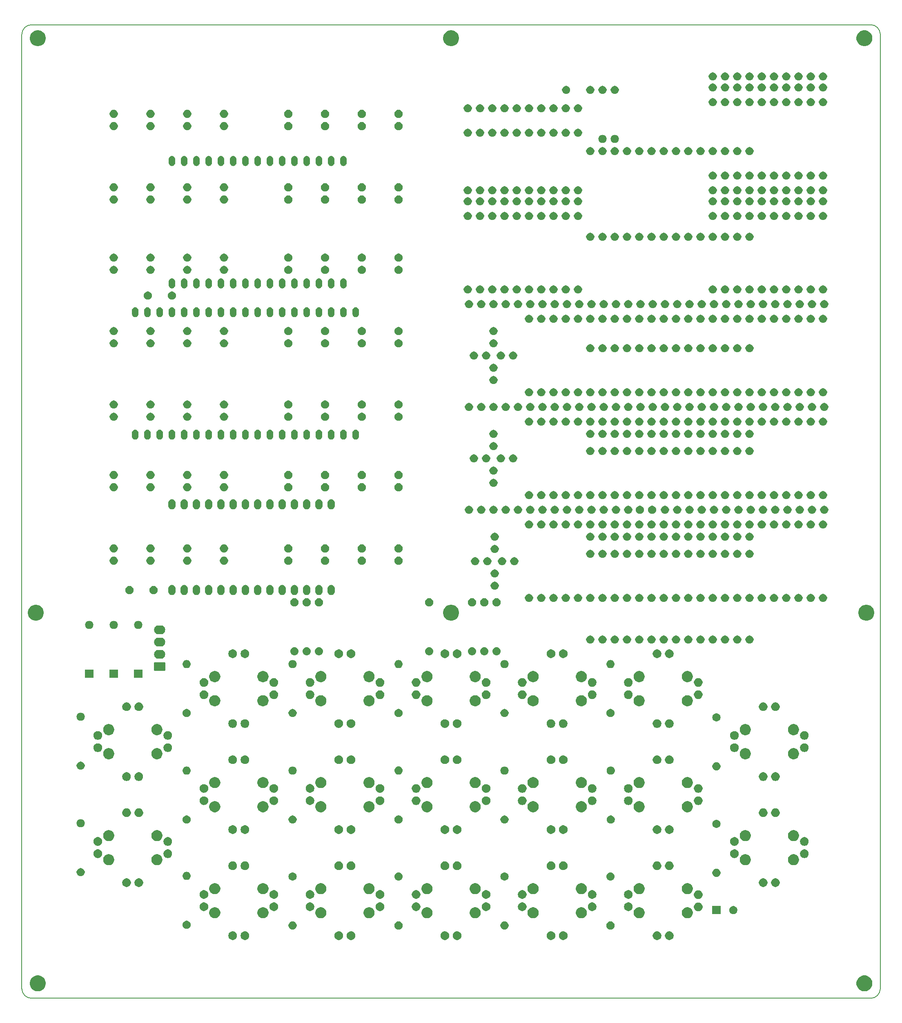
<source format=gts>
%TF.GenerationSoftware,KiCad,Pcbnew,5.0.2-bee76a0~70~ubuntu18.10.1*%
%TF.CreationDate,2019-03-28T23:17:04+01:00*%
%TF.ProjectId,DesignData,44657369-676e-4446-9174-612e6b696361,rev?*%
%TF.SameCoordinates,PX73a20d0PYd2b6df0*%
%TF.FileFunction,Soldermask,Top*%
%TF.FilePolarity,Negative*%
%FSLAX46Y46*%
G04 Gerber Fmt 4.6, Leading zero omitted, Abs format (unit mm)*
G04 Created by KiCad (PCBNEW 5.0.2-bee76a0~70~ubuntu18.10.1) date Do 28 Mär 2019 23:17:04 CET*
%MOMM*%
%LPD*%
G01*
G04 APERTURE LIST*
%ADD10C,0.150000*%
%ADD11C,0.100000*%
G04 APERTURE END LIST*
D10*
X178000000Y2000000D02*
G75*
G02X176000000Y0I-2000000J0D01*
G01*
X176000000Y202000000D02*
G75*
G02X178000000Y200000000I0J-2000000D01*
G01*
X0Y200000000D02*
G75*
G02X2000000Y202000000I2000000J0D01*
G01*
X2000000Y0D02*
G75*
G02X0Y2000000I0J2000000D01*
G01*
X0Y200000000D02*
X0Y2000000D01*
X176000000Y202000000D02*
X2000000Y202000000D01*
X178000000Y2000000D02*
X178000000Y200000000D01*
X2000000Y0D02*
X176000000Y0D01*
D11*
G36*
X175181287Y4686592D02*
X175481568Y4562211D01*
X175751814Y4381639D01*
X175981639Y4151814D01*
X176162211Y3881568D01*
X176286592Y3581287D01*
X176350000Y3262511D01*
X176350000Y2937489D01*
X176286592Y2618713D01*
X176162211Y2318432D01*
X175981639Y2048186D01*
X175751814Y1818361D01*
X175481568Y1637789D01*
X175181287Y1513408D01*
X174862511Y1450000D01*
X174537489Y1450000D01*
X174218713Y1513408D01*
X173918432Y1637789D01*
X173648186Y1818361D01*
X173418361Y2048186D01*
X173237789Y2318432D01*
X173113408Y2618713D01*
X173050000Y2937489D01*
X173050000Y3262511D01*
X173113408Y3581287D01*
X173237789Y3881568D01*
X173418361Y4151814D01*
X173648186Y4381639D01*
X173918432Y4562211D01*
X174218713Y4686592D01*
X174537489Y4750000D01*
X174862511Y4750000D01*
X175181287Y4686592D01*
X175181287Y4686592D01*
G37*
G36*
X3781287Y4686592D02*
X4081568Y4562211D01*
X4351814Y4381639D01*
X4581639Y4151814D01*
X4762211Y3881568D01*
X4886592Y3581287D01*
X4950000Y3262511D01*
X4950000Y2937489D01*
X4886592Y2618713D01*
X4762211Y2318432D01*
X4581639Y2048186D01*
X4351814Y1818361D01*
X4081568Y1637789D01*
X3781287Y1513408D01*
X3462511Y1450000D01*
X3137489Y1450000D01*
X2818713Y1513408D01*
X2518432Y1637789D01*
X2248186Y1818361D01*
X2018361Y2048186D01*
X1837789Y2318432D01*
X1713408Y2618713D01*
X1650000Y2937489D01*
X1650000Y3262511D01*
X1713408Y3581287D01*
X1837789Y3881568D01*
X2018361Y4151814D01*
X2248186Y4381639D01*
X2518432Y4562211D01*
X2818713Y4686592D01*
X3137489Y4750000D01*
X3462511Y4750000D01*
X3781287Y4686592D01*
X3781287Y4686592D01*
G37*
G36*
X134512521Y13865414D02*
X134676309Y13797571D01*
X134823720Y13699074D01*
X134949074Y13573720D01*
X135047571Y13426309D01*
X135115414Y13262521D01*
X135150000Y13088644D01*
X135150000Y12911356D01*
X135115414Y12737479D01*
X135047571Y12573691D01*
X134949074Y12426280D01*
X134823720Y12300926D01*
X134676309Y12202429D01*
X134512521Y12134586D01*
X134338644Y12100000D01*
X134161356Y12100000D01*
X133987479Y12134586D01*
X133823691Y12202429D01*
X133676280Y12300926D01*
X133550926Y12426280D01*
X133452429Y12573691D01*
X133384586Y12737479D01*
X133350000Y12911356D01*
X133350000Y13088644D01*
X133384586Y13262521D01*
X133452429Y13426309D01*
X133550926Y13573720D01*
X133676280Y13699074D01*
X133823691Y13797571D01*
X133987479Y13865414D01*
X134161356Y13900000D01*
X134338644Y13900000D01*
X134512521Y13865414D01*
X134512521Y13865414D01*
G37*
G36*
X131972521Y13865414D02*
X132136309Y13797571D01*
X132283720Y13699074D01*
X132409074Y13573720D01*
X132507571Y13426309D01*
X132575414Y13262521D01*
X132610000Y13088644D01*
X132610000Y12911356D01*
X132575414Y12737479D01*
X132507571Y12573691D01*
X132409074Y12426280D01*
X132283720Y12300926D01*
X132136309Y12202429D01*
X131972521Y12134586D01*
X131798644Y12100000D01*
X131621356Y12100000D01*
X131447479Y12134586D01*
X131283691Y12202429D01*
X131136280Y12300926D01*
X131010926Y12426280D01*
X130912429Y12573691D01*
X130844586Y12737479D01*
X130810000Y12911356D01*
X130810000Y13088644D01*
X130844586Y13262521D01*
X130912429Y13426309D01*
X131010926Y13573720D01*
X131136280Y13699074D01*
X131283691Y13797571D01*
X131447479Y13865414D01*
X131621356Y13900000D01*
X131798644Y13900000D01*
X131972521Y13865414D01*
X131972521Y13865414D01*
G37*
G36*
X112512521Y13865414D02*
X112676309Y13797571D01*
X112823720Y13699074D01*
X112949074Y13573720D01*
X113047571Y13426309D01*
X113115414Y13262521D01*
X113150000Y13088644D01*
X113150000Y12911356D01*
X113115414Y12737479D01*
X113047571Y12573691D01*
X112949074Y12426280D01*
X112823720Y12300926D01*
X112676309Y12202429D01*
X112512521Y12134586D01*
X112338644Y12100000D01*
X112161356Y12100000D01*
X111987479Y12134586D01*
X111823691Y12202429D01*
X111676280Y12300926D01*
X111550926Y12426280D01*
X111452429Y12573691D01*
X111384586Y12737479D01*
X111350000Y12911356D01*
X111350000Y13088644D01*
X111384586Y13262521D01*
X111452429Y13426309D01*
X111550926Y13573720D01*
X111676280Y13699074D01*
X111823691Y13797571D01*
X111987479Y13865414D01*
X112161356Y13900000D01*
X112338644Y13900000D01*
X112512521Y13865414D01*
X112512521Y13865414D01*
G37*
G36*
X65972521Y13865414D02*
X66136309Y13797571D01*
X66283720Y13699074D01*
X66409074Y13573720D01*
X66507571Y13426309D01*
X66575414Y13262521D01*
X66610000Y13088644D01*
X66610000Y12911356D01*
X66575414Y12737479D01*
X66507571Y12573691D01*
X66409074Y12426280D01*
X66283720Y12300926D01*
X66136309Y12202429D01*
X65972521Y12134586D01*
X65798644Y12100000D01*
X65621356Y12100000D01*
X65447479Y12134586D01*
X65283691Y12202429D01*
X65136280Y12300926D01*
X65010926Y12426280D01*
X64912429Y12573691D01*
X64844586Y12737479D01*
X64810000Y12911356D01*
X64810000Y13088644D01*
X64844586Y13262521D01*
X64912429Y13426309D01*
X65010926Y13573720D01*
X65136280Y13699074D01*
X65283691Y13797571D01*
X65447479Y13865414D01*
X65621356Y13900000D01*
X65798644Y13900000D01*
X65972521Y13865414D01*
X65972521Y13865414D01*
G37*
G36*
X68512521Y13865414D02*
X68676309Y13797571D01*
X68823720Y13699074D01*
X68949074Y13573720D01*
X69047571Y13426309D01*
X69115414Y13262521D01*
X69150000Y13088644D01*
X69150000Y12911356D01*
X69115414Y12737479D01*
X69047571Y12573691D01*
X68949074Y12426280D01*
X68823720Y12300926D01*
X68676309Y12202429D01*
X68512521Y12134586D01*
X68338644Y12100000D01*
X68161356Y12100000D01*
X67987479Y12134586D01*
X67823691Y12202429D01*
X67676280Y12300926D01*
X67550926Y12426280D01*
X67452429Y12573691D01*
X67384586Y12737479D01*
X67350000Y12911356D01*
X67350000Y13088644D01*
X67384586Y13262521D01*
X67452429Y13426309D01*
X67550926Y13573720D01*
X67676280Y13699074D01*
X67823691Y13797571D01*
X67987479Y13865414D01*
X68161356Y13900000D01*
X68338644Y13900000D01*
X68512521Y13865414D01*
X68512521Y13865414D01*
G37*
G36*
X43972521Y13865414D02*
X44136309Y13797571D01*
X44283720Y13699074D01*
X44409074Y13573720D01*
X44507571Y13426309D01*
X44575414Y13262521D01*
X44610000Y13088644D01*
X44610000Y12911356D01*
X44575414Y12737479D01*
X44507571Y12573691D01*
X44409074Y12426280D01*
X44283720Y12300926D01*
X44136309Y12202429D01*
X43972521Y12134586D01*
X43798644Y12100000D01*
X43621356Y12100000D01*
X43447479Y12134586D01*
X43283691Y12202429D01*
X43136280Y12300926D01*
X43010926Y12426280D01*
X42912429Y12573691D01*
X42844586Y12737479D01*
X42810000Y12911356D01*
X42810000Y13088644D01*
X42844586Y13262521D01*
X42912429Y13426309D01*
X43010926Y13573720D01*
X43136280Y13699074D01*
X43283691Y13797571D01*
X43447479Y13865414D01*
X43621356Y13900000D01*
X43798644Y13900000D01*
X43972521Y13865414D01*
X43972521Y13865414D01*
G37*
G36*
X46512521Y13865414D02*
X46676309Y13797571D01*
X46823720Y13699074D01*
X46949074Y13573720D01*
X47047571Y13426309D01*
X47115414Y13262521D01*
X47150000Y13088644D01*
X47150000Y12911356D01*
X47115414Y12737479D01*
X47047571Y12573691D01*
X46949074Y12426280D01*
X46823720Y12300926D01*
X46676309Y12202429D01*
X46512521Y12134586D01*
X46338644Y12100000D01*
X46161356Y12100000D01*
X45987479Y12134586D01*
X45823691Y12202429D01*
X45676280Y12300926D01*
X45550926Y12426280D01*
X45452429Y12573691D01*
X45384586Y12737479D01*
X45350000Y12911356D01*
X45350000Y13088644D01*
X45384586Y13262521D01*
X45452429Y13426309D01*
X45550926Y13573720D01*
X45676280Y13699074D01*
X45823691Y13797571D01*
X45987479Y13865414D01*
X46161356Y13900000D01*
X46338644Y13900000D01*
X46512521Y13865414D01*
X46512521Y13865414D01*
G37*
G36*
X87972521Y13865414D02*
X88136309Y13797571D01*
X88283720Y13699074D01*
X88409074Y13573720D01*
X88507571Y13426309D01*
X88575414Y13262521D01*
X88610000Y13088644D01*
X88610000Y12911356D01*
X88575414Y12737479D01*
X88507571Y12573691D01*
X88409074Y12426280D01*
X88283720Y12300926D01*
X88136309Y12202429D01*
X87972521Y12134586D01*
X87798644Y12100000D01*
X87621356Y12100000D01*
X87447479Y12134586D01*
X87283691Y12202429D01*
X87136280Y12300926D01*
X87010926Y12426280D01*
X86912429Y12573691D01*
X86844586Y12737479D01*
X86810000Y12911356D01*
X86810000Y13088644D01*
X86844586Y13262521D01*
X86912429Y13426309D01*
X87010926Y13573720D01*
X87136280Y13699074D01*
X87283691Y13797571D01*
X87447479Y13865414D01*
X87621356Y13900000D01*
X87798644Y13900000D01*
X87972521Y13865414D01*
X87972521Y13865414D01*
G37*
G36*
X90512521Y13865414D02*
X90676309Y13797571D01*
X90823720Y13699074D01*
X90949074Y13573720D01*
X91047571Y13426309D01*
X91115414Y13262521D01*
X91150000Y13088644D01*
X91150000Y12911356D01*
X91115414Y12737479D01*
X91047571Y12573691D01*
X90949074Y12426280D01*
X90823720Y12300926D01*
X90676309Y12202429D01*
X90512521Y12134586D01*
X90338644Y12100000D01*
X90161356Y12100000D01*
X89987479Y12134586D01*
X89823691Y12202429D01*
X89676280Y12300926D01*
X89550926Y12426280D01*
X89452429Y12573691D01*
X89384586Y12737479D01*
X89350000Y12911356D01*
X89350000Y13088644D01*
X89384586Y13262521D01*
X89452429Y13426309D01*
X89550926Y13573720D01*
X89676280Y13699074D01*
X89823691Y13797571D01*
X89987479Y13865414D01*
X90161356Y13900000D01*
X90338644Y13900000D01*
X90512521Y13865414D01*
X90512521Y13865414D01*
G37*
G36*
X109972521Y13865414D02*
X110136309Y13797571D01*
X110283720Y13699074D01*
X110409074Y13573720D01*
X110507571Y13426309D01*
X110575414Y13262521D01*
X110610000Y13088644D01*
X110610000Y12911356D01*
X110575414Y12737479D01*
X110507571Y12573691D01*
X110409074Y12426280D01*
X110283720Y12300926D01*
X110136309Y12202429D01*
X109972521Y12134586D01*
X109798644Y12100000D01*
X109621356Y12100000D01*
X109447479Y12134586D01*
X109283691Y12202429D01*
X109136280Y12300926D01*
X109010926Y12426280D01*
X108912429Y12573691D01*
X108844586Y12737479D01*
X108810000Y12911356D01*
X108810000Y13088644D01*
X108844586Y13262521D01*
X108912429Y13426309D01*
X109010926Y13573720D01*
X109136280Y13699074D01*
X109283691Y13797571D01*
X109447479Y13865414D01*
X109621356Y13900000D01*
X109798644Y13900000D01*
X109972521Y13865414D01*
X109972521Y13865414D01*
G37*
G36*
X100323934Y15930336D02*
X100478627Y15866260D01*
X100617847Y15773236D01*
X100736236Y15654847D01*
X100829260Y15515627D01*
X100893336Y15360934D01*
X100926000Y15196719D01*
X100926000Y15029281D01*
X100893336Y14865066D01*
X100829260Y14710373D01*
X100736236Y14571153D01*
X100617847Y14452764D01*
X100478627Y14359740D01*
X100323934Y14295664D01*
X100159719Y14263000D01*
X99992281Y14263000D01*
X99828066Y14295664D01*
X99673373Y14359740D01*
X99534153Y14452764D01*
X99415764Y14571153D01*
X99322740Y14710373D01*
X99258664Y14865066D01*
X99226000Y15029281D01*
X99226000Y15196719D01*
X99258664Y15360934D01*
X99322740Y15515627D01*
X99415764Y15654847D01*
X99534153Y15773236D01*
X99673373Y15866260D01*
X99828066Y15930336D01*
X99992281Y15963000D01*
X100159719Y15963000D01*
X100323934Y15930336D01*
X100323934Y15930336D01*
G37*
G36*
X56381934Y15930336D02*
X56536627Y15866260D01*
X56675847Y15773236D01*
X56794236Y15654847D01*
X56887260Y15515627D01*
X56951336Y15360934D01*
X56984000Y15196719D01*
X56984000Y15029281D01*
X56951336Y14865066D01*
X56887260Y14710373D01*
X56794236Y14571153D01*
X56675847Y14452764D01*
X56536627Y14359740D01*
X56381934Y14295664D01*
X56217719Y14263000D01*
X56050281Y14263000D01*
X55886066Y14295664D01*
X55731373Y14359740D01*
X55592153Y14452764D01*
X55473764Y14571153D01*
X55380740Y14710373D01*
X55316664Y14865066D01*
X55284000Y15029281D01*
X55284000Y15196719D01*
X55316664Y15360934D01*
X55380740Y15515627D01*
X55473764Y15654847D01*
X55592153Y15773236D01*
X55731373Y15866260D01*
X55886066Y15930336D01*
X56050281Y15963000D01*
X56217719Y15963000D01*
X56381934Y15930336D01*
X56381934Y15930336D01*
G37*
G36*
X122294934Y15930336D02*
X122449627Y15866260D01*
X122588847Y15773236D01*
X122707236Y15654847D01*
X122800260Y15515627D01*
X122864336Y15360934D01*
X122897000Y15196719D01*
X122897000Y15029281D01*
X122864336Y14865066D01*
X122800260Y14710373D01*
X122707236Y14571153D01*
X122588847Y14452764D01*
X122449627Y14359740D01*
X122294934Y14295664D01*
X122130719Y14263000D01*
X121963281Y14263000D01*
X121799066Y14295664D01*
X121644373Y14359740D01*
X121505153Y14452764D01*
X121386764Y14571153D01*
X121293740Y14710373D01*
X121229664Y14865066D01*
X121197000Y15029281D01*
X121197000Y15196719D01*
X121229664Y15360934D01*
X121293740Y15515627D01*
X121386764Y15654847D01*
X121505153Y15773236D01*
X121644373Y15866260D01*
X121799066Y15930336D01*
X121963281Y15963000D01*
X122130719Y15963000D01*
X122294934Y15930336D01*
X122294934Y15930336D01*
G37*
G36*
X78352934Y15930336D02*
X78507627Y15866260D01*
X78646847Y15773236D01*
X78765236Y15654847D01*
X78858260Y15515627D01*
X78922336Y15360934D01*
X78955000Y15196719D01*
X78955000Y15029281D01*
X78922336Y14865066D01*
X78858260Y14710373D01*
X78765236Y14571153D01*
X78646847Y14452764D01*
X78507627Y14359740D01*
X78352934Y14295664D01*
X78188719Y14263000D01*
X78021281Y14263000D01*
X77857066Y14295664D01*
X77702373Y14359740D01*
X77563153Y14452764D01*
X77444764Y14571153D01*
X77351740Y14710373D01*
X77287664Y14865066D01*
X77255000Y15029281D01*
X77255000Y15196719D01*
X77287664Y15360934D01*
X77351740Y15515627D01*
X77444764Y15654847D01*
X77563153Y15773236D01*
X77702373Y15866260D01*
X77857066Y15930336D01*
X78021281Y15963000D01*
X78188719Y15963000D01*
X78352934Y15930336D01*
X78352934Y15930336D01*
G37*
G36*
X34410934Y16057336D02*
X34565627Y15993260D01*
X34704847Y15900236D01*
X34823236Y15781847D01*
X34916260Y15642627D01*
X34980336Y15487934D01*
X35013000Y15323719D01*
X35013000Y15156281D01*
X34980336Y14992066D01*
X34916260Y14837373D01*
X34823236Y14698153D01*
X34704847Y14579764D01*
X34565627Y14486740D01*
X34410934Y14422664D01*
X34246719Y14390000D01*
X34079281Y14390000D01*
X33915066Y14422664D01*
X33760373Y14486740D01*
X33621153Y14579764D01*
X33502764Y14698153D01*
X33409740Y14837373D01*
X33345664Y14992066D01*
X33313000Y15156281D01*
X33313000Y15323719D01*
X33345664Y15487934D01*
X33409740Y15642627D01*
X33502764Y15781847D01*
X33621153Y15900236D01*
X33760373Y15993260D01*
X33915066Y16057336D01*
X34079281Y16090000D01*
X34246719Y16090000D01*
X34410934Y16057336D01*
X34410934Y16057336D01*
G37*
G36*
X84335443Y18855806D02*
X84544728Y18769117D01*
X84733085Y18643261D01*
X84893261Y18483085D01*
X85019117Y18294728D01*
X85105806Y18085443D01*
X85150000Y17863266D01*
X85150000Y17636734D01*
X85105806Y17414557D01*
X85019117Y17205272D01*
X84893261Y17016915D01*
X84733085Y16856739D01*
X84544728Y16730883D01*
X84335443Y16644194D01*
X84113266Y16600000D01*
X83886734Y16600000D01*
X83664557Y16644194D01*
X83455272Y16730883D01*
X83266915Y16856739D01*
X83106739Y17016915D01*
X82980883Y17205272D01*
X82894194Y17414557D01*
X82850000Y17636734D01*
X82850000Y17863266D01*
X82894194Y18085443D01*
X82980883Y18294728D01*
X83106739Y18483085D01*
X83266915Y18643261D01*
X83455272Y18769117D01*
X83664557Y18855806D01*
X83886734Y18900000D01*
X84113266Y18900000D01*
X84335443Y18855806D01*
X84335443Y18855806D01*
G37*
G36*
X94335443Y18855806D02*
X94544728Y18769117D01*
X94733085Y18643261D01*
X94893261Y18483085D01*
X95019117Y18294728D01*
X95105806Y18085443D01*
X95150000Y17863266D01*
X95150000Y17636734D01*
X95105806Y17414557D01*
X95019117Y17205272D01*
X94893261Y17016915D01*
X94733085Y16856739D01*
X94544728Y16730883D01*
X94335443Y16644194D01*
X94113266Y16600000D01*
X93886734Y16600000D01*
X93664557Y16644194D01*
X93455272Y16730883D01*
X93266915Y16856739D01*
X93106739Y17016915D01*
X92980883Y17205272D01*
X92894194Y17414557D01*
X92850000Y17636734D01*
X92850000Y17863266D01*
X92894194Y18085443D01*
X92980883Y18294728D01*
X93106739Y18483085D01*
X93266915Y18643261D01*
X93455272Y18769117D01*
X93664557Y18855806D01*
X93886734Y18900000D01*
X94113266Y18900000D01*
X94335443Y18855806D01*
X94335443Y18855806D01*
G37*
G36*
X72335443Y18855806D02*
X72544728Y18769117D01*
X72733085Y18643261D01*
X72893261Y18483085D01*
X73019117Y18294728D01*
X73105806Y18085443D01*
X73150000Y17863266D01*
X73150000Y17636734D01*
X73105806Y17414557D01*
X73019117Y17205272D01*
X72893261Y17016915D01*
X72733085Y16856739D01*
X72544728Y16730883D01*
X72335443Y16644194D01*
X72113266Y16600000D01*
X71886734Y16600000D01*
X71664557Y16644194D01*
X71455272Y16730883D01*
X71266915Y16856739D01*
X71106739Y17016915D01*
X70980883Y17205272D01*
X70894194Y17414557D01*
X70850000Y17636734D01*
X70850000Y17863266D01*
X70894194Y18085443D01*
X70980883Y18294728D01*
X71106739Y18483085D01*
X71266915Y18643261D01*
X71455272Y18769117D01*
X71664557Y18855806D01*
X71886734Y18900000D01*
X72113266Y18900000D01*
X72335443Y18855806D01*
X72335443Y18855806D01*
G37*
G36*
X62335443Y18855806D02*
X62544728Y18769117D01*
X62733085Y18643261D01*
X62893261Y18483085D01*
X63019117Y18294728D01*
X63105806Y18085443D01*
X63150000Y17863266D01*
X63150000Y17636734D01*
X63105806Y17414557D01*
X63019117Y17205272D01*
X62893261Y17016915D01*
X62733085Y16856739D01*
X62544728Y16730883D01*
X62335443Y16644194D01*
X62113266Y16600000D01*
X61886734Y16600000D01*
X61664557Y16644194D01*
X61455272Y16730883D01*
X61266915Y16856739D01*
X61106739Y17016915D01*
X60980883Y17205272D01*
X60894194Y17414557D01*
X60850000Y17636734D01*
X60850000Y17863266D01*
X60894194Y18085443D01*
X60980883Y18294728D01*
X61106739Y18483085D01*
X61266915Y18643261D01*
X61455272Y18769117D01*
X61664557Y18855806D01*
X61886734Y18900000D01*
X62113266Y18900000D01*
X62335443Y18855806D01*
X62335443Y18855806D01*
G37*
G36*
X40335443Y18855806D02*
X40544728Y18769117D01*
X40733085Y18643261D01*
X40893261Y18483085D01*
X41019117Y18294728D01*
X41105806Y18085443D01*
X41150000Y17863266D01*
X41150000Y17636734D01*
X41105806Y17414557D01*
X41019117Y17205272D01*
X40893261Y17016915D01*
X40733085Y16856739D01*
X40544728Y16730883D01*
X40335443Y16644194D01*
X40113266Y16600000D01*
X39886734Y16600000D01*
X39664557Y16644194D01*
X39455272Y16730883D01*
X39266915Y16856739D01*
X39106739Y17016915D01*
X38980883Y17205272D01*
X38894194Y17414557D01*
X38850000Y17636734D01*
X38850000Y17863266D01*
X38894194Y18085443D01*
X38980883Y18294728D01*
X39106739Y18483085D01*
X39266915Y18643261D01*
X39455272Y18769117D01*
X39664557Y18855806D01*
X39886734Y18900000D01*
X40113266Y18900000D01*
X40335443Y18855806D01*
X40335443Y18855806D01*
G37*
G36*
X106335443Y18855806D02*
X106544728Y18769117D01*
X106733085Y18643261D01*
X106893261Y18483085D01*
X107019117Y18294728D01*
X107105806Y18085443D01*
X107150000Y17863266D01*
X107150000Y17636734D01*
X107105806Y17414557D01*
X107019117Y17205272D01*
X106893261Y17016915D01*
X106733085Y16856739D01*
X106544728Y16730883D01*
X106335443Y16644194D01*
X106113266Y16600000D01*
X105886734Y16600000D01*
X105664557Y16644194D01*
X105455272Y16730883D01*
X105266915Y16856739D01*
X105106739Y17016915D01*
X104980883Y17205272D01*
X104894194Y17414557D01*
X104850000Y17636734D01*
X104850000Y17863266D01*
X104894194Y18085443D01*
X104980883Y18294728D01*
X105106739Y18483085D01*
X105266915Y18643261D01*
X105455272Y18769117D01*
X105664557Y18855806D01*
X105886734Y18900000D01*
X106113266Y18900000D01*
X106335443Y18855806D01*
X106335443Y18855806D01*
G37*
G36*
X50335443Y18855806D02*
X50544728Y18769117D01*
X50733085Y18643261D01*
X50893261Y18483085D01*
X51019117Y18294728D01*
X51105806Y18085443D01*
X51150000Y17863266D01*
X51150000Y17636734D01*
X51105806Y17414557D01*
X51019117Y17205272D01*
X50893261Y17016915D01*
X50733085Y16856739D01*
X50544728Y16730883D01*
X50335443Y16644194D01*
X50113266Y16600000D01*
X49886734Y16600000D01*
X49664557Y16644194D01*
X49455272Y16730883D01*
X49266915Y16856739D01*
X49106739Y17016915D01*
X48980883Y17205272D01*
X48894194Y17414557D01*
X48850000Y17636734D01*
X48850000Y17863266D01*
X48894194Y18085443D01*
X48980883Y18294728D01*
X49106739Y18483085D01*
X49266915Y18643261D01*
X49455272Y18769117D01*
X49664557Y18855806D01*
X49886734Y18900000D01*
X50113266Y18900000D01*
X50335443Y18855806D01*
X50335443Y18855806D01*
G37*
G36*
X128335443Y18855806D02*
X128544728Y18769117D01*
X128733085Y18643261D01*
X128893261Y18483085D01*
X129019117Y18294728D01*
X129105806Y18085443D01*
X129150000Y17863266D01*
X129150000Y17636734D01*
X129105806Y17414557D01*
X129019117Y17205272D01*
X128893261Y17016915D01*
X128733085Y16856739D01*
X128544728Y16730883D01*
X128335443Y16644194D01*
X128113266Y16600000D01*
X127886734Y16600000D01*
X127664557Y16644194D01*
X127455272Y16730883D01*
X127266915Y16856739D01*
X127106739Y17016915D01*
X126980883Y17205272D01*
X126894194Y17414557D01*
X126850000Y17636734D01*
X126850000Y17863266D01*
X126894194Y18085443D01*
X126980883Y18294728D01*
X127106739Y18483085D01*
X127266915Y18643261D01*
X127455272Y18769117D01*
X127664557Y18855806D01*
X127886734Y18900000D01*
X128113266Y18900000D01*
X128335443Y18855806D01*
X128335443Y18855806D01*
G37*
G36*
X138335443Y18855806D02*
X138544728Y18769117D01*
X138733085Y18643261D01*
X138893261Y18483085D01*
X139019117Y18294728D01*
X139105806Y18085443D01*
X139150000Y17863266D01*
X139150000Y17636734D01*
X139105806Y17414557D01*
X139019117Y17205272D01*
X138893261Y17016915D01*
X138733085Y16856739D01*
X138544728Y16730883D01*
X138335443Y16644194D01*
X138113266Y16600000D01*
X137886734Y16600000D01*
X137664557Y16644194D01*
X137455272Y16730883D01*
X137266915Y16856739D01*
X137106739Y17016915D01*
X136980883Y17205272D01*
X136894194Y17414557D01*
X136850000Y17636734D01*
X136850000Y17863266D01*
X136894194Y18085443D01*
X136980883Y18294728D01*
X137106739Y18483085D01*
X137266915Y18643261D01*
X137455272Y18769117D01*
X137664557Y18855806D01*
X137886734Y18900000D01*
X138113266Y18900000D01*
X138335443Y18855806D01*
X138335443Y18855806D01*
G37*
G36*
X116335443Y18855806D02*
X116544728Y18769117D01*
X116733085Y18643261D01*
X116893261Y18483085D01*
X117019117Y18294728D01*
X117105806Y18085443D01*
X117150000Y17863266D01*
X117150000Y17636734D01*
X117105806Y17414557D01*
X117019117Y17205272D01*
X116893261Y17016915D01*
X116733085Y16856739D01*
X116544728Y16730883D01*
X116335443Y16644194D01*
X116113266Y16600000D01*
X115886734Y16600000D01*
X115664557Y16644194D01*
X115455272Y16730883D01*
X115266915Y16856739D01*
X115106739Y17016915D01*
X114980883Y17205272D01*
X114894194Y17414557D01*
X114850000Y17636734D01*
X114850000Y17863266D01*
X114894194Y18085443D01*
X114980883Y18294728D01*
X115106739Y18483085D01*
X115266915Y18643261D01*
X115455272Y18769117D01*
X115664557Y18855806D01*
X115886734Y18900000D01*
X116113266Y18900000D01*
X116335443Y18855806D01*
X116335443Y18855806D01*
G37*
G36*
X144868000Y17438000D02*
X143168000Y17438000D01*
X143168000Y19138000D01*
X144868000Y19138000D01*
X144868000Y17438000D01*
X144868000Y17438000D01*
G37*
G36*
X147765934Y19105336D02*
X147920627Y19041260D01*
X148059847Y18948236D01*
X148178236Y18829847D01*
X148271260Y18690627D01*
X148335336Y18535934D01*
X148368000Y18371719D01*
X148368000Y18204281D01*
X148335336Y18040066D01*
X148271260Y17885373D01*
X148178236Y17746153D01*
X148059847Y17627764D01*
X147920627Y17534740D01*
X147765934Y17470664D01*
X147601719Y17438000D01*
X147434281Y17438000D01*
X147270066Y17470664D01*
X147115373Y17534740D01*
X146976153Y17627764D01*
X146857764Y17746153D01*
X146764740Y17885373D01*
X146700664Y18040066D01*
X146668000Y18204281D01*
X146668000Y18371719D01*
X146700664Y18535934D01*
X146764740Y18690627D01*
X146857764Y18829847D01*
X146976153Y18948236D01*
X147115373Y19041260D01*
X147270066Y19105336D01*
X147434281Y19138000D01*
X147601719Y19138000D01*
X147765934Y19105336D01*
X147765934Y19105336D01*
G37*
G36*
X140512521Y19825414D02*
X140676309Y19757571D01*
X140823720Y19659074D01*
X140949074Y19533720D01*
X141047571Y19386309D01*
X141115414Y19222521D01*
X141150000Y19048644D01*
X141150000Y18871356D01*
X141115414Y18697479D01*
X141047571Y18533691D01*
X140949074Y18386280D01*
X140823720Y18260926D01*
X140676309Y18162429D01*
X140512521Y18094586D01*
X140338644Y18060000D01*
X140161356Y18060000D01*
X139987479Y18094586D01*
X139823691Y18162429D01*
X139676280Y18260926D01*
X139550926Y18386280D01*
X139452429Y18533691D01*
X139384586Y18697479D01*
X139350000Y18871356D01*
X139350000Y19048644D01*
X139384586Y19222521D01*
X139452429Y19386309D01*
X139550926Y19533720D01*
X139676280Y19659074D01*
X139823691Y19757571D01*
X139987479Y19825414D01*
X140161356Y19860000D01*
X140338644Y19860000D01*
X140512521Y19825414D01*
X140512521Y19825414D01*
G37*
G36*
X96512521Y19865414D02*
X96676309Y19797571D01*
X96823720Y19699074D01*
X96949074Y19573720D01*
X97047571Y19426309D01*
X97115414Y19262521D01*
X97150000Y19088644D01*
X97150000Y18911356D01*
X97115414Y18737479D01*
X97047571Y18573691D01*
X96949074Y18426280D01*
X96823720Y18300926D01*
X96676309Y18202429D01*
X96512521Y18134586D01*
X96338644Y18100000D01*
X96161356Y18100000D01*
X95987479Y18134586D01*
X95823691Y18202429D01*
X95676280Y18300926D01*
X95550926Y18426280D01*
X95452429Y18573691D01*
X95384586Y18737479D01*
X95350000Y18911356D01*
X95350000Y19088644D01*
X95384586Y19262521D01*
X95452429Y19426309D01*
X95550926Y19573720D01*
X95676280Y19699074D01*
X95823691Y19797571D01*
X95987479Y19865414D01*
X96161356Y19900000D01*
X96338644Y19900000D01*
X96512521Y19865414D01*
X96512521Y19865414D01*
G37*
G36*
X38012521Y19865414D02*
X38176309Y19797571D01*
X38323720Y19699074D01*
X38449074Y19573720D01*
X38547571Y19426309D01*
X38615414Y19262521D01*
X38650000Y19088644D01*
X38650000Y18911356D01*
X38615414Y18737479D01*
X38547571Y18573691D01*
X38449074Y18426280D01*
X38323720Y18300926D01*
X38176309Y18202429D01*
X38012521Y18134586D01*
X37838644Y18100000D01*
X37661356Y18100000D01*
X37487479Y18134586D01*
X37323691Y18202429D01*
X37176280Y18300926D01*
X37050926Y18426280D01*
X36952429Y18573691D01*
X36884586Y18737479D01*
X36850000Y18911356D01*
X36850000Y19088644D01*
X36884586Y19262521D01*
X36952429Y19426309D01*
X37050926Y19573720D01*
X37176280Y19699074D01*
X37323691Y19797571D01*
X37487479Y19865414D01*
X37661356Y19900000D01*
X37838644Y19900000D01*
X38012521Y19865414D01*
X38012521Y19865414D01*
G37*
G36*
X52512521Y19865414D02*
X52676309Y19797571D01*
X52823720Y19699074D01*
X52949074Y19573720D01*
X53047571Y19426309D01*
X53115414Y19262521D01*
X53150000Y19088644D01*
X53150000Y18911356D01*
X53115414Y18737479D01*
X53047571Y18573691D01*
X52949074Y18426280D01*
X52823720Y18300926D01*
X52676309Y18202429D01*
X52512521Y18134586D01*
X52338644Y18100000D01*
X52161356Y18100000D01*
X51987479Y18134586D01*
X51823691Y18202429D01*
X51676280Y18300926D01*
X51550926Y18426280D01*
X51452429Y18573691D01*
X51384586Y18737479D01*
X51350000Y18911356D01*
X51350000Y19088644D01*
X51384586Y19262521D01*
X51452429Y19426309D01*
X51550926Y19573720D01*
X51676280Y19699074D01*
X51823691Y19797571D01*
X51987479Y19865414D01*
X52161356Y19900000D01*
X52338644Y19900000D01*
X52512521Y19865414D01*
X52512521Y19865414D01*
G37*
G36*
X60012521Y19865414D02*
X60176309Y19797571D01*
X60323720Y19699074D01*
X60449074Y19573720D01*
X60547571Y19426309D01*
X60615414Y19262521D01*
X60650000Y19088644D01*
X60650000Y18911356D01*
X60615414Y18737479D01*
X60547571Y18573691D01*
X60449074Y18426280D01*
X60323720Y18300926D01*
X60176309Y18202429D01*
X60012521Y18134586D01*
X59838644Y18100000D01*
X59661356Y18100000D01*
X59487479Y18134586D01*
X59323691Y18202429D01*
X59176280Y18300926D01*
X59050926Y18426280D01*
X58952429Y18573691D01*
X58884586Y18737479D01*
X58850000Y18911356D01*
X58850000Y19088644D01*
X58884586Y19262521D01*
X58952429Y19426309D01*
X59050926Y19573720D01*
X59176280Y19699074D01*
X59323691Y19797571D01*
X59487479Y19865414D01*
X59661356Y19900000D01*
X59838644Y19900000D01*
X60012521Y19865414D01*
X60012521Y19865414D01*
G37*
G36*
X74512521Y19865414D02*
X74676309Y19797571D01*
X74823720Y19699074D01*
X74949074Y19573720D01*
X75047571Y19426309D01*
X75115414Y19262521D01*
X75150000Y19088644D01*
X75150000Y18911356D01*
X75115414Y18737479D01*
X75047571Y18573691D01*
X74949074Y18426280D01*
X74823720Y18300926D01*
X74676309Y18202429D01*
X74512521Y18134586D01*
X74338644Y18100000D01*
X74161356Y18100000D01*
X73987479Y18134586D01*
X73823691Y18202429D01*
X73676280Y18300926D01*
X73550926Y18426280D01*
X73452429Y18573691D01*
X73384586Y18737479D01*
X73350000Y18911356D01*
X73350000Y19088644D01*
X73384586Y19262521D01*
X73452429Y19426309D01*
X73550926Y19573720D01*
X73676280Y19699074D01*
X73823691Y19797571D01*
X73987479Y19865414D01*
X74161356Y19900000D01*
X74338644Y19900000D01*
X74512521Y19865414D01*
X74512521Y19865414D01*
G37*
G36*
X82012521Y19865414D02*
X82176309Y19797571D01*
X82323720Y19699074D01*
X82449074Y19573720D01*
X82547571Y19426309D01*
X82615414Y19262521D01*
X82650000Y19088644D01*
X82650000Y18911356D01*
X82615414Y18737479D01*
X82547571Y18573691D01*
X82449074Y18426280D01*
X82323720Y18300926D01*
X82176309Y18202429D01*
X82012521Y18134586D01*
X81838644Y18100000D01*
X81661356Y18100000D01*
X81487479Y18134586D01*
X81323691Y18202429D01*
X81176280Y18300926D01*
X81050926Y18426280D01*
X80952429Y18573691D01*
X80884586Y18737479D01*
X80850000Y18911356D01*
X80850000Y19088644D01*
X80884586Y19262521D01*
X80952429Y19426309D01*
X81050926Y19573720D01*
X81176280Y19699074D01*
X81323691Y19797571D01*
X81487479Y19865414D01*
X81661356Y19900000D01*
X81838644Y19900000D01*
X82012521Y19865414D01*
X82012521Y19865414D01*
G37*
G36*
X104012521Y19865414D02*
X104176309Y19797571D01*
X104323720Y19699074D01*
X104449074Y19573720D01*
X104547571Y19426309D01*
X104615414Y19262521D01*
X104650000Y19088644D01*
X104650000Y18911356D01*
X104615414Y18737479D01*
X104547571Y18573691D01*
X104449074Y18426280D01*
X104323720Y18300926D01*
X104176309Y18202429D01*
X104012521Y18134586D01*
X103838644Y18100000D01*
X103661356Y18100000D01*
X103487479Y18134586D01*
X103323691Y18202429D01*
X103176280Y18300926D01*
X103050926Y18426280D01*
X102952429Y18573691D01*
X102884586Y18737479D01*
X102850000Y18911356D01*
X102850000Y19088644D01*
X102884586Y19262521D01*
X102952429Y19426309D01*
X103050926Y19573720D01*
X103176280Y19699074D01*
X103323691Y19797571D01*
X103487479Y19865414D01*
X103661356Y19900000D01*
X103838644Y19900000D01*
X104012521Y19865414D01*
X104012521Y19865414D01*
G37*
G36*
X126012521Y19865414D02*
X126176309Y19797571D01*
X126323720Y19699074D01*
X126449074Y19573720D01*
X126547571Y19426309D01*
X126615414Y19262521D01*
X126650000Y19088644D01*
X126650000Y18911356D01*
X126615414Y18737479D01*
X126547571Y18573691D01*
X126449074Y18426280D01*
X126323720Y18300926D01*
X126176309Y18202429D01*
X126012521Y18134586D01*
X125838644Y18100000D01*
X125661356Y18100000D01*
X125487479Y18134586D01*
X125323691Y18202429D01*
X125176280Y18300926D01*
X125050926Y18426280D01*
X124952429Y18573691D01*
X124884586Y18737479D01*
X124850000Y18911356D01*
X124850000Y19088644D01*
X124884586Y19262521D01*
X124952429Y19426309D01*
X125050926Y19573720D01*
X125176280Y19699074D01*
X125323691Y19797571D01*
X125487479Y19865414D01*
X125661356Y19900000D01*
X125838644Y19900000D01*
X126012521Y19865414D01*
X126012521Y19865414D01*
G37*
G36*
X118512521Y19865414D02*
X118676309Y19797571D01*
X118823720Y19699074D01*
X118949074Y19573720D01*
X119047571Y19426309D01*
X119115414Y19262521D01*
X119150000Y19088644D01*
X119150000Y18911356D01*
X119115414Y18737479D01*
X119047571Y18573691D01*
X118949074Y18426280D01*
X118823720Y18300926D01*
X118676309Y18202429D01*
X118512521Y18134586D01*
X118338644Y18100000D01*
X118161356Y18100000D01*
X117987479Y18134586D01*
X117823691Y18202429D01*
X117676280Y18300926D01*
X117550926Y18426280D01*
X117452429Y18573691D01*
X117384586Y18737479D01*
X117350000Y18911356D01*
X117350000Y19088644D01*
X117384586Y19262521D01*
X117452429Y19426309D01*
X117550926Y19573720D01*
X117676280Y19699074D01*
X117823691Y19797571D01*
X117987479Y19865414D01*
X118161356Y19900000D01*
X118338644Y19900000D01*
X118512521Y19865414D01*
X118512521Y19865414D01*
G37*
G36*
X140512521Y22365414D02*
X140676309Y22297571D01*
X140823720Y22199074D01*
X140949074Y22073720D01*
X141047571Y21926309D01*
X141115414Y21762521D01*
X141150000Y21588644D01*
X141150000Y21411356D01*
X141115414Y21237479D01*
X141047571Y21073691D01*
X140949074Y20926280D01*
X140823720Y20800926D01*
X140676309Y20702429D01*
X140512521Y20634586D01*
X140338644Y20600000D01*
X140161356Y20600000D01*
X139987479Y20634586D01*
X139823691Y20702429D01*
X139676280Y20800926D01*
X139550926Y20926280D01*
X139452429Y21073691D01*
X139384586Y21237479D01*
X139350000Y21411356D01*
X139350000Y21588644D01*
X139384586Y21762521D01*
X139452429Y21926309D01*
X139550926Y22073720D01*
X139676280Y22199074D01*
X139823691Y22297571D01*
X139987479Y22365414D01*
X140161356Y22400000D01*
X140338644Y22400000D01*
X140512521Y22365414D01*
X140512521Y22365414D01*
G37*
G36*
X74512521Y22405414D02*
X74676309Y22337571D01*
X74823720Y22239074D01*
X74949074Y22113720D01*
X75047571Y21966309D01*
X75115414Y21802521D01*
X75150000Y21628644D01*
X75150000Y21451356D01*
X75115414Y21277479D01*
X75047571Y21113691D01*
X74949074Y20966280D01*
X74823720Y20840926D01*
X74676309Y20742429D01*
X74512521Y20674586D01*
X74338644Y20640000D01*
X74161356Y20640000D01*
X73987479Y20674586D01*
X73823691Y20742429D01*
X73676280Y20840926D01*
X73550926Y20966280D01*
X73452429Y21113691D01*
X73384586Y21277479D01*
X73350000Y21451356D01*
X73350000Y21628644D01*
X73384586Y21802521D01*
X73452429Y21966309D01*
X73550926Y22113720D01*
X73676280Y22239074D01*
X73823691Y22337571D01*
X73987479Y22405414D01*
X74161356Y22440000D01*
X74338644Y22440000D01*
X74512521Y22405414D01*
X74512521Y22405414D01*
G37*
G36*
X82012521Y22405414D02*
X82176309Y22337571D01*
X82323720Y22239074D01*
X82449074Y22113720D01*
X82547571Y21966309D01*
X82615414Y21802521D01*
X82650000Y21628644D01*
X82650000Y21451356D01*
X82615414Y21277479D01*
X82547571Y21113691D01*
X82449074Y20966280D01*
X82323720Y20840926D01*
X82176309Y20742429D01*
X82012521Y20674586D01*
X81838644Y20640000D01*
X81661356Y20640000D01*
X81487479Y20674586D01*
X81323691Y20742429D01*
X81176280Y20840926D01*
X81050926Y20966280D01*
X80952429Y21113691D01*
X80884586Y21277479D01*
X80850000Y21451356D01*
X80850000Y21628644D01*
X80884586Y21802521D01*
X80952429Y21966309D01*
X81050926Y22113720D01*
X81176280Y22239074D01*
X81323691Y22337571D01*
X81487479Y22405414D01*
X81661356Y22440000D01*
X81838644Y22440000D01*
X82012521Y22405414D01*
X82012521Y22405414D01*
G37*
G36*
X60012521Y22405414D02*
X60176309Y22337571D01*
X60323720Y22239074D01*
X60449074Y22113720D01*
X60547571Y21966309D01*
X60615414Y21802521D01*
X60650000Y21628644D01*
X60650000Y21451356D01*
X60615414Y21277479D01*
X60547571Y21113691D01*
X60449074Y20966280D01*
X60323720Y20840926D01*
X60176309Y20742429D01*
X60012521Y20674586D01*
X59838644Y20640000D01*
X59661356Y20640000D01*
X59487479Y20674586D01*
X59323691Y20742429D01*
X59176280Y20840926D01*
X59050926Y20966280D01*
X58952429Y21113691D01*
X58884586Y21277479D01*
X58850000Y21451356D01*
X58850000Y21628644D01*
X58884586Y21802521D01*
X58952429Y21966309D01*
X59050926Y22113720D01*
X59176280Y22239074D01*
X59323691Y22337571D01*
X59487479Y22405414D01*
X59661356Y22440000D01*
X59838644Y22440000D01*
X60012521Y22405414D01*
X60012521Y22405414D01*
G37*
G36*
X96512521Y22405414D02*
X96676309Y22337571D01*
X96823720Y22239074D01*
X96949074Y22113720D01*
X97047571Y21966309D01*
X97115414Y21802521D01*
X97150000Y21628644D01*
X97150000Y21451356D01*
X97115414Y21277479D01*
X97047571Y21113691D01*
X96949074Y20966280D01*
X96823720Y20840926D01*
X96676309Y20742429D01*
X96512521Y20674586D01*
X96338644Y20640000D01*
X96161356Y20640000D01*
X95987479Y20674586D01*
X95823691Y20742429D01*
X95676280Y20840926D01*
X95550926Y20966280D01*
X95452429Y21113691D01*
X95384586Y21277479D01*
X95350000Y21451356D01*
X95350000Y21628644D01*
X95384586Y21802521D01*
X95452429Y21966309D01*
X95550926Y22113720D01*
X95676280Y22239074D01*
X95823691Y22337571D01*
X95987479Y22405414D01*
X96161356Y22440000D01*
X96338644Y22440000D01*
X96512521Y22405414D01*
X96512521Y22405414D01*
G37*
G36*
X52512521Y22405414D02*
X52676309Y22337571D01*
X52823720Y22239074D01*
X52949074Y22113720D01*
X53047571Y21966309D01*
X53115414Y21802521D01*
X53150000Y21628644D01*
X53150000Y21451356D01*
X53115414Y21277479D01*
X53047571Y21113691D01*
X52949074Y20966280D01*
X52823720Y20840926D01*
X52676309Y20742429D01*
X52512521Y20674586D01*
X52338644Y20640000D01*
X52161356Y20640000D01*
X51987479Y20674586D01*
X51823691Y20742429D01*
X51676280Y20840926D01*
X51550926Y20966280D01*
X51452429Y21113691D01*
X51384586Y21277479D01*
X51350000Y21451356D01*
X51350000Y21628644D01*
X51384586Y21802521D01*
X51452429Y21966309D01*
X51550926Y22113720D01*
X51676280Y22239074D01*
X51823691Y22337571D01*
X51987479Y22405414D01*
X52161356Y22440000D01*
X52338644Y22440000D01*
X52512521Y22405414D01*
X52512521Y22405414D01*
G37*
G36*
X118512521Y22405414D02*
X118676309Y22337571D01*
X118823720Y22239074D01*
X118949074Y22113720D01*
X119047571Y21966309D01*
X119115414Y21802521D01*
X119150000Y21628644D01*
X119150000Y21451356D01*
X119115414Y21277479D01*
X119047571Y21113691D01*
X118949074Y20966280D01*
X118823720Y20840926D01*
X118676309Y20742429D01*
X118512521Y20674586D01*
X118338644Y20640000D01*
X118161356Y20640000D01*
X117987479Y20674586D01*
X117823691Y20742429D01*
X117676280Y20840926D01*
X117550926Y20966280D01*
X117452429Y21113691D01*
X117384586Y21277479D01*
X117350000Y21451356D01*
X117350000Y21628644D01*
X117384586Y21802521D01*
X117452429Y21966309D01*
X117550926Y22113720D01*
X117676280Y22239074D01*
X117823691Y22337571D01*
X117987479Y22405414D01*
X118161356Y22440000D01*
X118338644Y22440000D01*
X118512521Y22405414D01*
X118512521Y22405414D01*
G37*
G36*
X104012521Y22405414D02*
X104176309Y22337571D01*
X104323720Y22239074D01*
X104449074Y22113720D01*
X104547571Y21966309D01*
X104615414Y21802521D01*
X104650000Y21628644D01*
X104650000Y21451356D01*
X104615414Y21277479D01*
X104547571Y21113691D01*
X104449074Y20966280D01*
X104323720Y20840926D01*
X104176309Y20742429D01*
X104012521Y20674586D01*
X103838644Y20640000D01*
X103661356Y20640000D01*
X103487479Y20674586D01*
X103323691Y20742429D01*
X103176280Y20840926D01*
X103050926Y20966280D01*
X102952429Y21113691D01*
X102884586Y21277479D01*
X102850000Y21451356D01*
X102850000Y21628644D01*
X102884586Y21802521D01*
X102952429Y21966309D01*
X103050926Y22113720D01*
X103176280Y22239074D01*
X103323691Y22337571D01*
X103487479Y22405414D01*
X103661356Y22440000D01*
X103838644Y22440000D01*
X104012521Y22405414D01*
X104012521Y22405414D01*
G37*
G36*
X126012521Y22405414D02*
X126176309Y22337571D01*
X126323720Y22239074D01*
X126449074Y22113720D01*
X126547571Y21966309D01*
X126615414Y21802521D01*
X126650000Y21628644D01*
X126650000Y21451356D01*
X126615414Y21277479D01*
X126547571Y21113691D01*
X126449074Y20966280D01*
X126323720Y20840926D01*
X126176309Y20742429D01*
X126012521Y20674586D01*
X125838644Y20640000D01*
X125661356Y20640000D01*
X125487479Y20674586D01*
X125323691Y20742429D01*
X125176280Y20840926D01*
X125050926Y20966280D01*
X124952429Y21113691D01*
X124884586Y21277479D01*
X124850000Y21451356D01*
X124850000Y21628644D01*
X124884586Y21802521D01*
X124952429Y21966309D01*
X125050926Y22113720D01*
X125176280Y22239074D01*
X125323691Y22337571D01*
X125487479Y22405414D01*
X125661356Y22440000D01*
X125838644Y22440000D01*
X126012521Y22405414D01*
X126012521Y22405414D01*
G37*
G36*
X38012521Y22405414D02*
X38176309Y22337571D01*
X38323720Y22239074D01*
X38449074Y22113720D01*
X38547571Y21966309D01*
X38615414Y21802521D01*
X38650000Y21628644D01*
X38650000Y21451356D01*
X38615414Y21277479D01*
X38547571Y21113691D01*
X38449074Y20966280D01*
X38323720Y20840926D01*
X38176309Y20742429D01*
X38012521Y20674586D01*
X37838644Y20640000D01*
X37661356Y20640000D01*
X37487479Y20674586D01*
X37323691Y20742429D01*
X37176280Y20840926D01*
X37050926Y20966280D01*
X36952429Y21113691D01*
X36884586Y21277479D01*
X36850000Y21451356D01*
X36850000Y21628644D01*
X36884586Y21802521D01*
X36952429Y21966309D01*
X37050926Y22113720D01*
X37176280Y22239074D01*
X37323691Y22337571D01*
X37487479Y22405414D01*
X37661356Y22440000D01*
X37838644Y22440000D01*
X38012521Y22405414D01*
X38012521Y22405414D01*
G37*
G36*
X50335443Y23855806D02*
X50544728Y23769117D01*
X50733085Y23643261D01*
X50893261Y23483085D01*
X51019117Y23294728D01*
X51105806Y23085443D01*
X51150000Y22863266D01*
X51150000Y22636734D01*
X51105806Y22414557D01*
X51019117Y22205272D01*
X50893261Y22016915D01*
X50733085Y21856739D01*
X50544728Y21730883D01*
X50335443Y21644194D01*
X50113266Y21600000D01*
X49886734Y21600000D01*
X49664557Y21644194D01*
X49455272Y21730883D01*
X49266915Y21856739D01*
X49106739Y22016915D01*
X48980883Y22205272D01*
X48894194Y22414557D01*
X48850000Y22636734D01*
X48850000Y22863266D01*
X48894194Y23085443D01*
X48980883Y23294728D01*
X49106739Y23483085D01*
X49266915Y23643261D01*
X49455272Y23769117D01*
X49664557Y23855806D01*
X49886734Y23900000D01*
X50113266Y23900000D01*
X50335443Y23855806D01*
X50335443Y23855806D01*
G37*
G36*
X116335443Y23855806D02*
X116544728Y23769117D01*
X116733085Y23643261D01*
X116893261Y23483085D01*
X117019117Y23294728D01*
X117105806Y23085443D01*
X117150000Y22863266D01*
X117150000Y22636734D01*
X117105806Y22414557D01*
X117019117Y22205272D01*
X116893261Y22016915D01*
X116733085Y21856739D01*
X116544728Y21730883D01*
X116335443Y21644194D01*
X116113266Y21600000D01*
X115886734Y21600000D01*
X115664557Y21644194D01*
X115455272Y21730883D01*
X115266915Y21856739D01*
X115106739Y22016915D01*
X114980883Y22205272D01*
X114894194Y22414557D01*
X114850000Y22636734D01*
X114850000Y22863266D01*
X114894194Y23085443D01*
X114980883Y23294728D01*
X115106739Y23483085D01*
X115266915Y23643261D01*
X115455272Y23769117D01*
X115664557Y23855806D01*
X115886734Y23900000D01*
X116113266Y23900000D01*
X116335443Y23855806D01*
X116335443Y23855806D01*
G37*
G36*
X138335443Y23855806D02*
X138544728Y23769117D01*
X138733085Y23643261D01*
X138893261Y23483085D01*
X139019117Y23294728D01*
X139105806Y23085443D01*
X139150000Y22863266D01*
X139150000Y22636734D01*
X139105806Y22414557D01*
X139019117Y22205272D01*
X138893261Y22016915D01*
X138733085Y21856739D01*
X138544728Y21730883D01*
X138335443Y21644194D01*
X138113266Y21600000D01*
X137886734Y21600000D01*
X137664557Y21644194D01*
X137455272Y21730883D01*
X137266915Y21856739D01*
X137106739Y22016915D01*
X136980883Y22205272D01*
X136894194Y22414557D01*
X136850000Y22636734D01*
X136850000Y22863266D01*
X136894194Y23085443D01*
X136980883Y23294728D01*
X137106739Y23483085D01*
X137266915Y23643261D01*
X137455272Y23769117D01*
X137664557Y23855806D01*
X137886734Y23900000D01*
X138113266Y23900000D01*
X138335443Y23855806D01*
X138335443Y23855806D01*
G37*
G36*
X128335443Y23855806D02*
X128544728Y23769117D01*
X128733085Y23643261D01*
X128893261Y23483085D01*
X129019117Y23294728D01*
X129105806Y23085443D01*
X129150000Y22863266D01*
X129150000Y22636734D01*
X129105806Y22414557D01*
X129019117Y22205272D01*
X128893261Y22016915D01*
X128733085Y21856739D01*
X128544728Y21730883D01*
X128335443Y21644194D01*
X128113266Y21600000D01*
X127886734Y21600000D01*
X127664557Y21644194D01*
X127455272Y21730883D01*
X127266915Y21856739D01*
X127106739Y22016915D01*
X126980883Y22205272D01*
X126894194Y22414557D01*
X126850000Y22636734D01*
X126850000Y22863266D01*
X126894194Y23085443D01*
X126980883Y23294728D01*
X127106739Y23483085D01*
X127266915Y23643261D01*
X127455272Y23769117D01*
X127664557Y23855806D01*
X127886734Y23900000D01*
X128113266Y23900000D01*
X128335443Y23855806D01*
X128335443Y23855806D01*
G37*
G36*
X106335443Y23855806D02*
X106544728Y23769117D01*
X106733085Y23643261D01*
X106893261Y23483085D01*
X107019117Y23294728D01*
X107105806Y23085443D01*
X107150000Y22863266D01*
X107150000Y22636734D01*
X107105806Y22414557D01*
X107019117Y22205272D01*
X106893261Y22016915D01*
X106733085Y21856739D01*
X106544728Y21730883D01*
X106335443Y21644194D01*
X106113266Y21600000D01*
X105886734Y21600000D01*
X105664557Y21644194D01*
X105455272Y21730883D01*
X105266915Y21856739D01*
X105106739Y22016915D01*
X104980883Y22205272D01*
X104894194Y22414557D01*
X104850000Y22636734D01*
X104850000Y22863266D01*
X104894194Y23085443D01*
X104980883Y23294728D01*
X105106739Y23483085D01*
X105266915Y23643261D01*
X105455272Y23769117D01*
X105664557Y23855806D01*
X105886734Y23900000D01*
X106113266Y23900000D01*
X106335443Y23855806D01*
X106335443Y23855806D01*
G37*
G36*
X40335443Y23855806D02*
X40544728Y23769117D01*
X40733085Y23643261D01*
X40893261Y23483085D01*
X41019117Y23294728D01*
X41105806Y23085443D01*
X41150000Y22863266D01*
X41150000Y22636734D01*
X41105806Y22414557D01*
X41019117Y22205272D01*
X40893261Y22016915D01*
X40733085Y21856739D01*
X40544728Y21730883D01*
X40335443Y21644194D01*
X40113266Y21600000D01*
X39886734Y21600000D01*
X39664557Y21644194D01*
X39455272Y21730883D01*
X39266915Y21856739D01*
X39106739Y22016915D01*
X38980883Y22205272D01*
X38894194Y22414557D01*
X38850000Y22636734D01*
X38850000Y22863266D01*
X38894194Y23085443D01*
X38980883Y23294728D01*
X39106739Y23483085D01*
X39266915Y23643261D01*
X39455272Y23769117D01*
X39664557Y23855806D01*
X39886734Y23900000D01*
X40113266Y23900000D01*
X40335443Y23855806D01*
X40335443Y23855806D01*
G37*
G36*
X94335443Y23855806D02*
X94544728Y23769117D01*
X94733085Y23643261D01*
X94893261Y23483085D01*
X95019117Y23294728D01*
X95105806Y23085443D01*
X95150000Y22863266D01*
X95150000Y22636734D01*
X95105806Y22414557D01*
X95019117Y22205272D01*
X94893261Y22016915D01*
X94733085Y21856739D01*
X94544728Y21730883D01*
X94335443Y21644194D01*
X94113266Y21600000D01*
X93886734Y21600000D01*
X93664557Y21644194D01*
X93455272Y21730883D01*
X93266915Y21856739D01*
X93106739Y22016915D01*
X92980883Y22205272D01*
X92894194Y22414557D01*
X92850000Y22636734D01*
X92850000Y22863266D01*
X92894194Y23085443D01*
X92980883Y23294728D01*
X93106739Y23483085D01*
X93266915Y23643261D01*
X93455272Y23769117D01*
X93664557Y23855806D01*
X93886734Y23900000D01*
X94113266Y23900000D01*
X94335443Y23855806D01*
X94335443Y23855806D01*
G37*
G36*
X84335443Y23855806D02*
X84544728Y23769117D01*
X84733085Y23643261D01*
X84893261Y23483085D01*
X85019117Y23294728D01*
X85105806Y23085443D01*
X85150000Y22863266D01*
X85150000Y22636734D01*
X85105806Y22414557D01*
X85019117Y22205272D01*
X84893261Y22016915D01*
X84733085Y21856739D01*
X84544728Y21730883D01*
X84335443Y21644194D01*
X84113266Y21600000D01*
X83886734Y21600000D01*
X83664557Y21644194D01*
X83455272Y21730883D01*
X83266915Y21856739D01*
X83106739Y22016915D01*
X82980883Y22205272D01*
X82894194Y22414557D01*
X82850000Y22636734D01*
X82850000Y22863266D01*
X82894194Y23085443D01*
X82980883Y23294728D01*
X83106739Y23483085D01*
X83266915Y23643261D01*
X83455272Y23769117D01*
X83664557Y23855806D01*
X83886734Y23900000D01*
X84113266Y23900000D01*
X84335443Y23855806D01*
X84335443Y23855806D01*
G37*
G36*
X72335443Y23855806D02*
X72544728Y23769117D01*
X72733085Y23643261D01*
X72893261Y23483085D01*
X73019117Y23294728D01*
X73105806Y23085443D01*
X73150000Y22863266D01*
X73150000Y22636734D01*
X73105806Y22414557D01*
X73019117Y22205272D01*
X72893261Y22016915D01*
X72733085Y21856739D01*
X72544728Y21730883D01*
X72335443Y21644194D01*
X72113266Y21600000D01*
X71886734Y21600000D01*
X71664557Y21644194D01*
X71455272Y21730883D01*
X71266915Y21856739D01*
X71106739Y22016915D01*
X70980883Y22205272D01*
X70894194Y22414557D01*
X70850000Y22636734D01*
X70850000Y22863266D01*
X70894194Y23085443D01*
X70980883Y23294728D01*
X71106739Y23483085D01*
X71266915Y23643261D01*
X71455272Y23769117D01*
X71664557Y23855806D01*
X71886734Y23900000D01*
X72113266Y23900000D01*
X72335443Y23855806D01*
X72335443Y23855806D01*
G37*
G36*
X62335443Y23855806D02*
X62544728Y23769117D01*
X62733085Y23643261D01*
X62893261Y23483085D01*
X63019117Y23294728D01*
X63105806Y23085443D01*
X63150000Y22863266D01*
X63150000Y22636734D01*
X63105806Y22414557D01*
X63019117Y22205272D01*
X62893261Y22016915D01*
X62733085Y21856739D01*
X62544728Y21730883D01*
X62335443Y21644194D01*
X62113266Y21600000D01*
X61886734Y21600000D01*
X61664557Y21644194D01*
X61455272Y21730883D01*
X61266915Y21856739D01*
X61106739Y22016915D01*
X60980883Y22205272D01*
X60894194Y22414557D01*
X60850000Y22636734D01*
X60850000Y22863266D01*
X60894194Y23085443D01*
X60980883Y23294728D01*
X61106739Y23483085D01*
X61266915Y23643261D01*
X61455272Y23769117D01*
X61664557Y23855806D01*
X61886734Y23900000D01*
X62113266Y23900000D01*
X62335443Y23855806D01*
X62335443Y23855806D01*
G37*
G36*
X156512521Y24865414D02*
X156676309Y24797571D01*
X156823720Y24699074D01*
X156949074Y24573720D01*
X157047571Y24426309D01*
X157115414Y24262521D01*
X157150000Y24088644D01*
X157150000Y23911356D01*
X157115414Y23737479D01*
X157047571Y23573691D01*
X156949074Y23426280D01*
X156823720Y23300926D01*
X156676309Y23202429D01*
X156512521Y23134586D01*
X156338644Y23100000D01*
X156161356Y23100000D01*
X155987479Y23134586D01*
X155823691Y23202429D01*
X155676280Y23300926D01*
X155550926Y23426280D01*
X155452429Y23573691D01*
X155384586Y23737479D01*
X155350000Y23911356D01*
X155350000Y24088644D01*
X155384586Y24262521D01*
X155452429Y24426309D01*
X155550926Y24573720D01*
X155676280Y24699074D01*
X155823691Y24797571D01*
X155987479Y24865414D01*
X156161356Y24900000D01*
X156338644Y24900000D01*
X156512521Y24865414D01*
X156512521Y24865414D01*
G37*
G36*
X21972521Y24865414D02*
X22136309Y24797571D01*
X22283720Y24699074D01*
X22409074Y24573720D01*
X22507571Y24426309D01*
X22575414Y24262521D01*
X22610000Y24088644D01*
X22610000Y23911356D01*
X22575414Y23737479D01*
X22507571Y23573691D01*
X22409074Y23426280D01*
X22283720Y23300926D01*
X22136309Y23202429D01*
X21972521Y23134586D01*
X21798644Y23100000D01*
X21621356Y23100000D01*
X21447479Y23134586D01*
X21283691Y23202429D01*
X21136280Y23300926D01*
X21010926Y23426280D01*
X20912429Y23573691D01*
X20844586Y23737479D01*
X20810000Y23911356D01*
X20810000Y24088644D01*
X20844586Y24262521D01*
X20912429Y24426309D01*
X21010926Y24573720D01*
X21136280Y24699074D01*
X21283691Y24797571D01*
X21447479Y24865414D01*
X21621356Y24900000D01*
X21798644Y24900000D01*
X21972521Y24865414D01*
X21972521Y24865414D01*
G37*
G36*
X24512521Y24865414D02*
X24676309Y24797571D01*
X24823720Y24699074D01*
X24949074Y24573720D01*
X25047571Y24426309D01*
X25115414Y24262521D01*
X25150000Y24088644D01*
X25150000Y23911356D01*
X25115414Y23737479D01*
X25047571Y23573691D01*
X24949074Y23426280D01*
X24823720Y23300926D01*
X24676309Y23202429D01*
X24512521Y23134586D01*
X24338644Y23100000D01*
X24161356Y23100000D01*
X23987479Y23134586D01*
X23823691Y23202429D01*
X23676280Y23300926D01*
X23550926Y23426280D01*
X23452429Y23573691D01*
X23384586Y23737479D01*
X23350000Y23911356D01*
X23350000Y24088644D01*
X23384586Y24262521D01*
X23452429Y24426309D01*
X23550926Y24573720D01*
X23676280Y24699074D01*
X23823691Y24797571D01*
X23987479Y24865414D01*
X24161356Y24900000D01*
X24338644Y24900000D01*
X24512521Y24865414D01*
X24512521Y24865414D01*
G37*
G36*
X153972521Y24865414D02*
X154136309Y24797571D01*
X154283720Y24699074D01*
X154409074Y24573720D01*
X154507571Y24426309D01*
X154575414Y24262521D01*
X154610000Y24088644D01*
X154610000Y23911356D01*
X154575414Y23737479D01*
X154507571Y23573691D01*
X154409074Y23426280D01*
X154283720Y23300926D01*
X154136309Y23202429D01*
X153972521Y23134586D01*
X153798644Y23100000D01*
X153621356Y23100000D01*
X153447479Y23134586D01*
X153283691Y23202429D01*
X153136280Y23300926D01*
X153010926Y23426280D01*
X152912429Y23573691D01*
X152844586Y23737479D01*
X152810000Y23911356D01*
X152810000Y24088644D01*
X152844586Y24262521D01*
X152912429Y24426309D01*
X153010926Y24573720D01*
X153136280Y24699074D01*
X153283691Y24797571D01*
X153447479Y24865414D01*
X153621356Y24900000D01*
X153798644Y24900000D01*
X153972521Y24865414D01*
X153972521Y24865414D01*
G37*
G36*
X78271630Y26110701D02*
X78431855Y26062097D01*
X78579520Y25983169D01*
X78708949Y25876949D01*
X78815169Y25747520D01*
X78894097Y25599855D01*
X78942701Y25439630D01*
X78959112Y25273000D01*
X78942701Y25106370D01*
X78894097Y24946145D01*
X78815169Y24798480D01*
X78708949Y24669051D01*
X78579520Y24562831D01*
X78431855Y24483903D01*
X78271630Y24435299D01*
X78146752Y24423000D01*
X78063248Y24423000D01*
X77938370Y24435299D01*
X77778145Y24483903D01*
X77630480Y24562831D01*
X77501051Y24669051D01*
X77394831Y24798480D01*
X77315903Y24946145D01*
X77267299Y25106370D01*
X77250888Y25273000D01*
X77267299Y25439630D01*
X77315903Y25599855D01*
X77394831Y25747520D01*
X77501051Y25876949D01*
X77630480Y25983169D01*
X77778145Y26062097D01*
X77938370Y26110701D01*
X78063248Y26123000D01*
X78146752Y26123000D01*
X78271630Y26110701D01*
X78271630Y26110701D01*
G37*
G36*
X122213630Y26110701D02*
X122373855Y26062097D01*
X122521520Y25983169D01*
X122650949Y25876949D01*
X122757169Y25747520D01*
X122836097Y25599855D01*
X122884701Y25439630D01*
X122901112Y25273000D01*
X122884701Y25106370D01*
X122836097Y24946145D01*
X122757169Y24798480D01*
X122650949Y24669051D01*
X122521520Y24562831D01*
X122373855Y24483903D01*
X122213630Y24435299D01*
X122088752Y24423000D01*
X122005248Y24423000D01*
X121880370Y24435299D01*
X121720145Y24483903D01*
X121572480Y24562831D01*
X121443051Y24669051D01*
X121336831Y24798480D01*
X121257903Y24946145D01*
X121209299Y25106370D01*
X121192888Y25273000D01*
X121209299Y25439630D01*
X121257903Y25599855D01*
X121336831Y25747520D01*
X121443051Y25876949D01*
X121572480Y25983169D01*
X121720145Y26062097D01*
X121880370Y26110701D01*
X122005248Y26123000D01*
X122088752Y26123000D01*
X122213630Y26110701D01*
X122213630Y26110701D01*
G37*
G36*
X56300630Y26110701D02*
X56460855Y26062097D01*
X56608520Y25983169D01*
X56737949Y25876949D01*
X56844169Y25747520D01*
X56923097Y25599855D01*
X56971701Y25439630D01*
X56988112Y25273000D01*
X56971701Y25106370D01*
X56923097Y24946145D01*
X56844169Y24798480D01*
X56737949Y24669051D01*
X56608520Y24562831D01*
X56460855Y24483903D01*
X56300630Y24435299D01*
X56175752Y24423000D01*
X56092248Y24423000D01*
X55967370Y24435299D01*
X55807145Y24483903D01*
X55659480Y24562831D01*
X55530051Y24669051D01*
X55423831Y24798480D01*
X55344903Y24946145D01*
X55296299Y25106370D01*
X55279888Y25273000D01*
X55296299Y25439630D01*
X55344903Y25599855D01*
X55423831Y25747520D01*
X55530051Y25876949D01*
X55659480Y25983169D01*
X55807145Y26062097D01*
X55967370Y26110701D01*
X56092248Y26123000D01*
X56175752Y26123000D01*
X56300630Y26110701D01*
X56300630Y26110701D01*
G37*
G36*
X100242630Y26110701D02*
X100402855Y26062097D01*
X100550520Y25983169D01*
X100679949Y25876949D01*
X100786169Y25747520D01*
X100865097Y25599855D01*
X100913701Y25439630D01*
X100930112Y25273000D01*
X100913701Y25106370D01*
X100865097Y24946145D01*
X100786169Y24798480D01*
X100679949Y24669051D01*
X100550520Y24562831D01*
X100402855Y24483903D01*
X100242630Y24435299D01*
X100117752Y24423000D01*
X100034248Y24423000D01*
X99909370Y24435299D01*
X99749145Y24483903D01*
X99601480Y24562831D01*
X99472051Y24669051D01*
X99365831Y24798480D01*
X99286903Y24946145D01*
X99238299Y25106370D01*
X99221888Y25273000D01*
X99238299Y25439630D01*
X99286903Y25599855D01*
X99365831Y25747520D01*
X99472051Y25876949D01*
X99601480Y25983169D01*
X99749145Y26062097D01*
X99909370Y26110701D01*
X100034248Y26123000D01*
X100117752Y26123000D01*
X100242630Y26110701D01*
X100242630Y26110701D01*
G37*
G36*
X34329630Y26237701D02*
X34489855Y26189097D01*
X34637520Y26110169D01*
X34766949Y26003949D01*
X34873169Y25874520D01*
X34952097Y25726855D01*
X35000701Y25566630D01*
X35017112Y25400000D01*
X35000701Y25233370D01*
X34952097Y25073145D01*
X34873169Y24925480D01*
X34766949Y24796051D01*
X34637520Y24689831D01*
X34489855Y24610903D01*
X34329630Y24562299D01*
X34204752Y24550000D01*
X34121248Y24550000D01*
X33996370Y24562299D01*
X33836145Y24610903D01*
X33688480Y24689831D01*
X33559051Y24796051D01*
X33452831Y24925480D01*
X33373903Y25073145D01*
X33325299Y25233370D01*
X33308888Y25400000D01*
X33325299Y25566630D01*
X33373903Y25726855D01*
X33452831Y25874520D01*
X33559051Y26003949D01*
X33688480Y26110169D01*
X33836145Y26189097D01*
X33996370Y26237701D01*
X34121248Y26250000D01*
X34204752Y26250000D01*
X34329630Y26237701D01*
X34329630Y26237701D01*
G37*
G36*
X144265934Y26852336D02*
X144420627Y26788260D01*
X144559847Y26695236D01*
X144678236Y26576847D01*
X144771260Y26437627D01*
X144835336Y26282934D01*
X144868000Y26118719D01*
X144868000Y25951281D01*
X144835336Y25787066D01*
X144771260Y25632373D01*
X144678236Y25493153D01*
X144559847Y25374764D01*
X144420627Y25281740D01*
X144265934Y25217664D01*
X144101719Y25185000D01*
X143934281Y25185000D01*
X143770066Y25217664D01*
X143615373Y25281740D01*
X143476153Y25374764D01*
X143357764Y25493153D01*
X143264740Y25632373D01*
X143200664Y25787066D01*
X143168000Y25951281D01*
X143168000Y26118719D01*
X143200664Y26282934D01*
X143264740Y26437627D01*
X143357764Y26576847D01*
X143476153Y26695236D01*
X143615373Y26788260D01*
X143770066Y26852336D01*
X143934281Y26885000D01*
X144101719Y26885000D01*
X144265934Y26852336D01*
X144265934Y26852336D01*
G37*
G36*
X12439934Y26979336D02*
X12594627Y26915260D01*
X12733847Y26822236D01*
X12852236Y26703847D01*
X12945260Y26564627D01*
X13009336Y26409934D01*
X13042000Y26245719D01*
X13042000Y26078281D01*
X13009336Y25914066D01*
X12945260Y25759373D01*
X12852236Y25620153D01*
X12733847Y25501764D01*
X12594627Y25408740D01*
X12439934Y25344664D01*
X12275719Y25312000D01*
X12108281Y25312000D01*
X11944066Y25344664D01*
X11789373Y25408740D01*
X11650153Y25501764D01*
X11531764Y25620153D01*
X11438740Y25759373D01*
X11374664Y25914066D01*
X11342000Y26078281D01*
X11342000Y26245719D01*
X11374664Y26409934D01*
X11438740Y26564627D01*
X11531764Y26703847D01*
X11650153Y26822236D01*
X11789373Y26915260D01*
X11944066Y26979336D01*
X12108281Y27012000D01*
X12275719Y27012000D01*
X12439934Y26979336D01*
X12439934Y26979336D01*
G37*
G36*
X134502521Y28365414D02*
X134666309Y28297571D01*
X134813720Y28199074D01*
X134939074Y28073720D01*
X135037571Y27926309D01*
X135105414Y27762521D01*
X135140000Y27588644D01*
X135140000Y27411356D01*
X135105414Y27237479D01*
X135037571Y27073691D01*
X134939074Y26926280D01*
X134813720Y26800926D01*
X134666309Y26702429D01*
X134502521Y26634586D01*
X134328644Y26600000D01*
X134151356Y26600000D01*
X133977479Y26634586D01*
X133813691Y26702429D01*
X133666280Y26800926D01*
X133540926Y26926280D01*
X133442429Y27073691D01*
X133374586Y27237479D01*
X133340000Y27411356D01*
X133340000Y27588644D01*
X133374586Y27762521D01*
X133442429Y27926309D01*
X133540926Y28073720D01*
X133666280Y28199074D01*
X133813691Y28297571D01*
X133977479Y28365414D01*
X134151356Y28400000D01*
X134328644Y28400000D01*
X134502521Y28365414D01*
X134502521Y28365414D01*
G37*
G36*
X68512521Y28365414D02*
X68676309Y28297571D01*
X68823720Y28199074D01*
X68949074Y28073720D01*
X69047571Y27926309D01*
X69115414Y27762521D01*
X69150000Y27588644D01*
X69150000Y27411356D01*
X69115414Y27237479D01*
X69047571Y27073691D01*
X68949074Y26926280D01*
X68823720Y26800926D01*
X68676309Y26702429D01*
X68512521Y26634586D01*
X68338644Y26600000D01*
X68161356Y26600000D01*
X67987479Y26634586D01*
X67823691Y26702429D01*
X67676280Y26800926D01*
X67550926Y26926280D01*
X67452429Y27073691D01*
X67384586Y27237479D01*
X67350000Y27411356D01*
X67350000Y27588644D01*
X67384586Y27762521D01*
X67452429Y27926309D01*
X67550926Y28073720D01*
X67676280Y28199074D01*
X67823691Y28297571D01*
X67987479Y28365414D01*
X68161356Y28400000D01*
X68338644Y28400000D01*
X68512521Y28365414D01*
X68512521Y28365414D01*
G37*
G36*
X65972521Y28365414D02*
X66136309Y28297571D01*
X66283720Y28199074D01*
X66409074Y28073720D01*
X66507571Y27926309D01*
X66575414Y27762521D01*
X66610000Y27588644D01*
X66610000Y27411356D01*
X66575414Y27237479D01*
X66507571Y27073691D01*
X66409074Y26926280D01*
X66283720Y26800926D01*
X66136309Y26702429D01*
X65972521Y26634586D01*
X65798644Y26600000D01*
X65621356Y26600000D01*
X65447479Y26634586D01*
X65283691Y26702429D01*
X65136280Y26800926D01*
X65010926Y26926280D01*
X64912429Y27073691D01*
X64844586Y27237479D01*
X64810000Y27411356D01*
X64810000Y27588644D01*
X64844586Y27762521D01*
X64912429Y27926309D01*
X65010926Y28073720D01*
X65136280Y28199074D01*
X65283691Y28297571D01*
X65447479Y28365414D01*
X65621356Y28400000D01*
X65798644Y28400000D01*
X65972521Y28365414D01*
X65972521Y28365414D01*
G37*
G36*
X46512521Y28365414D02*
X46676309Y28297571D01*
X46823720Y28199074D01*
X46949074Y28073720D01*
X47047571Y27926309D01*
X47115414Y27762521D01*
X47150000Y27588644D01*
X47150000Y27411356D01*
X47115414Y27237479D01*
X47047571Y27073691D01*
X46949074Y26926280D01*
X46823720Y26800926D01*
X46676309Y26702429D01*
X46512521Y26634586D01*
X46338644Y26600000D01*
X46161356Y26600000D01*
X45987479Y26634586D01*
X45823691Y26702429D01*
X45676280Y26800926D01*
X45550926Y26926280D01*
X45452429Y27073691D01*
X45384586Y27237479D01*
X45350000Y27411356D01*
X45350000Y27588644D01*
X45384586Y27762521D01*
X45452429Y27926309D01*
X45550926Y28073720D01*
X45676280Y28199074D01*
X45823691Y28297571D01*
X45987479Y28365414D01*
X46161356Y28400000D01*
X46338644Y28400000D01*
X46512521Y28365414D01*
X46512521Y28365414D01*
G37*
G36*
X43972521Y28365414D02*
X44136309Y28297571D01*
X44283720Y28199074D01*
X44409074Y28073720D01*
X44507571Y27926309D01*
X44575414Y27762521D01*
X44610000Y27588644D01*
X44610000Y27411356D01*
X44575414Y27237479D01*
X44507571Y27073691D01*
X44409074Y26926280D01*
X44283720Y26800926D01*
X44136309Y26702429D01*
X43972521Y26634586D01*
X43798644Y26600000D01*
X43621356Y26600000D01*
X43447479Y26634586D01*
X43283691Y26702429D01*
X43136280Y26800926D01*
X43010926Y26926280D01*
X42912429Y27073691D01*
X42844586Y27237479D01*
X42810000Y27411356D01*
X42810000Y27588644D01*
X42844586Y27762521D01*
X42912429Y27926309D01*
X43010926Y28073720D01*
X43136280Y28199074D01*
X43283691Y28297571D01*
X43447479Y28365414D01*
X43621356Y28400000D01*
X43798644Y28400000D01*
X43972521Y28365414D01*
X43972521Y28365414D01*
G37*
G36*
X90512521Y28365414D02*
X90676309Y28297571D01*
X90823720Y28199074D01*
X90949074Y28073720D01*
X91047571Y27926309D01*
X91115414Y27762521D01*
X91150000Y27588644D01*
X91150000Y27411356D01*
X91115414Y27237479D01*
X91047571Y27073691D01*
X90949074Y26926280D01*
X90823720Y26800926D01*
X90676309Y26702429D01*
X90512521Y26634586D01*
X90338644Y26600000D01*
X90161356Y26600000D01*
X89987479Y26634586D01*
X89823691Y26702429D01*
X89676280Y26800926D01*
X89550926Y26926280D01*
X89452429Y27073691D01*
X89384586Y27237479D01*
X89350000Y27411356D01*
X89350000Y27588644D01*
X89384586Y27762521D01*
X89452429Y27926309D01*
X89550926Y28073720D01*
X89676280Y28199074D01*
X89823691Y28297571D01*
X89987479Y28365414D01*
X90161356Y28400000D01*
X90338644Y28400000D01*
X90512521Y28365414D01*
X90512521Y28365414D01*
G37*
G36*
X87972521Y28365414D02*
X88136309Y28297571D01*
X88283720Y28199074D01*
X88409074Y28073720D01*
X88507571Y27926309D01*
X88575414Y27762521D01*
X88610000Y27588644D01*
X88610000Y27411356D01*
X88575414Y27237479D01*
X88507571Y27073691D01*
X88409074Y26926280D01*
X88283720Y26800926D01*
X88136309Y26702429D01*
X87972521Y26634586D01*
X87798644Y26600000D01*
X87621356Y26600000D01*
X87447479Y26634586D01*
X87283691Y26702429D01*
X87136280Y26800926D01*
X87010926Y26926280D01*
X86912429Y27073691D01*
X86844586Y27237479D01*
X86810000Y27411356D01*
X86810000Y27588644D01*
X86844586Y27762521D01*
X86912429Y27926309D01*
X87010926Y28073720D01*
X87136280Y28199074D01*
X87283691Y28297571D01*
X87447479Y28365414D01*
X87621356Y28400000D01*
X87798644Y28400000D01*
X87972521Y28365414D01*
X87972521Y28365414D01*
G37*
G36*
X131962521Y28365414D02*
X132126309Y28297571D01*
X132273720Y28199074D01*
X132399074Y28073720D01*
X132497571Y27926309D01*
X132565414Y27762521D01*
X132600000Y27588644D01*
X132600000Y27411356D01*
X132565414Y27237479D01*
X132497571Y27073691D01*
X132399074Y26926280D01*
X132273720Y26800926D01*
X132126309Y26702429D01*
X131962521Y26634586D01*
X131788644Y26600000D01*
X131611356Y26600000D01*
X131437479Y26634586D01*
X131273691Y26702429D01*
X131126280Y26800926D01*
X131000926Y26926280D01*
X130902429Y27073691D01*
X130834586Y27237479D01*
X130800000Y27411356D01*
X130800000Y27588644D01*
X130834586Y27762521D01*
X130902429Y27926309D01*
X131000926Y28073720D01*
X131126280Y28199074D01*
X131273691Y28297571D01*
X131437479Y28365414D01*
X131611356Y28400000D01*
X131788644Y28400000D01*
X131962521Y28365414D01*
X131962521Y28365414D01*
G37*
G36*
X109972521Y28365414D02*
X110136309Y28297571D01*
X110283720Y28199074D01*
X110409074Y28073720D01*
X110507571Y27926309D01*
X110575414Y27762521D01*
X110610000Y27588644D01*
X110610000Y27411356D01*
X110575414Y27237479D01*
X110507571Y27073691D01*
X110409074Y26926280D01*
X110283720Y26800926D01*
X110136309Y26702429D01*
X109972521Y26634586D01*
X109798644Y26600000D01*
X109621356Y26600000D01*
X109447479Y26634586D01*
X109283691Y26702429D01*
X109136280Y26800926D01*
X109010926Y26926280D01*
X108912429Y27073691D01*
X108844586Y27237479D01*
X108810000Y27411356D01*
X108810000Y27588644D01*
X108844586Y27762521D01*
X108912429Y27926309D01*
X109010926Y28073720D01*
X109136280Y28199074D01*
X109283691Y28297571D01*
X109447479Y28365414D01*
X109621356Y28400000D01*
X109798644Y28400000D01*
X109972521Y28365414D01*
X109972521Y28365414D01*
G37*
G36*
X112512521Y28365414D02*
X112676309Y28297571D01*
X112823720Y28199074D01*
X112949074Y28073720D01*
X113047571Y27926309D01*
X113115414Y27762521D01*
X113150000Y27588644D01*
X113150000Y27411356D01*
X113115414Y27237479D01*
X113047571Y27073691D01*
X112949074Y26926280D01*
X112823720Y26800926D01*
X112676309Y26702429D01*
X112512521Y26634586D01*
X112338644Y26600000D01*
X112161356Y26600000D01*
X111987479Y26634586D01*
X111823691Y26702429D01*
X111676280Y26800926D01*
X111550926Y26926280D01*
X111452429Y27073691D01*
X111384586Y27237479D01*
X111350000Y27411356D01*
X111350000Y27588644D01*
X111384586Y27762521D01*
X111452429Y27926309D01*
X111550926Y28073720D01*
X111676280Y28199074D01*
X111823691Y28297571D01*
X111987479Y28365414D01*
X112161356Y28400000D01*
X112338644Y28400000D01*
X112512521Y28365414D01*
X112512521Y28365414D01*
G37*
G36*
X28335443Y29855806D02*
X28544728Y29769117D01*
X28733085Y29643261D01*
X28893261Y29483085D01*
X29019117Y29294728D01*
X29105806Y29085443D01*
X29150000Y28863266D01*
X29150000Y28636734D01*
X29105806Y28414557D01*
X29019117Y28205272D01*
X28893261Y28016915D01*
X28733085Y27856739D01*
X28544728Y27730883D01*
X28335443Y27644194D01*
X28113266Y27600000D01*
X27886734Y27600000D01*
X27664557Y27644194D01*
X27455272Y27730883D01*
X27266915Y27856739D01*
X27106739Y28016915D01*
X26980883Y28205272D01*
X26894194Y28414557D01*
X26850000Y28636734D01*
X26850000Y28863266D01*
X26894194Y29085443D01*
X26980883Y29294728D01*
X27106739Y29483085D01*
X27266915Y29643261D01*
X27455272Y29769117D01*
X27664557Y29855806D01*
X27886734Y29900000D01*
X28113266Y29900000D01*
X28335443Y29855806D01*
X28335443Y29855806D01*
G37*
G36*
X18335443Y29855806D02*
X18544728Y29769117D01*
X18733085Y29643261D01*
X18893261Y29483085D01*
X19019117Y29294728D01*
X19105806Y29085443D01*
X19150000Y28863266D01*
X19150000Y28636734D01*
X19105806Y28414557D01*
X19019117Y28205272D01*
X18893261Y28016915D01*
X18733085Y27856739D01*
X18544728Y27730883D01*
X18335443Y27644194D01*
X18113266Y27600000D01*
X17886734Y27600000D01*
X17664557Y27644194D01*
X17455272Y27730883D01*
X17266915Y27856739D01*
X17106739Y28016915D01*
X16980883Y28205272D01*
X16894194Y28414557D01*
X16850000Y28636734D01*
X16850000Y28863266D01*
X16894194Y29085443D01*
X16980883Y29294728D01*
X17106739Y29483085D01*
X17266915Y29643261D01*
X17455272Y29769117D01*
X17664557Y29855806D01*
X17886734Y29900000D01*
X18113266Y29900000D01*
X18335443Y29855806D01*
X18335443Y29855806D01*
G37*
G36*
X150335443Y29855806D02*
X150544728Y29769117D01*
X150733085Y29643261D01*
X150893261Y29483085D01*
X151019117Y29294728D01*
X151105806Y29085443D01*
X151150000Y28863266D01*
X151150000Y28636734D01*
X151105806Y28414557D01*
X151019117Y28205272D01*
X150893261Y28016915D01*
X150733085Y27856739D01*
X150544728Y27730883D01*
X150335443Y27644194D01*
X150113266Y27600000D01*
X149886734Y27600000D01*
X149664557Y27644194D01*
X149455272Y27730883D01*
X149266915Y27856739D01*
X149106739Y28016915D01*
X148980883Y28205272D01*
X148894194Y28414557D01*
X148850000Y28636734D01*
X148850000Y28863266D01*
X148894194Y29085443D01*
X148980883Y29294728D01*
X149106739Y29483085D01*
X149266915Y29643261D01*
X149455272Y29769117D01*
X149664557Y29855806D01*
X149886734Y29900000D01*
X150113266Y29900000D01*
X150335443Y29855806D01*
X150335443Y29855806D01*
G37*
G36*
X160335443Y29855806D02*
X160544728Y29769117D01*
X160733085Y29643261D01*
X160893261Y29483085D01*
X161019117Y29294728D01*
X161105806Y29085443D01*
X161150000Y28863266D01*
X161150000Y28636734D01*
X161105806Y28414557D01*
X161019117Y28205272D01*
X160893261Y28016915D01*
X160733085Y27856739D01*
X160544728Y27730883D01*
X160335443Y27644194D01*
X160113266Y27600000D01*
X159886734Y27600000D01*
X159664557Y27644194D01*
X159455272Y27730883D01*
X159266915Y27856739D01*
X159106739Y28016915D01*
X158980883Y28205272D01*
X158894194Y28414557D01*
X158850000Y28636734D01*
X158850000Y28863266D01*
X158894194Y29085443D01*
X158980883Y29294728D01*
X159106739Y29483085D01*
X159266915Y29643261D01*
X159455272Y29769117D01*
X159664557Y29855806D01*
X159886734Y29900000D01*
X160113266Y29900000D01*
X160335443Y29855806D01*
X160335443Y29855806D01*
G37*
G36*
X30512521Y30865414D02*
X30676309Y30797571D01*
X30823720Y30699074D01*
X30949074Y30573720D01*
X31047571Y30426309D01*
X31115414Y30262521D01*
X31150000Y30088644D01*
X31150000Y29911356D01*
X31115414Y29737479D01*
X31047571Y29573691D01*
X30949074Y29426280D01*
X30823720Y29300926D01*
X30676309Y29202429D01*
X30512521Y29134586D01*
X30338644Y29100000D01*
X30161356Y29100000D01*
X29987479Y29134586D01*
X29823691Y29202429D01*
X29676280Y29300926D01*
X29550926Y29426280D01*
X29452429Y29573691D01*
X29384586Y29737479D01*
X29350000Y29911356D01*
X29350000Y30088644D01*
X29384586Y30262521D01*
X29452429Y30426309D01*
X29550926Y30573720D01*
X29676280Y30699074D01*
X29823691Y30797571D01*
X29987479Y30865414D01*
X30161356Y30900000D01*
X30338644Y30900000D01*
X30512521Y30865414D01*
X30512521Y30865414D01*
G37*
G36*
X162512521Y30865414D02*
X162676309Y30797571D01*
X162823720Y30699074D01*
X162949074Y30573720D01*
X163047571Y30426309D01*
X163115414Y30262521D01*
X163150000Y30088644D01*
X163150000Y29911356D01*
X163115414Y29737479D01*
X163047571Y29573691D01*
X162949074Y29426280D01*
X162823720Y29300926D01*
X162676309Y29202429D01*
X162512521Y29134586D01*
X162338644Y29100000D01*
X162161356Y29100000D01*
X161987479Y29134586D01*
X161823691Y29202429D01*
X161676280Y29300926D01*
X161550926Y29426280D01*
X161452429Y29573691D01*
X161384586Y29737479D01*
X161350000Y29911356D01*
X161350000Y30088644D01*
X161384586Y30262521D01*
X161452429Y30426309D01*
X161550926Y30573720D01*
X161676280Y30699074D01*
X161823691Y30797571D01*
X161987479Y30865414D01*
X162161356Y30900000D01*
X162338644Y30900000D01*
X162512521Y30865414D01*
X162512521Y30865414D01*
G37*
G36*
X148012521Y30865414D02*
X148176309Y30797571D01*
X148323720Y30699074D01*
X148449074Y30573720D01*
X148547571Y30426309D01*
X148615414Y30262521D01*
X148650000Y30088644D01*
X148650000Y29911356D01*
X148615414Y29737479D01*
X148547571Y29573691D01*
X148449074Y29426280D01*
X148323720Y29300926D01*
X148176309Y29202429D01*
X148012521Y29134586D01*
X147838644Y29100000D01*
X147661356Y29100000D01*
X147487479Y29134586D01*
X147323691Y29202429D01*
X147176280Y29300926D01*
X147050926Y29426280D01*
X146952429Y29573691D01*
X146884586Y29737479D01*
X146850000Y29911356D01*
X146850000Y30088644D01*
X146884586Y30262521D01*
X146952429Y30426309D01*
X147050926Y30573720D01*
X147176280Y30699074D01*
X147323691Y30797571D01*
X147487479Y30865414D01*
X147661356Y30900000D01*
X147838644Y30900000D01*
X148012521Y30865414D01*
X148012521Y30865414D01*
G37*
G36*
X16012521Y30865414D02*
X16176309Y30797571D01*
X16323720Y30699074D01*
X16449074Y30573720D01*
X16547571Y30426309D01*
X16615414Y30262521D01*
X16650000Y30088644D01*
X16650000Y29911356D01*
X16615414Y29737479D01*
X16547571Y29573691D01*
X16449074Y29426280D01*
X16323720Y29300926D01*
X16176309Y29202429D01*
X16012521Y29134586D01*
X15838644Y29100000D01*
X15661356Y29100000D01*
X15487479Y29134586D01*
X15323691Y29202429D01*
X15176280Y29300926D01*
X15050926Y29426280D01*
X14952429Y29573691D01*
X14884586Y29737479D01*
X14850000Y29911356D01*
X14850000Y30088644D01*
X14884586Y30262521D01*
X14952429Y30426309D01*
X15050926Y30573720D01*
X15176280Y30699074D01*
X15323691Y30797571D01*
X15487479Y30865414D01*
X15661356Y30900000D01*
X15838644Y30900000D01*
X16012521Y30865414D01*
X16012521Y30865414D01*
G37*
G36*
X16012521Y33405414D02*
X16176309Y33337571D01*
X16323720Y33239074D01*
X16449074Y33113720D01*
X16547571Y32966309D01*
X16615414Y32802521D01*
X16650000Y32628644D01*
X16650000Y32451356D01*
X16615414Y32277479D01*
X16547571Y32113691D01*
X16449074Y31966280D01*
X16323720Y31840926D01*
X16176309Y31742429D01*
X16012521Y31674586D01*
X15838644Y31640000D01*
X15661356Y31640000D01*
X15487479Y31674586D01*
X15323691Y31742429D01*
X15176280Y31840926D01*
X15050926Y31966280D01*
X14952429Y32113691D01*
X14884586Y32277479D01*
X14850000Y32451356D01*
X14850000Y32628644D01*
X14884586Y32802521D01*
X14952429Y32966309D01*
X15050926Y33113720D01*
X15176280Y33239074D01*
X15323691Y33337571D01*
X15487479Y33405414D01*
X15661356Y33440000D01*
X15838644Y33440000D01*
X16012521Y33405414D01*
X16012521Y33405414D01*
G37*
G36*
X148012521Y33405414D02*
X148176309Y33337571D01*
X148323720Y33239074D01*
X148449074Y33113720D01*
X148547571Y32966309D01*
X148615414Y32802521D01*
X148650000Y32628644D01*
X148650000Y32451356D01*
X148615414Y32277479D01*
X148547571Y32113691D01*
X148449074Y31966280D01*
X148323720Y31840926D01*
X148176309Y31742429D01*
X148012521Y31674586D01*
X147838644Y31640000D01*
X147661356Y31640000D01*
X147487479Y31674586D01*
X147323691Y31742429D01*
X147176280Y31840926D01*
X147050926Y31966280D01*
X146952429Y32113691D01*
X146884586Y32277479D01*
X146850000Y32451356D01*
X146850000Y32628644D01*
X146884586Y32802521D01*
X146952429Y32966309D01*
X147050926Y33113720D01*
X147176280Y33239074D01*
X147323691Y33337571D01*
X147487479Y33405414D01*
X147661356Y33440000D01*
X147838644Y33440000D01*
X148012521Y33405414D01*
X148012521Y33405414D01*
G37*
G36*
X162512521Y33405414D02*
X162676309Y33337571D01*
X162823720Y33239074D01*
X162949074Y33113720D01*
X163047571Y32966309D01*
X163115414Y32802521D01*
X163150000Y32628644D01*
X163150000Y32451356D01*
X163115414Y32277479D01*
X163047571Y32113691D01*
X162949074Y31966280D01*
X162823720Y31840926D01*
X162676309Y31742429D01*
X162512521Y31674586D01*
X162338644Y31640000D01*
X162161356Y31640000D01*
X161987479Y31674586D01*
X161823691Y31742429D01*
X161676280Y31840926D01*
X161550926Y31966280D01*
X161452429Y32113691D01*
X161384586Y32277479D01*
X161350000Y32451356D01*
X161350000Y32628644D01*
X161384586Y32802521D01*
X161452429Y32966309D01*
X161550926Y33113720D01*
X161676280Y33239074D01*
X161823691Y33337571D01*
X161987479Y33405414D01*
X162161356Y33440000D01*
X162338644Y33440000D01*
X162512521Y33405414D01*
X162512521Y33405414D01*
G37*
G36*
X30512521Y33405414D02*
X30676309Y33337571D01*
X30823720Y33239074D01*
X30949074Y33113720D01*
X31047571Y32966309D01*
X31115414Y32802521D01*
X31150000Y32628644D01*
X31150000Y32451356D01*
X31115414Y32277479D01*
X31047571Y32113691D01*
X30949074Y31966280D01*
X30823720Y31840926D01*
X30676309Y31742429D01*
X30512521Y31674586D01*
X30338644Y31640000D01*
X30161356Y31640000D01*
X29987479Y31674586D01*
X29823691Y31742429D01*
X29676280Y31840926D01*
X29550926Y31966280D01*
X29452429Y32113691D01*
X29384586Y32277479D01*
X29350000Y32451356D01*
X29350000Y32628644D01*
X29384586Y32802521D01*
X29452429Y32966309D01*
X29550926Y33113720D01*
X29676280Y33239074D01*
X29823691Y33337571D01*
X29987479Y33405414D01*
X30161356Y33440000D01*
X30338644Y33440000D01*
X30512521Y33405414D01*
X30512521Y33405414D01*
G37*
G36*
X28335443Y34855806D02*
X28544728Y34769117D01*
X28733085Y34643261D01*
X28893261Y34483085D01*
X29019117Y34294728D01*
X29105806Y34085443D01*
X29150000Y33863266D01*
X29150000Y33636734D01*
X29105806Y33414557D01*
X29019117Y33205272D01*
X28893261Y33016915D01*
X28733085Y32856739D01*
X28544728Y32730883D01*
X28335443Y32644194D01*
X28113266Y32600000D01*
X27886734Y32600000D01*
X27664557Y32644194D01*
X27455272Y32730883D01*
X27266915Y32856739D01*
X27106739Y33016915D01*
X26980883Y33205272D01*
X26894194Y33414557D01*
X26850000Y33636734D01*
X26850000Y33863266D01*
X26894194Y34085443D01*
X26980883Y34294728D01*
X27106739Y34483085D01*
X27266915Y34643261D01*
X27455272Y34769117D01*
X27664557Y34855806D01*
X27886734Y34900000D01*
X28113266Y34900000D01*
X28335443Y34855806D01*
X28335443Y34855806D01*
G37*
G36*
X160335443Y34855806D02*
X160544728Y34769117D01*
X160733085Y34643261D01*
X160893261Y34483085D01*
X161019117Y34294728D01*
X161105806Y34085443D01*
X161150000Y33863266D01*
X161150000Y33636734D01*
X161105806Y33414557D01*
X161019117Y33205272D01*
X160893261Y33016915D01*
X160733085Y32856739D01*
X160544728Y32730883D01*
X160335443Y32644194D01*
X160113266Y32600000D01*
X159886734Y32600000D01*
X159664557Y32644194D01*
X159455272Y32730883D01*
X159266915Y32856739D01*
X159106739Y33016915D01*
X158980883Y33205272D01*
X158894194Y33414557D01*
X158850000Y33636734D01*
X158850000Y33863266D01*
X158894194Y34085443D01*
X158980883Y34294728D01*
X159106739Y34483085D01*
X159266915Y34643261D01*
X159455272Y34769117D01*
X159664557Y34855806D01*
X159886734Y34900000D01*
X160113266Y34900000D01*
X160335443Y34855806D01*
X160335443Y34855806D01*
G37*
G36*
X150335443Y34855806D02*
X150544728Y34769117D01*
X150733085Y34643261D01*
X150893261Y34483085D01*
X151019117Y34294728D01*
X151105806Y34085443D01*
X151150000Y33863266D01*
X151150000Y33636734D01*
X151105806Y33414557D01*
X151019117Y33205272D01*
X150893261Y33016915D01*
X150733085Y32856739D01*
X150544728Y32730883D01*
X150335443Y32644194D01*
X150113266Y32600000D01*
X149886734Y32600000D01*
X149664557Y32644194D01*
X149455272Y32730883D01*
X149266915Y32856739D01*
X149106739Y33016915D01*
X148980883Y33205272D01*
X148894194Y33414557D01*
X148850000Y33636734D01*
X148850000Y33863266D01*
X148894194Y34085443D01*
X148980883Y34294728D01*
X149106739Y34483085D01*
X149266915Y34643261D01*
X149455272Y34769117D01*
X149664557Y34855806D01*
X149886734Y34900000D01*
X150113266Y34900000D01*
X150335443Y34855806D01*
X150335443Y34855806D01*
G37*
G36*
X18335443Y34855806D02*
X18544728Y34769117D01*
X18733085Y34643261D01*
X18893261Y34483085D01*
X19019117Y34294728D01*
X19105806Y34085443D01*
X19150000Y33863266D01*
X19150000Y33636734D01*
X19105806Y33414557D01*
X19019117Y33205272D01*
X18893261Y33016915D01*
X18733085Y32856739D01*
X18544728Y32730883D01*
X18335443Y32644194D01*
X18113266Y32600000D01*
X17886734Y32600000D01*
X17664557Y32644194D01*
X17455272Y32730883D01*
X17266915Y32856739D01*
X17106739Y33016915D01*
X16980883Y33205272D01*
X16894194Y33414557D01*
X16850000Y33636734D01*
X16850000Y33863266D01*
X16894194Y34085443D01*
X16980883Y34294728D01*
X17106739Y34483085D01*
X17266915Y34643261D01*
X17455272Y34769117D01*
X17664557Y34855806D01*
X17886734Y34900000D01*
X18113266Y34900000D01*
X18335443Y34855806D01*
X18335443Y34855806D01*
G37*
G36*
X65972521Y35865414D02*
X66136309Y35797571D01*
X66283720Y35699074D01*
X66409074Y35573720D01*
X66507571Y35426309D01*
X66575414Y35262521D01*
X66610000Y35088644D01*
X66610000Y34911356D01*
X66575414Y34737479D01*
X66507571Y34573691D01*
X66409074Y34426280D01*
X66283720Y34300926D01*
X66136309Y34202429D01*
X65972521Y34134586D01*
X65798644Y34100000D01*
X65621356Y34100000D01*
X65447479Y34134586D01*
X65283691Y34202429D01*
X65136280Y34300926D01*
X65010926Y34426280D01*
X64912429Y34573691D01*
X64844586Y34737479D01*
X64810000Y34911356D01*
X64810000Y35088644D01*
X64844586Y35262521D01*
X64912429Y35426309D01*
X65010926Y35573720D01*
X65136280Y35699074D01*
X65283691Y35797571D01*
X65447479Y35865414D01*
X65621356Y35900000D01*
X65798644Y35900000D01*
X65972521Y35865414D01*
X65972521Y35865414D01*
G37*
G36*
X46512521Y35865414D02*
X46676309Y35797571D01*
X46823720Y35699074D01*
X46949074Y35573720D01*
X47047571Y35426309D01*
X47115414Y35262521D01*
X47150000Y35088644D01*
X47150000Y34911356D01*
X47115414Y34737479D01*
X47047571Y34573691D01*
X46949074Y34426280D01*
X46823720Y34300926D01*
X46676309Y34202429D01*
X46512521Y34134586D01*
X46338644Y34100000D01*
X46161356Y34100000D01*
X45987479Y34134586D01*
X45823691Y34202429D01*
X45676280Y34300926D01*
X45550926Y34426280D01*
X45452429Y34573691D01*
X45384586Y34737479D01*
X45350000Y34911356D01*
X45350000Y35088644D01*
X45384586Y35262521D01*
X45452429Y35426309D01*
X45550926Y35573720D01*
X45676280Y35699074D01*
X45823691Y35797571D01*
X45987479Y35865414D01*
X46161356Y35900000D01*
X46338644Y35900000D01*
X46512521Y35865414D01*
X46512521Y35865414D01*
G37*
G36*
X43972521Y35865414D02*
X44136309Y35797571D01*
X44283720Y35699074D01*
X44409074Y35573720D01*
X44507571Y35426309D01*
X44575414Y35262521D01*
X44610000Y35088644D01*
X44610000Y34911356D01*
X44575414Y34737479D01*
X44507571Y34573691D01*
X44409074Y34426280D01*
X44283720Y34300926D01*
X44136309Y34202429D01*
X43972521Y34134586D01*
X43798644Y34100000D01*
X43621356Y34100000D01*
X43447479Y34134586D01*
X43283691Y34202429D01*
X43136280Y34300926D01*
X43010926Y34426280D01*
X42912429Y34573691D01*
X42844586Y34737479D01*
X42810000Y34911356D01*
X42810000Y35088644D01*
X42844586Y35262521D01*
X42912429Y35426309D01*
X43010926Y35573720D01*
X43136280Y35699074D01*
X43283691Y35797571D01*
X43447479Y35865414D01*
X43621356Y35900000D01*
X43798644Y35900000D01*
X43972521Y35865414D01*
X43972521Y35865414D01*
G37*
G36*
X134512521Y35865414D02*
X134676309Y35797571D01*
X134823720Y35699074D01*
X134949074Y35573720D01*
X135047571Y35426309D01*
X135115414Y35262521D01*
X135150000Y35088644D01*
X135150000Y34911356D01*
X135115414Y34737479D01*
X135047571Y34573691D01*
X134949074Y34426280D01*
X134823720Y34300926D01*
X134676309Y34202429D01*
X134512521Y34134586D01*
X134338644Y34100000D01*
X134161356Y34100000D01*
X133987479Y34134586D01*
X133823691Y34202429D01*
X133676280Y34300926D01*
X133550926Y34426280D01*
X133452429Y34573691D01*
X133384586Y34737479D01*
X133350000Y34911356D01*
X133350000Y35088644D01*
X133384586Y35262521D01*
X133452429Y35426309D01*
X133550926Y35573720D01*
X133676280Y35699074D01*
X133823691Y35797571D01*
X133987479Y35865414D01*
X134161356Y35900000D01*
X134338644Y35900000D01*
X134512521Y35865414D01*
X134512521Y35865414D01*
G37*
G36*
X112512521Y35865414D02*
X112676309Y35797571D01*
X112823720Y35699074D01*
X112949074Y35573720D01*
X113047571Y35426309D01*
X113115414Y35262521D01*
X113150000Y35088644D01*
X113150000Y34911356D01*
X113115414Y34737479D01*
X113047571Y34573691D01*
X112949074Y34426280D01*
X112823720Y34300926D01*
X112676309Y34202429D01*
X112512521Y34134586D01*
X112338644Y34100000D01*
X112161356Y34100000D01*
X111987479Y34134586D01*
X111823691Y34202429D01*
X111676280Y34300926D01*
X111550926Y34426280D01*
X111452429Y34573691D01*
X111384586Y34737479D01*
X111350000Y34911356D01*
X111350000Y35088644D01*
X111384586Y35262521D01*
X111452429Y35426309D01*
X111550926Y35573720D01*
X111676280Y35699074D01*
X111823691Y35797571D01*
X111987479Y35865414D01*
X112161356Y35900000D01*
X112338644Y35900000D01*
X112512521Y35865414D01*
X112512521Y35865414D01*
G37*
G36*
X109972521Y35865414D02*
X110136309Y35797571D01*
X110283720Y35699074D01*
X110409074Y35573720D01*
X110507571Y35426309D01*
X110575414Y35262521D01*
X110610000Y35088644D01*
X110610000Y34911356D01*
X110575414Y34737479D01*
X110507571Y34573691D01*
X110409074Y34426280D01*
X110283720Y34300926D01*
X110136309Y34202429D01*
X109972521Y34134586D01*
X109798644Y34100000D01*
X109621356Y34100000D01*
X109447479Y34134586D01*
X109283691Y34202429D01*
X109136280Y34300926D01*
X109010926Y34426280D01*
X108912429Y34573691D01*
X108844586Y34737479D01*
X108810000Y34911356D01*
X108810000Y35088644D01*
X108844586Y35262521D01*
X108912429Y35426309D01*
X109010926Y35573720D01*
X109136280Y35699074D01*
X109283691Y35797571D01*
X109447479Y35865414D01*
X109621356Y35900000D01*
X109798644Y35900000D01*
X109972521Y35865414D01*
X109972521Y35865414D01*
G37*
G36*
X87972521Y35865414D02*
X88136309Y35797571D01*
X88283720Y35699074D01*
X88409074Y35573720D01*
X88507571Y35426309D01*
X88575414Y35262521D01*
X88610000Y35088644D01*
X88610000Y34911356D01*
X88575414Y34737479D01*
X88507571Y34573691D01*
X88409074Y34426280D01*
X88283720Y34300926D01*
X88136309Y34202429D01*
X87972521Y34134586D01*
X87798644Y34100000D01*
X87621356Y34100000D01*
X87447479Y34134586D01*
X87283691Y34202429D01*
X87136280Y34300926D01*
X87010926Y34426280D01*
X86912429Y34573691D01*
X86844586Y34737479D01*
X86810000Y34911356D01*
X86810000Y35088644D01*
X86844586Y35262521D01*
X86912429Y35426309D01*
X87010926Y35573720D01*
X87136280Y35699074D01*
X87283691Y35797571D01*
X87447479Y35865414D01*
X87621356Y35900000D01*
X87798644Y35900000D01*
X87972521Y35865414D01*
X87972521Y35865414D01*
G37*
G36*
X90512521Y35865414D02*
X90676309Y35797571D01*
X90823720Y35699074D01*
X90949074Y35573720D01*
X91047571Y35426309D01*
X91115414Y35262521D01*
X91150000Y35088644D01*
X91150000Y34911356D01*
X91115414Y34737479D01*
X91047571Y34573691D01*
X90949074Y34426280D01*
X90823720Y34300926D01*
X90676309Y34202429D01*
X90512521Y34134586D01*
X90338644Y34100000D01*
X90161356Y34100000D01*
X89987479Y34134586D01*
X89823691Y34202429D01*
X89676280Y34300926D01*
X89550926Y34426280D01*
X89452429Y34573691D01*
X89384586Y34737479D01*
X89350000Y34911356D01*
X89350000Y35088644D01*
X89384586Y35262521D01*
X89452429Y35426309D01*
X89550926Y35573720D01*
X89676280Y35699074D01*
X89823691Y35797571D01*
X89987479Y35865414D01*
X90161356Y35900000D01*
X90338644Y35900000D01*
X90512521Y35865414D01*
X90512521Y35865414D01*
G37*
G36*
X131972521Y35865414D02*
X132136309Y35797571D01*
X132283720Y35699074D01*
X132409074Y35573720D01*
X132507571Y35426309D01*
X132575414Y35262521D01*
X132610000Y35088644D01*
X132610000Y34911356D01*
X132575414Y34737479D01*
X132507571Y34573691D01*
X132409074Y34426280D01*
X132283720Y34300926D01*
X132136309Y34202429D01*
X131972521Y34134586D01*
X131798644Y34100000D01*
X131621356Y34100000D01*
X131447479Y34134586D01*
X131283691Y34202429D01*
X131136280Y34300926D01*
X131010926Y34426280D01*
X130912429Y34573691D01*
X130844586Y34737479D01*
X130810000Y34911356D01*
X130810000Y35088644D01*
X130844586Y35262521D01*
X130912429Y35426309D01*
X131010926Y35573720D01*
X131136280Y35699074D01*
X131283691Y35797571D01*
X131447479Y35865414D01*
X131621356Y35900000D01*
X131798644Y35900000D01*
X131972521Y35865414D01*
X131972521Y35865414D01*
G37*
G36*
X68512521Y35865414D02*
X68676309Y35797571D01*
X68823720Y35699074D01*
X68949074Y35573720D01*
X69047571Y35426309D01*
X69115414Y35262521D01*
X69150000Y35088644D01*
X69150000Y34911356D01*
X69115414Y34737479D01*
X69047571Y34573691D01*
X68949074Y34426280D01*
X68823720Y34300926D01*
X68676309Y34202429D01*
X68512521Y34134586D01*
X68338644Y34100000D01*
X68161356Y34100000D01*
X67987479Y34134586D01*
X67823691Y34202429D01*
X67676280Y34300926D01*
X67550926Y34426280D01*
X67452429Y34573691D01*
X67384586Y34737479D01*
X67350000Y34911356D01*
X67350000Y35088644D01*
X67384586Y35262521D01*
X67452429Y35426309D01*
X67550926Y35573720D01*
X67676280Y35699074D01*
X67823691Y35797571D01*
X67987479Y35865414D01*
X68161356Y35900000D01*
X68338644Y35900000D01*
X68512521Y35865414D01*
X68512521Y35865414D01*
G37*
G36*
X144184630Y37032701D02*
X144344855Y36984097D01*
X144492520Y36905169D01*
X144621949Y36798949D01*
X144728169Y36669520D01*
X144807097Y36521855D01*
X144855701Y36361630D01*
X144872112Y36195000D01*
X144855701Y36028370D01*
X144807097Y35868145D01*
X144728169Y35720480D01*
X144621949Y35591051D01*
X144492520Y35484831D01*
X144344855Y35405903D01*
X144184630Y35357299D01*
X144059752Y35345000D01*
X143976248Y35345000D01*
X143851370Y35357299D01*
X143691145Y35405903D01*
X143543480Y35484831D01*
X143414051Y35591051D01*
X143307831Y35720480D01*
X143228903Y35868145D01*
X143180299Y36028370D01*
X143163888Y36195000D01*
X143180299Y36361630D01*
X143228903Y36521855D01*
X143307831Y36669520D01*
X143414051Y36798949D01*
X143543480Y36905169D01*
X143691145Y36984097D01*
X143851370Y37032701D01*
X143976248Y37045000D01*
X144059752Y37045000D01*
X144184630Y37032701D01*
X144184630Y37032701D01*
G37*
G36*
X12358630Y37159701D02*
X12518855Y37111097D01*
X12666520Y37032169D01*
X12795949Y36925949D01*
X12902169Y36796520D01*
X12981097Y36648855D01*
X13029701Y36488630D01*
X13046112Y36322000D01*
X13029701Y36155370D01*
X12981097Y35995145D01*
X12902169Y35847480D01*
X12795949Y35718051D01*
X12666520Y35611831D01*
X12518855Y35532903D01*
X12358630Y35484299D01*
X12233752Y35472000D01*
X12150248Y35472000D01*
X12025370Y35484299D01*
X11865145Y35532903D01*
X11717480Y35611831D01*
X11588051Y35718051D01*
X11481831Y35847480D01*
X11402903Y35995145D01*
X11354299Y36155370D01*
X11337888Y36322000D01*
X11354299Y36488630D01*
X11402903Y36648855D01*
X11481831Y36796520D01*
X11588051Y36925949D01*
X11717480Y37032169D01*
X11865145Y37111097D01*
X12025370Y37159701D01*
X12150248Y37172000D01*
X12233752Y37172000D01*
X12358630Y37159701D01*
X12358630Y37159701D01*
G37*
G36*
X122347934Y37901336D02*
X122502627Y37837260D01*
X122641847Y37744236D01*
X122760236Y37625847D01*
X122853260Y37486627D01*
X122917336Y37331934D01*
X122950000Y37167719D01*
X122950000Y37000281D01*
X122917336Y36836066D01*
X122853260Y36681373D01*
X122760236Y36542153D01*
X122641847Y36423764D01*
X122502627Y36330740D01*
X122347934Y36266664D01*
X122183719Y36234000D01*
X122016281Y36234000D01*
X121852066Y36266664D01*
X121697373Y36330740D01*
X121558153Y36423764D01*
X121439764Y36542153D01*
X121346740Y36681373D01*
X121282664Y36836066D01*
X121250000Y37000281D01*
X121250000Y37167719D01*
X121282664Y37331934D01*
X121346740Y37486627D01*
X121439764Y37625847D01*
X121558153Y37744236D01*
X121697373Y37837260D01*
X121852066Y37901336D01*
X122016281Y37934000D01*
X122183719Y37934000D01*
X122347934Y37901336D01*
X122347934Y37901336D01*
G37*
G36*
X34410934Y37901336D02*
X34565627Y37837260D01*
X34704847Y37744236D01*
X34823236Y37625847D01*
X34916260Y37486627D01*
X34980336Y37331934D01*
X35013000Y37167719D01*
X35013000Y37000281D01*
X34980336Y36836066D01*
X34916260Y36681373D01*
X34823236Y36542153D01*
X34704847Y36423764D01*
X34565627Y36330740D01*
X34410934Y36266664D01*
X34246719Y36234000D01*
X34079281Y36234000D01*
X33915066Y36266664D01*
X33760373Y36330740D01*
X33621153Y36423764D01*
X33502764Y36542153D01*
X33409740Y36681373D01*
X33345664Y36836066D01*
X33313000Y37000281D01*
X33313000Y37167719D01*
X33345664Y37331934D01*
X33409740Y37486627D01*
X33502764Y37625847D01*
X33621153Y37744236D01*
X33760373Y37837260D01*
X33915066Y37901336D01*
X34079281Y37934000D01*
X34246719Y37934000D01*
X34410934Y37901336D01*
X34410934Y37901336D01*
G37*
G36*
X100323934Y37901336D02*
X100478627Y37837260D01*
X100617847Y37744236D01*
X100736236Y37625847D01*
X100829260Y37486627D01*
X100893336Y37331934D01*
X100926000Y37167719D01*
X100926000Y37000281D01*
X100893336Y36836066D01*
X100829260Y36681373D01*
X100736236Y36542153D01*
X100617847Y36423764D01*
X100478627Y36330740D01*
X100323934Y36266664D01*
X100159719Y36234000D01*
X99992281Y36234000D01*
X99828066Y36266664D01*
X99673373Y36330740D01*
X99534153Y36423764D01*
X99415764Y36542153D01*
X99322740Y36681373D01*
X99258664Y36836066D01*
X99226000Y37000281D01*
X99226000Y37167719D01*
X99258664Y37331934D01*
X99322740Y37486627D01*
X99415764Y37625847D01*
X99534153Y37744236D01*
X99673373Y37837260D01*
X99828066Y37901336D01*
X99992281Y37934000D01*
X100159719Y37934000D01*
X100323934Y37901336D01*
X100323934Y37901336D01*
G37*
G36*
X56381934Y37901336D02*
X56536627Y37837260D01*
X56675847Y37744236D01*
X56794236Y37625847D01*
X56887260Y37486627D01*
X56951336Y37331934D01*
X56984000Y37167719D01*
X56984000Y37000281D01*
X56951336Y36836066D01*
X56887260Y36681373D01*
X56794236Y36542153D01*
X56675847Y36423764D01*
X56536627Y36330740D01*
X56381934Y36266664D01*
X56217719Y36234000D01*
X56050281Y36234000D01*
X55886066Y36266664D01*
X55731373Y36330740D01*
X55592153Y36423764D01*
X55473764Y36542153D01*
X55380740Y36681373D01*
X55316664Y36836066D01*
X55284000Y37000281D01*
X55284000Y37167719D01*
X55316664Y37331934D01*
X55380740Y37486627D01*
X55473764Y37625847D01*
X55592153Y37744236D01*
X55731373Y37837260D01*
X55886066Y37901336D01*
X56050281Y37934000D01*
X56217719Y37934000D01*
X56381934Y37901336D01*
X56381934Y37901336D01*
G37*
G36*
X78352934Y37917336D02*
X78507627Y37853260D01*
X78646847Y37760236D01*
X78765236Y37641847D01*
X78858260Y37502627D01*
X78922336Y37347934D01*
X78955000Y37183719D01*
X78955000Y37016281D01*
X78922336Y36852066D01*
X78858260Y36697373D01*
X78765236Y36558153D01*
X78646847Y36439764D01*
X78507627Y36346740D01*
X78352934Y36282664D01*
X78188719Y36250000D01*
X78021281Y36250000D01*
X77857066Y36282664D01*
X77702373Y36346740D01*
X77563153Y36439764D01*
X77444764Y36558153D01*
X77351740Y36697373D01*
X77287664Y36852066D01*
X77255000Y37016281D01*
X77255000Y37183719D01*
X77287664Y37347934D01*
X77351740Y37502627D01*
X77444764Y37641847D01*
X77563153Y37760236D01*
X77702373Y37853260D01*
X77857066Y37917336D01*
X78021281Y37950000D01*
X78188719Y37950000D01*
X78352934Y37917336D01*
X78352934Y37917336D01*
G37*
G36*
X156512521Y39365414D02*
X156676309Y39297571D01*
X156823720Y39199074D01*
X156949074Y39073720D01*
X157047571Y38926309D01*
X157115414Y38762521D01*
X157150000Y38588644D01*
X157150000Y38411356D01*
X157115414Y38237479D01*
X157047571Y38073691D01*
X156949074Y37926280D01*
X156823720Y37800926D01*
X156676309Y37702429D01*
X156512521Y37634586D01*
X156338644Y37600000D01*
X156161356Y37600000D01*
X155987479Y37634586D01*
X155823691Y37702429D01*
X155676280Y37800926D01*
X155550926Y37926280D01*
X155452429Y38073691D01*
X155384586Y38237479D01*
X155350000Y38411356D01*
X155350000Y38588644D01*
X155384586Y38762521D01*
X155452429Y38926309D01*
X155550926Y39073720D01*
X155676280Y39199074D01*
X155823691Y39297571D01*
X155987479Y39365414D01*
X156161356Y39400000D01*
X156338644Y39400000D01*
X156512521Y39365414D01*
X156512521Y39365414D01*
G37*
G36*
X21972521Y39365414D02*
X22136309Y39297571D01*
X22283720Y39199074D01*
X22409074Y39073720D01*
X22507571Y38926309D01*
X22575414Y38762521D01*
X22610000Y38588644D01*
X22610000Y38411356D01*
X22575414Y38237479D01*
X22507571Y38073691D01*
X22409074Y37926280D01*
X22283720Y37800926D01*
X22136309Y37702429D01*
X21972521Y37634586D01*
X21798644Y37600000D01*
X21621356Y37600000D01*
X21447479Y37634586D01*
X21283691Y37702429D01*
X21136280Y37800926D01*
X21010926Y37926280D01*
X20912429Y38073691D01*
X20844586Y38237479D01*
X20810000Y38411356D01*
X20810000Y38588644D01*
X20844586Y38762521D01*
X20912429Y38926309D01*
X21010926Y39073720D01*
X21136280Y39199074D01*
X21283691Y39297571D01*
X21447479Y39365414D01*
X21621356Y39400000D01*
X21798644Y39400000D01*
X21972521Y39365414D01*
X21972521Y39365414D01*
G37*
G36*
X24512521Y39365414D02*
X24676309Y39297571D01*
X24823720Y39199074D01*
X24949074Y39073720D01*
X25047571Y38926309D01*
X25115414Y38762521D01*
X25150000Y38588644D01*
X25150000Y38411356D01*
X25115414Y38237479D01*
X25047571Y38073691D01*
X24949074Y37926280D01*
X24823720Y37800926D01*
X24676309Y37702429D01*
X24512521Y37634586D01*
X24338644Y37600000D01*
X24161356Y37600000D01*
X23987479Y37634586D01*
X23823691Y37702429D01*
X23676280Y37800926D01*
X23550926Y37926280D01*
X23452429Y38073691D01*
X23384586Y38237479D01*
X23350000Y38411356D01*
X23350000Y38588644D01*
X23384586Y38762521D01*
X23452429Y38926309D01*
X23550926Y39073720D01*
X23676280Y39199074D01*
X23823691Y39297571D01*
X23987479Y39365414D01*
X24161356Y39400000D01*
X24338644Y39400000D01*
X24512521Y39365414D01*
X24512521Y39365414D01*
G37*
G36*
X153972521Y39365414D02*
X154136309Y39297571D01*
X154283720Y39199074D01*
X154409074Y39073720D01*
X154507571Y38926309D01*
X154575414Y38762521D01*
X154610000Y38588644D01*
X154610000Y38411356D01*
X154575414Y38237479D01*
X154507571Y38073691D01*
X154409074Y37926280D01*
X154283720Y37800926D01*
X154136309Y37702429D01*
X153972521Y37634586D01*
X153798644Y37600000D01*
X153621356Y37600000D01*
X153447479Y37634586D01*
X153283691Y37702429D01*
X153136280Y37800926D01*
X153010926Y37926280D01*
X152912429Y38073691D01*
X152844586Y38237479D01*
X152810000Y38411356D01*
X152810000Y38588644D01*
X152844586Y38762521D01*
X152912429Y38926309D01*
X153010926Y39073720D01*
X153136280Y39199074D01*
X153283691Y39297571D01*
X153447479Y39365414D01*
X153621356Y39400000D01*
X153798644Y39400000D01*
X153972521Y39365414D01*
X153972521Y39365414D01*
G37*
G36*
X72335443Y40855806D02*
X72544728Y40769117D01*
X72733085Y40643261D01*
X72893261Y40483085D01*
X73019117Y40294728D01*
X73105806Y40085443D01*
X73150000Y39863266D01*
X73150000Y39636734D01*
X73105806Y39414557D01*
X73019117Y39205272D01*
X72893261Y39016915D01*
X72733085Y38856739D01*
X72544728Y38730883D01*
X72335443Y38644194D01*
X72113266Y38600000D01*
X71886734Y38600000D01*
X71664557Y38644194D01*
X71455272Y38730883D01*
X71266915Y38856739D01*
X71106739Y39016915D01*
X70980883Y39205272D01*
X70894194Y39414557D01*
X70850000Y39636734D01*
X70850000Y39863266D01*
X70894194Y40085443D01*
X70980883Y40294728D01*
X71106739Y40483085D01*
X71266915Y40643261D01*
X71455272Y40769117D01*
X71664557Y40855806D01*
X71886734Y40900000D01*
X72113266Y40900000D01*
X72335443Y40855806D01*
X72335443Y40855806D01*
G37*
G36*
X62335443Y40855806D02*
X62544728Y40769117D01*
X62733085Y40643261D01*
X62893261Y40483085D01*
X63019117Y40294728D01*
X63105806Y40085443D01*
X63150000Y39863266D01*
X63150000Y39636734D01*
X63105806Y39414557D01*
X63019117Y39205272D01*
X62893261Y39016915D01*
X62733085Y38856739D01*
X62544728Y38730883D01*
X62335443Y38644194D01*
X62113266Y38600000D01*
X61886734Y38600000D01*
X61664557Y38644194D01*
X61455272Y38730883D01*
X61266915Y38856739D01*
X61106739Y39016915D01*
X60980883Y39205272D01*
X60894194Y39414557D01*
X60850000Y39636734D01*
X60850000Y39863266D01*
X60894194Y40085443D01*
X60980883Y40294728D01*
X61106739Y40483085D01*
X61266915Y40643261D01*
X61455272Y40769117D01*
X61664557Y40855806D01*
X61886734Y40900000D01*
X62113266Y40900000D01*
X62335443Y40855806D01*
X62335443Y40855806D01*
G37*
G36*
X50335443Y40855806D02*
X50544728Y40769117D01*
X50733085Y40643261D01*
X50893261Y40483085D01*
X51019117Y40294728D01*
X51105806Y40085443D01*
X51150000Y39863266D01*
X51150000Y39636734D01*
X51105806Y39414557D01*
X51019117Y39205272D01*
X50893261Y39016915D01*
X50733085Y38856739D01*
X50544728Y38730883D01*
X50335443Y38644194D01*
X50113266Y38600000D01*
X49886734Y38600000D01*
X49664557Y38644194D01*
X49455272Y38730883D01*
X49266915Y38856739D01*
X49106739Y39016915D01*
X48980883Y39205272D01*
X48894194Y39414557D01*
X48850000Y39636734D01*
X48850000Y39863266D01*
X48894194Y40085443D01*
X48980883Y40294728D01*
X49106739Y40483085D01*
X49266915Y40643261D01*
X49455272Y40769117D01*
X49664557Y40855806D01*
X49886734Y40900000D01*
X50113266Y40900000D01*
X50335443Y40855806D01*
X50335443Y40855806D01*
G37*
G36*
X40335443Y40855806D02*
X40544728Y40769117D01*
X40733085Y40643261D01*
X40893261Y40483085D01*
X41019117Y40294728D01*
X41105806Y40085443D01*
X41150000Y39863266D01*
X41150000Y39636734D01*
X41105806Y39414557D01*
X41019117Y39205272D01*
X40893261Y39016915D01*
X40733085Y38856739D01*
X40544728Y38730883D01*
X40335443Y38644194D01*
X40113266Y38600000D01*
X39886734Y38600000D01*
X39664557Y38644194D01*
X39455272Y38730883D01*
X39266915Y38856739D01*
X39106739Y39016915D01*
X38980883Y39205272D01*
X38894194Y39414557D01*
X38850000Y39636734D01*
X38850000Y39863266D01*
X38894194Y40085443D01*
X38980883Y40294728D01*
X39106739Y40483085D01*
X39266915Y40643261D01*
X39455272Y40769117D01*
X39664557Y40855806D01*
X39886734Y40900000D01*
X40113266Y40900000D01*
X40335443Y40855806D01*
X40335443Y40855806D01*
G37*
G36*
X84335443Y40855806D02*
X84544728Y40769117D01*
X84733085Y40643261D01*
X84893261Y40483085D01*
X85019117Y40294728D01*
X85105806Y40085443D01*
X85150000Y39863266D01*
X85150000Y39636734D01*
X85105806Y39414557D01*
X85019117Y39205272D01*
X84893261Y39016915D01*
X84733085Y38856739D01*
X84544728Y38730883D01*
X84335443Y38644194D01*
X84113266Y38600000D01*
X83886734Y38600000D01*
X83664557Y38644194D01*
X83455272Y38730883D01*
X83266915Y38856739D01*
X83106739Y39016915D01*
X82980883Y39205272D01*
X82894194Y39414557D01*
X82850000Y39636734D01*
X82850000Y39863266D01*
X82894194Y40085443D01*
X82980883Y40294728D01*
X83106739Y40483085D01*
X83266915Y40643261D01*
X83455272Y40769117D01*
X83664557Y40855806D01*
X83886734Y40900000D01*
X84113266Y40900000D01*
X84335443Y40855806D01*
X84335443Y40855806D01*
G37*
G36*
X94335443Y40855806D02*
X94544728Y40769117D01*
X94733085Y40643261D01*
X94893261Y40483085D01*
X95019117Y40294728D01*
X95105806Y40085443D01*
X95150000Y39863266D01*
X95150000Y39636734D01*
X95105806Y39414557D01*
X95019117Y39205272D01*
X94893261Y39016915D01*
X94733085Y38856739D01*
X94544728Y38730883D01*
X94335443Y38644194D01*
X94113266Y38600000D01*
X93886734Y38600000D01*
X93664557Y38644194D01*
X93455272Y38730883D01*
X93266915Y38856739D01*
X93106739Y39016915D01*
X92980883Y39205272D01*
X92894194Y39414557D01*
X92850000Y39636734D01*
X92850000Y39863266D01*
X92894194Y40085443D01*
X92980883Y40294728D01*
X93106739Y40483085D01*
X93266915Y40643261D01*
X93455272Y40769117D01*
X93664557Y40855806D01*
X93886734Y40900000D01*
X94113266Y40900000D01*
X94335443Y40855806D01*
X94335443Y40855806D01*
G37*
G36*
X106335443Y40855806D02*
X106544728Y40769117D01*
X106733085Y40643261D01*
X106893261Y40483085D01*
X107019117Y40294728D01*
X107105806Y40085443D01*
X107150000Y39863266D01*
X107150000Y39636734D01*
X107105806Y39414557D01*
X107019117Y39205272D01*
X106893261Y39016915D01*
X106733085Y38856739D01*
X106544728Y38730883D01*
X106335443Y38644194D01*
X106113266Y38600000D01*
X105886734Y38600000D01*
X105664557Y38644194D01*
X105455272Y38730883D01*
X105266915Y38856739D01*
X105106739Y39016915D01*
X104980883Y39205272D01*
X104894194Y39414557D01*
X104850000Y39636734D01*
X104850000Y39863266D01*
X104894194Y40085443D01*
X104980883Y40294728D01*
X105106739Y40483085D01*
X105266915Y40643261D01*
X105455272Y40769117D01*
X105664557Y40855806D01*
X105886734Y40900000D01*
X106113266Y40900000D01*
X106335443Y40855806D01*
X106335443Y40855806D01*
G37*
G36*
X116335443Y40855806D02*
X116544728Y40769117D01*
X116733085Y40643261D01*
X116893261Y40483085D01*
X117019117Y40294728D01*
X117105806Y40085443D01*
X117150000Y39863266D01*
X117150000Y39636734D01*
X117105806Y39414557D01*
X117019117Y39205272D01*
X116893261Y39016915D01*
X116733085Y38856739D01*
X116544728Y38730883D01*
X116335443Y38644194D01*
X116113266Y38600000D01*
X115886734Y38600000D01*
X115664557Y38644194D01*
X115455272Y38730883D01*
X115266915Y38856739D01*
X115106739Y39016915D01*
X114980883Y39205272D01*
X114894194Y39414557D01*
X114850000Y39636734D01*
X114850000Y39863266D01*
X114894194Y40085443D01*
X114980883Y40294728D01*
X115106739Y40483085D01*
X115266915Y40643261D01*
X115455272Y40769117D01*
X115664557Y40855806D01*
X115886734Y40900000D01*
X116113266Y40900000D01*
X116335443Y40855806D01*
X116335443Y40855806D01*
G37*
G36*
X128335443Y40855806D02*
X128544728Y40769117D01*
X128733085Y40643261D01*
X128893261Y40483085D01*
X129019117Y40294728D01*
X129105806Y40085443D01*
X129150000Y39863266D01*
X129150000Y39636734D01*
X129105806Y39414557D01*
X129019117Y39205272D01*
X128893261Y39016915D01*
X128733085Y38856739D01*
X128544728Y38730883D01*
X128335443Y38644194D01*
X128113266Y38600000D01*
X127886734Y38600000D01*
X127664557Y38644194D01*
X127455272Y38730883D01*
X127266915Y38856739D01*
X127106739Y39016915D01*
X126980883Y39205272D01*
X126894194Y39414557D01*
X126850000Y39636734D01*
X126850000Y39863266D01*
X126894194Y40085443D01*
X126980883Y40294728D01*
X127106739Y40483085D01*
X127266915Y40643261D01*
X127455272Y40769117D01*
X127664557Y40855806D01*
X127886734Y40900000D01*
X128113266Y40900000D01*
X128335443Y40855806D01*
X128335443Y40855806D01*
G37*
G36*
X138335443Y40855806D02*
X138544728Y40769117D01*
X138733085Y40643261D01*
X138893261Y40483085D01*
X139019117Y40294728D01*
X139105806Y40085443D01*
X139150000Y39863266D01*
X139150000Y39636734D01*
X139105806Y39414557D01*
X139019117Y39205272D01*
X138893261Y39016915D01*
X138733085Y38856739D01*
X138544728Y38730883D01*
X138335443Y38644194D01*
X138113266Y38600000D01*
X137886734Y38600000D01*
X137664557Y38644194D01*
X137455272Y38730883D01*
X137266915Y38856739D01*
X137106739Y39016915D01*
X136980883Y39205272D01*
X136894194Y39414557D01*
X136850000Y39636734D01*
X136850000Y39863266D01*
X136894194Y40085443D01*
X136980883Y40294728D01*
X137106739Y40483085D01*
X137266915Y40643261D01*
X137455272Y40769117D01*
X137664557Y40855806D01*
X137886734Y40900000D01*
X138113266Y40900000D01*
X138335443Y40855806D01*
X138335443Y40855806D01*
G37*
G36*
X38012521Y41865414D02*
X38176309Y41797571D01*
X38323720Y41699074D01*
X38449074Y41573720D01*
X38547571Y41426309D01*
X38615414Y41262521D01*
X38650000Y41088644D01*
X38650000Y40911356D01*
X38615414Y40737479D01*
X38547571Y40573691D01*
X38449074Y40426280D01*
X38323720Y40300926D01*
X38176309Y40202429D01*
X38012521Y40134586D01*
X37838644Y40100000D01*
X37661356Y40100000D01*
X37487479Y40134586D01*
X37323691Y40202429D01*
X37176280Y40300926D01*
X37050926Y40426280D01*
X36952429Y40573691D01*
X36884586Y40737479D01*
X36850000Y40911356D01*
X36850000Y41088644D01*
X36884586Y41262521D01*
X36952429Y41426309D01*
X37050926Y41573720D01*
X37176280Y41699074D01*
X37323691Y41797571D01*
X37487479Y41865414D01*
X37661356Y41900000D01*
X37838644Y41900000D01*
X38012521Y41865414D01*
X38012521Y41865414D01*
G37*
G36*
X74512521Y41865414D02*
X74676309Y41797571D01*
X74823720Y41699074D01*
X74949074Y41573720D01*
X75047571Y41426309D01*
X75115414Y41262521D01*
X75150000Y41088644D01*
X75150000Y40911356D01*
X75115414Y40737479D01*
X75047571Y40573691D01*
X74949074Y40426280D01*
X74823720Y40300926D01*
X74676309Y40202429D01*
X74512521Y40134586D01*
X74338644Y40100000D01*
X74161356Y40100000D01*
X73987479Y40134586D01*
X73823691Y40202429D01*
X73676280Y40300926D01*
X73550926Y40426280D01*
X73452429Y40573691D01*
X73384586Y40737479D01*
X73350000Y40911356D01*
X73350000Y41088644D01*
X73384586Y41262521D01*
X73452429Y41426309D01*
X73550926Y41573720D01*
X73676280Y41699074D01*
X73823691Y41797571D01*
X73987479Y41865414D01*
X74161356Y41900000D01*
X74338644Y41900000D01*
X74512521Y41865414D01*
X74512521Y41865414D01*
G37*
G36*
X82012521Y41865414D02*
X82176309Y41797571D01*
X82323720Y41699074D01*
X82449074Y41573720D01*
X82547571Y41426309D01*
X82615414Y41262521D01*
X82650000Y41088644D01*
X82650000Y40911356D01*
X82615414Y40737479D01*
X82547571Y40573691D01*
X82449074Y40426280D01*
X82323720Y40300926D01*
X82176309Y40202429D01*
X82012521Y40134586D01*
X81838644Y40100000D01*
X81661356Y40100000D01*
X81487479Y40134586D01*
X81323691Y40202429D01*
X81176280Y40300926D01*
X81050926Y40426280D01*
X80952429Y40573691D01*
X80884586Y40737479D01*
X80850000Y40911356D01*
X80850000Y41088644D01*
X80884586Y41262521D01*
X80952429Y41426309D01*
X81050926Y41573720D01*
X81176280Y41699074D01*
X81323691Y41797571D01*
X81487479Y41865414D01*
X81661356Y41900000D01*
X81838644Y41900000D01*
X82012521Y41865414D01*
X82012521Y41865414D01*
G37*
G36*
X52512521Y41865414D02*
X52676309Y41797571D01*
X52823720Y41699074D01*
X52949074Y41573720D01*
X53047571Y41426309D01*
X53115414Y41262521D01*
X53150000Y41088644D01*
X53150000Y40911356D01*
X53115414Y40737479D01*
X53047571Y40573691D01*
X52949074Y40426280D01*
X52823720Y40300926D01*
X52676309Y40202429D01*
X52512521Y40134586D01*
X52338644Y40100000D01*
X52161356Y40100000D01*
X51987479Y40134586D01*
X51823691Y40202429D01*
X51676280Y40300926D01*
X51550926Y40426280D01*
X51452429Y40573691D01*
X51384586Y40737479D01*
X51350000Y40911356D01*
X51350000Y41088644D01*
X51384586Y41262521D01*
X51452429Y41426309D01*
X51550926Y41573720D01*
X51676280Y41699074D01*
X51823691Y41797571D01*
X51987479Y41865414D01*
X52161356Y41900000D01*
X52338644Y41900000D01*
X52512521Y41865414D01*
X52512521Y41865414D01*
G37*
G36*
X118512521Y41865414D02*
X118676309Y41797571D01*
X118823720Y41699074D01*
X118949074Y41573720D01*
X119047571Y41426309D01*
X119115414Y41262521D01*
X119150000Y41088644D01*
X119150000Y40911356D01*
X119115414Y40737479D01*
X119047571Y40573691D01*
X118949074Y40426280D01*
X118823720Y40300926D01*
X118676309Y40202429D01*
X118512521Y40134586D01*
X118338644Y40100000D01*
X118161356Y40100000D01*
X117987479Y40134586D01*
X117823691Y40202429D01*
X117676280Y40300926D01*
X117550926Y40426280D01*
X117452429Y40573691D01*
X117384586Y40737479D01*
X117350000Y40911356D01*
X117350000Y41088644D01*
X117384586Y41262521D01*
X117452429Y41426309D01*
X117550926Y41573720D01*
X117676280Y41699074D01*
X117823691Y41797571D01*
X117987479Y41865414D01*
X118161356Y41900000D01*
X118338644Y41900000D01*
X118512521Y41865414D01*
X118512521Y41865414D01*
G37*
G36*
X96512521Y41865414D02*
X96676309Y41797571D01*
X96823720Y41699074D01*
X96949074Y41573720D01*
X97047571Y41426309D01*
X97115414Y41262521D01*
X97150000Y41088644D01*
X97150000Y40911356D01*
X97115414Y40737479D01*
X97047571Y40573691D01*
X96949074Y40426280D01*
X96823720Y40300926D01*
X96676309Y40202429D01*
X96512521Y40134586D01*
X96338644Y40100000D01*
X96161356Y40100000D01*
X95987479Y40134586D01*
X95823691Y40202429D01*
X95676280Y40300926D01*
X95550926Y40426280D01*
X95452429Y40573691D01*
X95384586Y40737479D01*
X95350000Y40911356D01*
X95350000Y41088644D01*
X95384586Y41262521D01*
X95452429Y41426309D01*
X95550926Y41573720D01*
X95676280Y41699074D01*
X95823691Y41797571D01*
X95987479Y41865414D01*
X96161356Y41900000D01*
X96338644Y41900000D01*
X96512521Y41865414D01*
X96512521Y41865414D01*
G37*
G36*
X126012521Y41865414D02*
X126176309Y41797571D01*
X126323720Y41699074D01*
X126449074Y41573720D01*
X126547571Y41426309D01*
X126615414Y41262521D01*
X126650000Y41088644D01*
X126650000Y40911356D01*
X126615414Y40737479D01*
X126547571Y40573691D01*
X126449074Y40426280D01*
X126323720Y40300926D01*
X126176309Y40202429D01*
X126012521Y40134586D01*
X125838644Y40100000D01*
X125661356Y40100000D01*
X125487479Y40134586D01*
X125323691Y40202429D01*
X125176280Y40300926D01*
X125050926Y40426280D01*
X124952429Y40573691D01*
X124884586Y40737479D01*
X124850000Y40911356D01*
X124850000Y41088644D01*
X124884586Y41262521D01*
X124952429Y41426309D01*
X125050926Y41573720D01*
X125176280Y41699074D01*
X125323691Y41797571D01*
X125487479Y41865414D01*
X125661356Y41900000D01*
X125838644Y41900000D01*
X126012521Y41865414D01*
X126012521Y41865414D01*
G37*
G36*
X104012521Y41865414D02*
X104176309Y41797571D01*
X104323720Y41699074D01*
X104449074Y41573720D01*
X104547571Y41426309D01*
X104615414Y41262521D01*
X104650000Y41088644D01*
X104650000Y40911356D01*
X104615414Y40737479D01*
X104547571Y40573691D01*
X104449074Y40426280D01*
X104323720Y40300926D01*
X104176309Y40202429D01*
X104012521Y40134586D01*
X103838644Y40100000D01*
X103661356Y40100000D01*
X103487479Y40134586D01*
X103323691Y40202429D01*
X103176280Y40300926D01*
X103050926Y40426280D01*
X102952429Y40573691D01*
X102884586Y40737479D01*
X102850000Y40911356D01*
X102850000Y41088644D01*
X102884586Y41262521D01*
X102952429Y41426309D01*
X103050926Y41573720D01*
X103176280Y41699074D01*
X103323691Y41797571D01*
X103487479Y41865414D01*
X103661356Y41900000D01*
X103838644Y41900000D01*
X104012521Y41865414D01*
X104012521Y41865414D01*
G37*
G36*
X140512521Y41865414D02*
X140676309Y41797571D01*
X140823720Y41699074D01*
X140949074Y41573720D01*
X141047571Y41426309D01*
X141115414Y41262521D01*
X141150000Y41088644D01*
X141150000Y40911356D01*
X141115414Y40737479D01*
X141047571Y40573691D01*
X140949074Y40426280D01*
X140823720Y40300926D01*
X140676309Y40202429D01*
X140512521Y40134586D01*
X140338644Y40100000D01*
X140161356Y40100000D01*
X139987479Y40134586D01*
X139823691Y40202429D01*
X139676280Y40300926D01*
X139550926Y40426280D01*
X139452429Y40573691D01*
X139384586Y40737479D01*
X139350000Y40911356D01*
X139350000Y41088644D01*
X139384586Y41262521D01*
X139452429Y41426309D01*
X139550926Y41573720D01*
X139676280Y41699074D01*
X139823691Y41797571D01*
X139987479Y41865414D01*
X140161356Y41900000D01*
X140338644Y41900000D01*
X140512521Y41865414D01*
X140512521Y41865414D01*
G37*
G36*
X60012521Y41875414D02*
X60176309Y41807571D01*
X60323720Y41709074D01*
X60449074Y41583720D01*
X60547571Y41436309D01*
X60615414Y41272521D01*
X60650000Y41098644D01*
X60650000Y40921356D01*
X60615414Y40747479D01*
X60547571Y40583691D01*
X60449074Y40436280D01*
X60323720Y40310926D01*
X60176309Y40212429D01*
X60012521Y40144586D01*
X59838644Y40110000D01*
X59661356Y40110000D01*
X59487479Y40144586D01*
X59323691Y40212429D01*
X59176280Y40310926D01*
X59050926Y40436280D01*
X58952429Y40583691D01*
X58884586Y40747479D01*
X58850000Y40921356D01*
X58850000Y41098644D01*
X58884586Y41272521D01*
X58952429Y41436309D01*
X59050926Y41583720D01*
X59176280Y41709074D01*
X59323691Y41807571D01*
X59487479Y41875414D01*
X59661356Y41910000D01*
X59838644Y41910000D01*
X60012521Y41875414D01*
X60012521Y41875414D01*
G37*
G36*
X104012521Y44405414D02*
X104176309Y44337571D01*
X104323720Y44239074D01*
X104449074Y44113720D01*
X104547571Y43966309D01*
X104615414Y43802521D01*
X104650000Y43628644D01*
X104650000Y43451356D01*
X104615414Y43277479D01*
X104547571Y43113691D01*
X104449074Y42966280D01*
X104323720Y42840926D01*
X104176309Y42742429D01*
X104012521Y42674586D01*
X103838644Y42640000D01*
X103661356Y42640000D01*
X103487479Y42674586D01*
X103323691Y42742429D01*
X103176280Y42840926D01*
X103050926Y42966280D01*
X102952429Y43113691D01*
X102884586Y43277479D01*
X102850000Y43451356D01*
X102850000Y43628644D01*
X102884586Y43802521D01*
X102952429Y43966309D01*
X103050926Y44113720D01*
X103176280Y44239074D01*
X103323691Y44337571D01*
X103487479Y44405414D01*
X103661356Y44440000D01*
X103838644Y44440000D01*
X104012521Y44405414D01*
X104012521Y44405414D01*
G37*
G36*
X118512521Y44405414D02*
X118676309Y44337571D01*
X118823720Y44239074D01*
X118949074Y44113720D01*
X119047571Y43966309D01*
X119115414Y43802521D01*
X119150000Y43628644D01*
X119150000Y43451356D01*
X119115414Y43277479D01*
X119047571Y43113691D01*
X118949074Y42966280D01*
X118823720Y42840926D01*
X118676309Y42742429D01*
X118512521Y42674586D01*
X118338644Y42640000D01*
X118161356Y42640000D01*
X117987479Y42674586D01*
X117823691Y42742429D01*
X117676280Y42840926D01*
X117550926Y42966280D01*
X117452429Y43113691D01*
X117384586Y43277479D01*
X117350000Y43451356D01*
X117350000Y43628644D01*
X117384586Y43802521D01*
X117452429Y43966309D01*
X117550926Y44113720D01*
X117676280Y44239074D01*
X117823691Y44337571D01*
X117987479Y44405414D01*
X118161356Y44440000D01*
X118338644Y44440000D01*
X118512521Y44405414D01*
X118512521Y44405414D01*
G37*
G36*
X52512521Y44405414D02*
X52676309Y44337571D01*
X52823720Y44239074D01*
X52949074Y44113720D01*
X53047571Y43966309D01*
X53115414Y43802521D01*
X53150000Y43628644D01*
X53150000Y43451356D01*
X53115414Y43277479D01*
X53047571Y43113691D01*
X52949074Y42966280D01*
X52823720Y42840926D01*
X52676309Y42742429D01*
X52512521Y42674586D01*
X52338644Y42640000D01*
X52161356Y42640000D01*
X51987479Y42674586D01*
X51823691Y42742429D01*
X51676280Y42840926D01*
X51550926Y42966280D01*
X51452429Y43113691D01*
X51384586Y43277479D01*
X51350000Y43451356D01*
X51350000Y43628644D01*
X51384586Y43802521D01*
X51452429Y43966309D01*
X51550926Y44113720D01*
X51676280Y44239074D01*
X51823691Y44337571D01*
X51987479Y44405414D01*
X52161356Y44440000D01*
X52338644Y44440000D01*
X52512521Y44405414D01*
X52512521Y44405414D01*
G37*
G36*
X38012521Y44405414D02*
X38176309Y44337571D01*
X38323720Y44239074D01*
X38449074Y44113720D01*
X38547571Y43966309D01*
X38615414Y43802521D01*
X38650000Y43628644D01*
X38650000Y43451356D01*
X38615414Y43277479D01*
X38547571Y43113691D01*
X38449074Y42966280D01*
X38323720Y42840926D01*
X38176309Y42742429D01*
X38012521Y42674586D01*
X37838644Y42640000D01*
X37661356Y42640000D01*
X37487479Y42674586D01*
X37323691Y42742429D01*
X37176280Y42840926D01*
X37050926Y42966280D01*
X36952429Y43113691D01*
X36884586Y43277479D01*
X36850000Y43451356D01*
X36850000Y43628644D01*
X36884586Y43802521D01*
X36952429Y43966309D01*
X37050926Y44113720D01*
X37176280Y44239074D01*
X37323691Y44337571D01*
X37487479Y44405414D01*
X37661356Y44440000D01*
X37838644Y44440000D01*
X38012521Y44405414D01*
X38012521Y44405414D01*
G37*
G36*
X74512521Y44405414D02*
X74676309Y44337571D01*
X74823720Y44239074D01*
X74949074Y44113720D01*
X75047571Y43966309D01*
X75115414Y43802521D01*
X75150000Y43628644D01*
X75150000Y43451356D01*
X75115414Y43277479D01*
X75047571Y43113691D01*
X74949074Y42966280D01*
X74823720Y42840926D01*
X74676309Y42742429D01*
X74512521Y42674586D01*
X74338644Y42640000D01*
X74161356Y42640000D01*
X73987479Y42674586D01*
X73823691Y42742429D01*
X73676280Y42840926D01*
X73550926Y42966280D01*
X73452429Y43113691D01*
X73384586Y43277479D01*
X73350000Y43451356D01*
X73350000Y43628644D01*
X73384586Y43802521D01*
X73452429Y43966309D01*
X73550926Y44113720D01*
X73676280Y44239074D01*
X73823691Y44337571D01*
X73987479Y44405414D01*
X74161356Y44440000D01*
X74338644Y44440000D01*
X74512521Y44405414D01*
X74512521Y44405414D01*
G37*
G36*
X96512521Y44405414D02*
X96676309Y44337571D01*
X96823720Y44239074D01*
X96949074Y44113720D01*
X97047571Y43966309D01*
X97115414Y43802521D01*
X97150000Y43628644D01*
X97150000Y43451356D01*
X97115414Y43277479D01*
X97047571Y43113691D01*
X96949074Y42966280D01*
X96823720Y42840926D01*
X96676309Y42742429D01*
X96512521Y42674586D01*
X96338644Y42640000D01*
X96161356Y42640000D01*
X95987479Y42674586D01*
X95823691Y42742429D01*
X95676280Y42840926D01*
X95550926Y42966280D01*
X95452429Y43113691D01*
X95384586Y43277479D01*
X95350000Y43451356D01*
X95350000Y43628644D01*
X95384586Y43802521D01*
X95452429Y43966309D01*
X95550926Y44113720D01*
X95676280Y44239074D01*
X95823691Y44337571D01*
X95987479Y44405414D01*
X96161356Y44440000D01*
X96338644Y44440000D01*
X96512521Y44405414D01*
X96512521Y44405414D01*
G37*
G36*
X140512521Y44405414D02*
X140676309Y44337571D01*
X140823720Y44239074D01*
X140949074Y44113720D01*
X141047571Y43966309D01*
X141115414Y43802521D01*
X141150000Y43628644D01*
X141150000Y43451356D01*
X141115414Y43277479D01*
X141047571Y43113691D01*
X140949074Y42966280D01*
X140823720Y42840926D01*
X140676309Y42742429D01*
X140512521Y42674586D01*
X140338644Y42640000D01*
X140161356Y42640000D01*
X139987479Y42674586D01*
X139823691Y42742429D01*
X139676280Y42840926D01*
X139550926Y42966280D01*
X139452429Y43113691D01*
X139384586Y43277479D01*
X139350000Y43451356D01*
X139350000Y43628644D01*
X139384586Y43802521D01*
X139452429Y43966309D01*
X139550926Y44113720D01*
X139676280Y44239074D01*
X139823691Y44337571D01*
X139987479Y44405414D01*
X140161356Y44440000D01*
X140338644Y44440000D01*
X140512521Y44405414D01*
X140512521Y44405414D01*
G37*
G36*
X126012521Y44405414D02*
X126176309Y44337571D01*
X126323720Y44239074D01*
X126449074Y44113720D01*
X126547571Y43966309D01*
X126615414Y43802521D01*
X126650000Y43628644D01*
X126650000Y43451356D01*
X126615414Y43277479D01*
X126547571Y43113691D01*
X126449074Y42966280D01*
X126323720Y42840926D01*
X126176309Y42742429D01*
X126012521Y42674586D01*
X125838644Y42640000D01*
X125661356Y42640000D01*
X125487479Y42674586D01*
X125323691Y42742429D01*
X125176280Y42840926D01*
X125050926Y42966280D01*
X124952429Y43113691D01*
X124884586Y43277479D01*
X124850000Y43451356D01*
X124850000Y43628644D01*
X124884586Y43802521D01*
X124952429Y43966309D01*
X125050926Y44113720D01*
X125176280Y44239074D01*
X125323691Y44337571D01*
X125487479Y44405414D01*
X125661356Y44440000D01*
X125838644Y44440000D01*
X126012521Y44405414D01*
X126012521Y44405414D01*
G37*
G36*
X82012521Y44405414D02*
X82176309Y44337571D01*
X82323720Y44239074D01*
X82449074Y44113720D01*
X82547571Y43966309D01*
X82615414Y43802521D01*
X82650000Y43628644D01*
X82650000Y43451356D01*
X82615414Y43277479D01*
X82547571Y43113691D01*
X82449074Y42966280D01*
X82323720Y42840926D01*
X82176309Y42742429D01*
X82012521Y42674586D01*
X81838644Y42640000D01*
X81661356Y42640000D01*
X81487479Y42674586D01*
X81323691Y42742429D01*
X81176280Y42840926D01*
X81050926Y42966280D01*
X80952429Y43113691D01*
X80884586Y43277479D01*
X80850000Y43451356D01*
X80850000Y43628644D01*
X80884586Y43802521D01*
X80952429Y43966309D01*
X81050926Y44113720D01*
X81176280Y44239074D01*
X81323691Y44337571D01*
X81487479Y44405414D01*
X81661356Y44440000D01*
X81838644Y44440000D01*
X82012521Y44405414D01*
X82012521Y44405414D01*
G37*
G36*
X60012521Y44415414D02*
X60176309Y44347571D01*
X60323720Y44249074D01*
X60449074Y44123720D01*
X60547571Y43976309D01*
X60615414Y43812521D01*
X60650000Y43638644D01*
X60650000Y43461356D01*
X60615414Y43287479D01*
X60547571Y43123691D01*
X60449074Y42976280D01*
X60323720Y42850926D01*
X60176309Y42752429D01*
X60012521Y42684586D01*
X59838644Y42650000D01*
X59661356Y42650000D01*
X59487479Y42684586D01*
X59323691Y42752429D01*
X59176280Y42850926D01*
X59050926Y42976280D01*
X58952429Y43123691D01*
X58884586Y43287479D01*
X58850000Y43461356D01*
X58850000Y43638644D01*
X58884586Y43812521D01*
X58952429Y43976309D01*
X59050926Y44123720D01*
X59176280Y44249074D01*
X59323691Y44347571D01*
X59487479Y44415414D01*
X59661356Y44450000D01*
X59838644Y44450000D01*
X60012521Y44415414D01*
X60012521Y44415414D01*
G37*
G36*
X50335443Y45855806D02*
X50544728Y45769117D01*
X50733085Y45643261D01*
X50893261Y45483085D01*
X51019117Y45294728D01*
X51105806Y45085443D01*
X51150000Y44863266D01*
X51150000Y44636734D01*
X51105806Y44414557D01*
X51019117Y44205272D01*
X50893261Y44016915D01*
X50733085Y43856739D01*
X50544728Y43730883D01*
X50335443Y43644194D01*
X50113266Y43600000D01*
X49886734Y43600000D01*
X49664557Y43644194D01*
X49455272Y43730883D01*
X49266915Y43856739D01*
X49106739Y44016915D01*
X48980883Y44205272D01*
X48894194Y44414557D01*
X48850000Y44636734D01*
X48850000Y44863266D01*
X48894194Y45085443D01*
X48980883Y45294728D01*
X49106739Y45483085D01*
X49266915Y45643261D01*
X49455272Y45769117D01*
X49664557Y45855806D01*
X49886734Y45900000D01*
X50113266Y45900000D01*
X50335443Y45855806D01*
X50335443Y45855806D01*
G37*
G36*
X128335443Y45855806D02*
X128544728Y45769117D01*
X128733085Y45643261D01*
X128893261Y45483085D01*
X129019117Y45294728D01*
X129105806Y45085443D01*
X129150000Y44863266D01*
X129150000Y44636734D01*
X129105806Y44414557D01*
X129019117Y44205272D01*
X128893261Y44016915D01*
X128733085Y43856739D01*
X128544728Y43730883D01*
X128335443Y43644194D01*
X128113266Y43600000D01*
X127886734Y43600000D01*
X127664557Y43644194D01*
X127455272Y43730883D01*
X127266915Y43856739D01*
X127106739Y44016915D01*
X126980883Y44205272D01*
X126894194Y44414557D01*
X126850000Y44636734D01*
X126850000Y44863266D01*
X126894194Y45085443D01*
X126980883Y45294728D01*
X127106739Y45483085D01*
X127266915Y45643261D01*
X127455272Y45769117D01*
X127664557Y45855806D01*
X127886734Y45900000D01*
X128113266Y45900000D01*
X128335443Y45855806D01*
X128335443Y45855806D01*
G37*
G36*
X116335443Y45855806D02*
X116544728Y45769117D01*
X116733085Y45643261D01*
X116893261Y45483085D01*
X117019117Y45294728D01*
X117105806Y45085443D01*
X117150000Y44863266D01*
X117150000Y44636734D01*
X117105806Y44414557D01*
X117019117Y44205272D01*
X116893261Y44016915D01*
X116733085Y43856739D01*
X116544728Y43730883D01*
X116335443Y43644194D01*
X116113266Y43600000D01*
X115886734Y43600000D01*
X115664557Y43644194D01*
X115455272Y43730883D01*
X115266915Y43856739D01*
X115106739Y44016915D01*
X114980883Y44205272D01*
X114894194Y44414557D01*
X114850000Y44636734D01*
X114850000Y44863266D01*
X114894194Y45085443D01*
X114980883Y45294728D01*
X115106739Y45483085D01*
X115266915Y45643261D01*
X115455272Y45769117D01*
X115664557Y45855806D01*
X115886734Y45900000D01*
X116113266Y45900000D01*
X116335443Y45855806D01*
X116335443Y45855806D01*
G37*
G36*
X138335443Y45855806D02*
X138544728Y45769117D01*
X138733085Y45643261D01*
X138893261Y45483085D01*
X139019117Y45294728D01*
X139105806Y45085443D01*
X139150000Y44863266D01*
X139150000Y44636734D01*
X139105806Y44414557D01*
X139019117Y44205272D01*
X138893261Y44016915D01*
X138733085Y43856739D01*
X138544728Y43730883D01*
X138335443Y43644194D01*
X138113266Y43600000D01*
X137886734Y43600000D01*
X137664557Y43644194D01*
X137455272Y43730883D01*
X137266915Y43856739D01*
X137106739Y44016915D01*
X136980883Y44205272D01*
X136894194Y44414557D01*
X136850000Y44636734D01*
X136850000Y44863266D01*
X136894194Y45085443D01*
X136980883Y45294728D01*
X137106739Y45483085D01*
X137266915Y45643261D01*
X137455272Y45769117D01*
X137664557Y45855806D01*
X137886734Y45900000D01*
X138113266Y45900000D01*
X138335443Y45855806D01*
X138335443Y45855806D01*
G37*
G36*
X94335443Y45855806D02*
X94544728Y45769117D01*
X94733085Y45643261D01*
X94893261Y45483085D01*
X95019117Y45294728D01*
X95105806Y45085443D01*
X95150000Y44863266D01*
X95150000Y44636734D01*
X95105806Y44414557D01*
X95019117Y44205272D01*
X94893261Y44016915D01*
X94733085Y43856739D01*
X94544728Y43730883D01*
X94335443Y43644194D01*
X94113266Y43600000D01*
X93886734Y43600000D01*
X93664557Y43644194D01*
X93455272Y43730883D01*
X93266915Y43856739D01*
X93106739Y44016915D01*
X92980883Y44205272D01*
X92894194Y44414557D01*
X92850000Y44636734D01*
X92850000Y44863266D01*
X92894194Y45085443D01*
X92980883Y45294728D01*
X93106739Y45483085D01*
X93266915Y45643261D01*
X93455272Y45769117D01*
X93664557Y45855806D01*
X93886734Y45900000D01*
X94113266Y45900000D01*
X94335443Y45855806D01*
X94335443Y45855806D01*
G37*
G36*
X84335443Y45855806D02*
X84544728Y45769117D01*
X84733085Y45643261D01*
X84893261Y45483085D01*
X85019117Y45294728D01*
X85105806Y45085443D01*
X85150000Y44863266D01*
X85150000Y44636734D01*
X85105806Y44414557D01*
X85019117Y44205272D01*
X84893261Y44016915D01*
X84733085Y43856739D01*
X84544728Y43730883D01*
X84335443Y43644194D01*
X84113266Y43600000D01*
X83886734Y43600000D01*
X83664557Y43644194D01*
X83455272Y43730883D01*
X83266915Y43856739D01*
X83106739Y44016915D01*
X82980883Y44205272D01*
X82894194Y44414557D01*
X82850000Y44636734D01*
X82850000Y44863266D01*
X82894194Y45085443D01*
X82980883Y45294728D01*
X83106739Y45483085D01*
X83266915Y45643261D01*
X83455272Y45769117D01*
X83664557Y45855806D01*
X83886734Y45900000D01*
X84113266Y45900000D01*
X84335443Y45855806D01*
X84335443Y45855806D01*
G37*
G36*
X40335443Y45855806D02*
X40544728Y45769117D01*
X40733085Y45643261D01*
X40893261Y45483085D01*
X41019117Y45294728D01*
X41105806Y45085443D01*
X41150000Y44863266D01*
X41150000Y44636734D01*
X41105806Y44414557D01*
X41019117Y44205272D01*
X40893261Y44016915D01*
X40733085Y43856739D01*
X40544728Y43730883D01*
X40335443Y43644194D01*
X40113266Y43600000D01*
X39886734Y43600000D01*
X39664557Y43644194D01*
X39455272Y43730883D01*
X39266915Y43856739D01*
X39106739Y44016915D01*
X38980883Y44205272D01*
X38894194Y44414557D01*
X38850000Y44636734D01*
X38850000Y44863266D01*
X38894194Y45085443D01*
X38980883Y45294728D01*
X39106739Y45483085D01*
X39266915Y45643261D01*
X39455272Y45769117D01*
X39664557Y45855806D01*
X39886734Y45900000D01*
X40113266Y45900000D01*
X40335443Y45855806D01*
X40335443Y45855806D01*
G37*
G36*
X106335443Y45855806D02*
X106544728Y45769117D01*
X106733085Y45643261D01*
X106893261Y45483085D01*
X107019117Y45294728D01*
X107105806Y45085443D01*
X107150000Y44863266D01*
X107150000Y44636734D01*
X107105806Y44414557D01*
X107019117Y44205272D01*
X106893261Y44016915D01*
X106733085Y43856739D01*
X106544728Y43730883D01*
X106335443Y43644194D01*
X106113266Y43600000D01*
X105886734Y43600000D01*
X105664557Y43644194D01*
X105455272Y43730883D01*
X105266915Y43856739D01*
X105106739Y44016915D01*
X104980883Y44205272D01*
X104894194Y44414557D01*
X104850000Y44636734D01*
X104850000Y44863266D01*
X104894194Y45085443D01*
X104980883Y45294728D01*
X105106739Y45483085D01*
X105266915Y45643261D01*
X105455272Y45769117D01*
X105664557Y45855806D01*
X105886734Y45900000D01*
X106113266Y45900000D01*
X106335443Y45855806D01*
X106335443Y45855806D01*
G37*
G36*
X62335443Y45855806D02*
X62544728Y45769117D01*
X62733085Y45643261D01*
X62893261Y45483085D01*
X63019117Y45294728D01*
X63105806Y45085443D01*
X63150000Y44863266D01*
X63150000Y44636734D01*
X63105806Y44414557D01*
X63019117Y44205272D01*
X62893261Y44016915D01*
X62733085Y43856739D01*
X62544728Y43730883D01*
X62335443Y43644194D01*
X62113266Y43600000D01*
X61886734Y43600000D01*
X61664557Y43644194D01*
X61455272Y43730883D01*
X61266915Y43856739D01*
X61106739Y44016915D01*
X60980883Y44205272D01*
X60894194Y44414557D01*
X60850000Y44636734D01*
X60850000Y44863266D01*
X60894194Y45085443D01*
X60980883Y45294728D01*
X61106739Y45483085D01*
X61266915Y45643261D01*
X61455272Y45769117D01*
X61664557Y45855806D01*
X61886734Y45900000D01*
X62113266Y45900000D01*
X62335443Y45855806D01*
X62335443Y45855806D01*
G37*
G36*
X72335443Y45855806D02*
X72544728Y45769117D01*
X72733085Y45643261D01*
X72893261Y45483085D01*
X73019117Y45294728D01*
X73105806Y45085443D01*
X73150000Y44863266D01*
X73150000Y44636734D01*
X73105806Y44414557D01*
X73019117Y44205272D01*
X72893261Y44016915D01*
X72733085Y43856739D01*
X72544728Y43730883D01*
X72335443Y43644194D01*
X72113266Y43600000D01*
X71886734Y43600000D01*
X71664557Y43644194D01*
X71455272Y43730883D01*
X71266915Y43856739D01*
X71106739Y44016915D01*
X70980883Y44205272D01*
X70894194Y44414557D01*
X70850000Y44636734D01*
X70850000Y44863266D01*
X70894194Y45085443D01*
X70980883Y45294728D01*
X71106739Y45483085D01*
X71266915Y45643261D01*
X71455272Y45769117D01*
X71664557Y45855806D01*
X71886734Y45900000D01*
X72113266Y45900000D01*
X72335443Y45855806D01*
X72335443Y45855806D01*
G37*
G36*
X156512521Y46865414D02*
X156676309Y46797571D01*
X156823720Y46699074D01*
X156949074Y46573720D01*
X157047571Y46426309D01*
X157115414Y46262521D01*
X157150000Y46088644D01*
X157150000Y45911356D01*
X157115414Y45737479D01*
X157047571Y45573691D01*
X156949074Y45426280D01*
X156823720Y45300926D01*
X156676309Y45202429D01*
X156512521Y45134586D01*
X156338644Y45100000D01*
X156161356Y45100000D01*
X155987479Y45134586D01*
X155823691Y45202429D01*
X155676280Y45300926D01*
X155550926Y45426280D01*
X155452429Y45573691D01*
X155384586Y45737479D01*
X155350000Y45911356D01*
X155350000Y46088644D01*
X155384586Y46262521D01*
X155452429Y46426309D01*
X155550926Y46573720D01*
X155676280Y46699074D01*
X155823691Y46797571D01*
X155987479Y46865414D01*
X156161356Y46900000D01*
X156338644Y46900000D01*
X156512521Y46865414D01*
X156512521Y46865414D01*
G37*
G36*
X153972521Y46865414D02*
X154136309Y46797571D01*
X154283720Y46699074D01*
X154409074Y46573720D01*
X154507571Y46426309D01*
X154575414Y46262521D01*
X154610000Y46088644D01*
X154610000Y45911356D01*
X154575414Y45737479D01*
X154507571Y45573691D01*
X154409074Y45426280D01*
X154283720Y45300926D01*
X154136309Y45202429D01*
X153972521Y45134586D01*
X153798644Y45100000D01*
X153621356Y45100000D01*
X153447479Y45134586D01*
X153283691Y45202429D01*
X153136280Y45300926D01*
X153010926Y45426280D01*
X152912429Y45573691D01*
X152844586Y45737479D01*
X152810000Y45911356D01*
X152810000Y46088644D01*
X152844586Y46262521D01*
X152912429Y46426309D01*
X153010926Y46573720D01*
X153136280Y46699074D01*
X153283691Y46797571D01*
X153447479Y46865414D01*
X153621356Y46900000D01*
X153798644Y46900000D01*
X153972521Y46865414D01*
X153972521Y46865414D01*
G37*
G36*
X21962521Y46865414D02*
X22126309Y46797571D01*
X22273720Y46699074D01*
X22399074Y46573720D01*
X22497571Y46426309D01*
X22565414Y46262521D01*
X22600000Y46088644D01*
X22600000Y45911356D01*
X22565414Y45737479D01*
X22497571Y45573691D01*
X22399074Y45426280D01*
X22273720Y45300926D01*
X22126309Y45202429D01*
X21962521Y45134586D01*
X21788644Y45100000D01*
X21611356Y45100000D01*
X21437479Y45134586D01*
X21273691Y45202429D01*
X21126280Y45300926D01*
X21000926Y45426280D01*
X20902429Y45573691D01*
X20834586Y45737479D01*
X20800000Y45911356D01*
X20800000Y46088644D01*
X20834586Y46262521D01*
X20902429Y46426309D01*
X21000926Y46573720D01*
X21126280Y46699074D01*
X21273691Y46797571D01*
X21437479Y46865414D01*
X21611356Y46900000D01*
X21788644Y46900000D01*
X21962521Y46865414D01*
X21962521Y46865414D01*
G37*
G36*
X24502521Y46865414D02*
X24666309Y46797571D01*
X24813720Y46699074D01*
X24939074Y46573720D01*
X25037571Y46426309D01*
X25105414Y46262521D01*
X25140000Y46088644D01*
X25140000Y45911356D01*
X25105414Y45737479D01*
X25037571Y45573691D01*
X24939074Y45426280D01*
X24813720Y45300926D01*
X24666309Y45202429D01*
X24502521Y45134586D01*
X24328644Y45100000D01*
X24151356Y45100000D01*
X23977479Y45134586D01*
X23813691Y45202429D01*
X23666280Y45300926D01*
X23540926Y45426280D01*
X23442429Y45573691D01*
X23374586Y45737479D01*
X23340000Y45911356D01*
X23340000Y46088644D01*
X23374586Y46262521D01*
X23442429Y46426309D01*
X23540926Y46573720D01*
X23666280Y46699074D01*
X23813691Y46797571D01*
X23977479Y46865414D01*
X24151356Y46900000D01*
X24328644Y46900000D01*
X24502521Y46865414D01*
X24502521Y46865414D01*
G37*
G36*
X100242630Y48081701D02*
X100402855Y48033097D01*
X100550520Y47954169D01*
X100679949Y47847949D01*
X100786169Y47718520D01*
X100865097Y47570855D01*
X100913701Y47410630D01*
X100930112Y47244000D01*
X100913701Y47077370D01*
X100865097Y46917145D01*
X100786169Y46769480D01*
X100679949Y46640051D01*
X100550520Y46533831D01*
X100402855Y46454903D01*
X100242630Y46406299D01*
X100117752Y46394000D01*
X100034248Y46394000D01*
X99909370Y46406299D01*
X99749145Y46454903D01*
X99601480Y46533831D01*
X99472051Y46640051D01*
X99365831Y46769480D01*
X99286903Y46917145D01*
X99238299Y47077370D01*
X99221888Y47244000D01*
X99238299Y47410630D01*
X99286903Y47570855D01*
X99365831Y47718520D01*
X99472051Y47847949D01*
X99601480Y47954169D01*
X99749145Y48033097D01*
X99909370Y48081701D01*
X100034248Y48094000D01*
X100117752Y48094000D01*
X100242630Y48081701D01*
X100242630Y48081701D01*
G37*
G36*
X34329630Y48081701D02*
X34489855Y48033097D01*
X34637520Y47954169D01*
X34766949Y47847949D01*
X34873169Y47718520D01*
X34952097Y47570855D01*
X35000701Y47410630D01*
X35017112Y47244000D01*
X35000701Y47077370D01*
X34952097Y46917145D01*
X34873169Y46769480D01*
X34766949Y46640051D01*
X34637520Y46533831D01*
X34489855Y46454903D01*
X34329630Y46406299D01*
X34204752Y46394000D01*
X34121248Y46394000D01*
X33996370Y46406299D01*
X33836145Y46454903D01*
X33688480Y46533831D01*
X33559051Y46640051D01*
X33452831Y46769480D01*
X33373903Y46917145D01*
X33325299Y47077370D01*
X33308888Y47244000D01*
X33325299Y47410630D01*
X33373903Y47570855D01*
X33452831Y47718520D01*
X33559051Y47847949D01*
X33688480Y47954169D01*
X33836145Y48033097D01*
X33996370Y48081701D01*
X34121248Y48094000D01*
X34204752Y48094000D01*
X34329630Y48081701D01*
X34329630Y48081701D01*
G37*
G36*
X56300630Y48081701D02*
X56460855Y48033097D01*
X56608520Y47954169D01*
X56737949Y47847949D01*
X56844169Y47718520D01*
X56923097Y47570855D01*
X56971701Y47410630D01*
X56988112Y47244000D01*
X56971701Y47077370D01*
X56923097Y46917145D01*
X56844169Y46769480D01*
X56737949Y46640051D01*
X56608520Y46533831D01*
X56460855Y46454903D01*
X56300630Y46406299D01*
X56175752Y46394000D01*
X56092248Y46394000D01*
X55967370Y46406299D01*
X55807145Y46454903D01*
X55659480Y46533831D01*
X55530051Y46640051D01*
X55423831Y46769480D01*
X55344903Y46917145D01*
X55296299Y47077370D01*
X55279888Y47244000D01*
X55296299Y47410630D01*
X55344903Y47570855D01*
X55423831Y47718520D01*
X55530051Y47847949D01*
X55659480Y47954169D01*
X55807145Y48033097D01*
X55967370Y48081701D01*
X56092248Y48094000D01*
X56175752Y48094000D01*
X56300630Y48081701D01*
X56300630Y48081701D01*
G37*
G36*
X122266630Y48081701D02*
X122426855Y48033097D01*
X122574520Y47954169D01*
X122703949Y47847949D01*
X122810169Y47718520D01*
X122889097Y47570855D01*
X122937701Y47410630D01*
X122954112Y47244000D01*
X122937701Y47077370D01*
X122889097Y46917145D01*
X122810169Y46769480D01*
X122703949Y46640051D01*
X122574520Y46533831D01*
X122426855Y46454903D01*
X122266630Y46406299D01*
X122141752Y46394000D01*
X122058248Y46394000D01*
X121933370Y46406299D01*
X121773145Y46454903D01*
X121625480Y46533831D01*
X121496051Y46640051D01*
X121389831Y46769480D01*
X121310903Y46917145D01*
X121262299Y47077370D01*
X121245888Y47244000D01*
X121262299Y47410630D01*
X121310903Y47570855D01*
X121389831Y47718520D01*
X121496051Y47847949D01*
X121625480Y47954169D01*
X121773145Y48033097D01*
X121933370Y48081701D01*
X122058248Y48094000D01*
X122141752Y48094000D01*
X122266630Y48081701D01*
X122266630Y48081701D01*
G37*
G36*
X78271630Y48097701D02*
X78431855Y48049097D01*
X78579520Y47970169D01*
X78708949Y47863949D01*
X78815169Y47734520D01*
X78894097Y47586855D01*
X78942701Y47426630D01*
X78959112Y47260000D01*
X78942701Y47093370D01*
X78894097Y46933145D01*
X78815169Y46785480D01*
X78708949Y46656051D01*
X78579520Y46549831D01*
X78431855Y46470903D01*
X78271630Y46422299D01*
X78146752Y46410000D01*
X78063248Y46410000D01*
X77938370Y46422299D01*
X77778145Y46470903D01*
X77630480Y46549831D01*
X77501051Y46656051D01*
X77394831Y46785480D01*
X77315903Y46933145D01*
X77267299Y47093370D01*
X77250888Y47260000D01*
X77267299Y47426630D01*
X77315903Y47586855D01*
X77394831Y47734520D01*
X77501051Y47863949D01*
X77630480Y47970169D01*
X77778145Y48049097D01*
X77938370Y48097701D01*
X78063248Y48110000D01*
X78146752Y48110000D01*
X78271630Y48097701D01*
X78271630Y48097701D01*
G37*
G36*
X144265934Y48950336D02*
X144420627Y48886260D01*
X144559847Y48793236D01*
X144678236Y48674847D01*
X144771260Y48535627D01*
X144835336Y48380934D01*
X144868000Y48216719D01*
X144868000Y48049281D01*
X144835336Y47885066D01*
X144771260Y47730373D01*
X144678236Y47591153D01*
X144559847Y47472764D01*
X144420627Y47379740D01*
X144265934Y47315664D01*
X144101719Y47283000D01*
X143934281Y47283000D01*
X143770066Y47315664D01*
X143615373Y47379740D01*
X143476153Y47472764D01*
X143357764Y47591153D01*
X143264740Y47730373D01*
X143200664Y47885066D01*
X143168000Y48049281D01*
X143168000Y48216719D01*
X143200664Y48380934D01*
X143264740Y48535627D01*
X143357764Y48674847D01*
X143476153Y48793236D01*
X143615373Y48886260D01*
X143770066Y48950336D01*
X143934281Y48983000D01*
X144101719Y48983000D01*
X144265934Y48950336D01*
X144265934Y48950336D01*
G37*
G36*
X12439934Y49077336D02*
X12594627Y49013260D01*
X12733847Y48920236D01*
X12852236Y48801847D01*
X12945260Y48662627D01*
X13009336Y48507934D01*
X13042000Y48343719D01*
X13042000Y48176281D01*
X13009336Y48012066D01*
X12945260Y47857373D01*
X12852236Y47718153D01*
X12733847Y47599764D01*
X12594627Y47506740D01*
X12439934Y47442664D01*
X12275719Y47410000D01*
X12108281Y47410000D01*
X11944066Y47442664D01*
X11789373Y47506740D01*
X11650153Y47599764D01*
X11531764Y47718153D01*
X11438740Y47857373D01*
X11374664Y48012066D01*
X11342000Y48176281D01*
X11342000Y48343719D01*
X11374664Y48507934D01*
X11438740Y48662627D01*
X11531764Y48801847D01*
X11650153Y48920236D01*
X11789373Y49013260D01*
X11944066Y49077336D01*
X12108281Y49110000D01*
X12275719Y49110000D01*
X12439934Y49077336D01*
X12439934Y49077336D01*
G37*
G36*
X46512521Y50365414D02*
X46676309Y50297571D01*
X46823720Y50199074D01*
X46949074Y50073720D01*
X47047571Y49926309D01*
X47115414Y49762521D01*
X47150000Y49588644D01*
X47150000Y49411356D01*
X47115414Y49237479D01*
X47047571Y49073691D01*
X46949074Y48926280D01*
X46823720Y48800926D01*
X46676309Y48702429D01*
X46512521Y48634586D01*
X46338644Y48600000D01*
X46161356Y48600000D01*
X45987479Y48634586D01*
X45823691Y48702429D01*
X45676280Y48800926D01*
X45550926Y48926280D01*
X45452429Y49073691D01*
X45384586Y49237479D01*
X45350000Y49411356D01*
X45350000Y49588644D01*
X45384586Y49762521D01*
X45452429Y49926309D01*
X45550926Y50073720D01*
X45676280Y50199074D01*
X45823691Y50297571D01*
X45987479Y50365414D01*
X46161356Y50400000D01*
X46338644Y50400000D01*
X46512521Y50365414D01*
X46512521Y50365414D01*
G37*
G36*
X65972521Y50365414D02*
X66136309Y50297571D01*
X66283720Y50199074D01*
X66409074Y50073720D01*
X66507571Y49926309D01*
X66575414Y49762521D01*
X66610000Y49588644D01*
X66610000Y49411356D01*
X66575414Y49237479D01*
X66507571Y49073691D01*
X66409074Y48926280D01*
X66283720Y48800926D01*
X66136309Y48702429D01*
X65972521Y48634586D01*
X65798644Y48600000D01*
X65621356Y48600000D01*
X65447479Y48634586D01*
X65283691Y48702429D01*
X65136280Y48800926D01*
X65010926Y48926280D01*
X64912429Y49073691D01*
X64844586Y49237479D01*
X64810000Y49411356D01*
X64810000Y49588644D01*
X64844586Y49762521D01*
X64912429Y49926309D01*
X65010926Y50073720D01*
X65136280Y50199074D01*
X65283691Y50297571D01*
X65447479Y50365414D01*
X65621356Y50400000D01*
X65798644Y50400000D01*
X65972521Y50365414D01*
X65972521Y50365414D01*
G37*
G36*
X68512521Y50365414D02*
X68676309Y50297571D01*
X68823720Y50199074D01*
X68949074Y50073720D01*
X69047571Y49926309D01*
X69115414Y49762521D01*
X69150000Y49588644D01*
X69150000Y49411356D01*
X69115414Y49237479D01*
X69047571Y49073691D01*
X68949074Y48926280D01*
X68823720Y48800926D01*
X68676309Y48702429D01*
X68512521Y48634586D01*
X68338644Y48600000D01*
X68161356Y48600000D01*
X67987479Y48634586D01*
X67823691Y48702429D01*
X67676280Y48800926D01*
X67550926Y48926280D01*
X67452429Y49073691D01*
X67384586Y49237479D01*
X67350000Y49411356D01*
X67350000Y49588644D01*
X67384586Y49762521D01*
X67452429Y49926309D01*
X67550926Y50073720D01*
X67676280Y50199074D01*
X67823691Y50297571D01*
X67987479Y50365414D01*
X68161356Y50400000D01*
X68338644Y50400000D01*
X68512521Y50365414D01*
X68512521Y50365414D01*
G37*
G36*
X43972521Y50365414D02*
X44136309Y50297571D01*
X44283720Y50199074D01*
X44409074Y50073720D01*
X44507571Y49926309D01*
X44575414Y49762521D01*
X44610000Y49588644D01*
X44610000Y49411356D01*
X44575414Y49237479D01*
X44507571Y49073691D01*
X44409074Y48926280D01*
X44283720Y48800926D01*
X44136309Y48702429D01*
X43972521Y48634586D01*
X43798644Y48600000D01*
X43621356Y48600000D01*
X43447479Y48634586D01*
X43283691Y48702429D01*
X43136280Y48800926D01*
X43010926Y48926280D01*
X42912429Y49073691D01*
X42844586Y49237479D01*
X42810000Y49411356D01*
X42810000Y49588644D01*
X42844586Y49762521D01*
X42912429Y49926309D01*
X43010926Y50073720D01*
X43136280Y50199074D01*
X43283691Y50297571D01*
X43447479Y50365414D01*
X43621356Y50400000D01*
X43798644Y50400000D01*
X43972521Y50365414D01*
X43972521Y50365414D01*
G37*
G36*
X134512521Y50365414D02*
X134676309Y50297571D01*
X134823720Y50199074D01*
X134949074Y50073720D01*
X135047571Y49926309D01*
X135115414Y49762521D01*
X135150000Y49588644D01*
X135150000Y49411356D01*
X135115414Y49237479D01*
X135047571Y49073691D01*
X134949074Y48926280D01*
X134823720Y48800926D01*
X134676309Y48702429D01*
X134512521Y48634586D01*
X134338644Y48600000D01*
X134161356Y48600000D01*
X133987479Y48634586D01*
X133823691Y48702429D01*
X133676280Y48800926D01*
X133550926Y48926280D01*
X133452429Y49073691D01*
X133384586Y49237479D01*
X133350000Y49411356D01*
X133350000Y49588644D01*
X133384586Y49762521D01*
X133452429Y49926309D01*
X133550926Y50073720D01*
X133676280Y50199074D01*
X133823691Y50297571D01*
X133987479Y50365414D01*
X134161356Y50400000D01*
X134338644Y50400000D01*
X134512521Y50365414D01*
X134512521Y50365414D01*
G37*
G36*
X87972521Y50365414D02*
X88136309Y50297571D01*
X88283720Y50199074D01*
X88409074Y50073720D01*
X88507571Y49926309D01*
X88575414Y49762521D01*
X88610000Y49588644D01*
X88610000Y49411356D01*
X88575414Y49237479D01*
X88507571Y49073691D01*
X88409074Y48926280D01*
X88283720Y48800926D01*
X88136309Y48702429D01*
X87972521Y48634586D01*
X87798644Y48600000D01*
X87621356Y48600000D01*
X87447479Y48634586D01*
X87283691Y48702429D01*
X87136280Y48800926D01*
X87010926Y48926280D01*
X86912429Y49073691D01*
X86844586Y49237479D01*
X86810000Y49411356D01*
X86810000Y49588644D01*
X86844586Y49762521D01*
X86912429Y49926309D01*
X87010926Y50073720D01*
X87136280Y50199074D01*
X87283691Y50297571D01*
X87447479Y50365414D01*
X87621356Y50400000D01*
X87798644Y50400000D01*
X87972521Y50365414D01*
X87972521Y50365414D01*
G37*
G36*
X90512521Y50365414D02*
X90676309Y50297571D01*
X90823720Y50199074D01*
X90949074Y50073720D01*
X91047571Y49926309D01*
X91115414Y49762521D01*
X91150000Y49588644D01*
X91150000Y49411356D01*
X91115414Y49237479D01*
X91047571Y49073691D01*
X90949074Y48926280D01*
X90823720Y48800926D01*
X90676309Y48702429D01*
X90512521Y48634586D01*
X90338644Y48600000D01*
X90161356Y48600000D01*
X89987479Y48634586D01*
X89823691Y48702429D01*
X89676280Y48800926D01*
X89550926Y48926280D01*
X89452429Y49073691D01*
X89384586Y49237479D01*
X89350000Y49411356D01*
X89350000Y49588644D01*
X89384586Y49762521D01*
X89452429Y49926309D01*
X89550926Y50073720D01*
X89676280Y50199074D01*
X89823691Y50297571D01*
X89987479Y50365414D01*
X90161356Y50400000D01*
X90338644Y50400000D01*
X90512521Y50365414D01*
X90512521Y50365414D01*
G37*
G36*
X109972521Y50365414D02*
X110136309Y50297571D01*
X110283720Y50199074D01*
X110409074Y50073720D01*
X110507571Y49926309D01*
X110575414Y49762521D01*
X110610000Y49588644D01*
X110610000Y49411356D01*
X110575414Y49237479D01*
X110507571Y49073691D01*
X110409074Y48926280D01*
X110283720Y48800926D01*
X110136309Y48702429D01*
X109972521Y48634586D01*
X109798644Y48600000D01*
X109621356Y48600000D01*
X109447479Y48634586D01*
X109283691Y48702429D01*
X109136280Y48800926D01*
X109010926Y48926280D01*
X108912429Y49073691D01*
X108844586Y49237479D01*
X108810000Y49411356D01*
X108810000Y49588644D01*
X108844586Y49762521D01*
X108912429Y49926309D01*
X109010926Y50073720D01*
X109136280Y50199074D01*
X109283691Y50297571D01*
X109447479Y50365414D01*
X109621356Y50400000D01*
X109798644Y50400000D01*
X109972521Y50365414D01*
X109972521Y50365414D01*
G37*
G36*
X112512521Y50365414D02*
X112676309Y50297571D01*
X112823720Y50199074D01*
X112949074Y50073720D01*
X113047571Y49926309D01*
X113115414Y49762521D01*
X113150000Y49588644D01*
X113150000Y49411356D01*
X113115414Y49237479D01*
X113047571Y49073691D01*
X112949074Y48926280D01*
X112823720Y48800926D01*
X112676309Y48702429D01*
X112512521Y48634586D01*
X112338644Y48600000D01*
X112161356Y48600000D01*
X111987479Y48634586D01*
X111823691Y48702429D01*
X111676280Y48800926D01*
X111550926Y48926280D01*
X111452429Y49073691D01*
X111384586Y49237479D01*
X111350000Y49411356D01*
X111350000Y49588644D01*
X111384586Y49762521D01*
X111452429Y49926309D01*
X111550926Y50073720D01*
X111676280Y50199074D01*
X111823691Y50297571D01*
X111987479Y50365414D01*
X112161356Y50400000D01*
X112338644Y50400000D01*
X112512521Y50365414D01*
X112512521Y50365414D01*
G37*
G36*
X131972521Y50365414D02*
X132136309Y50297571D01*
X132283720Y50199074D01*
X132409074Y50073720D01*
X132507571Y49926309D01*
X132575414Y49762521D01*
X132610000Y49588644D01*
X132610000Y49411356D01*
X132575414Y49237479D01*
X132507571Y49073691D01*
X132409074Y48926280D01*
X132283720Y48800926D01*
X132136309Y48702429D01*
X131972521Y48634586D01*
X131798644Y48600000D01*
X131621356Y48600000D01*
X131447479Y48634586D01*
X131283691Y48702429D01*
X131136280Y48800926D01*
X131010926Y48926280D01*
X130912429Y49073691D01*
X130844586Y49237479D01*
X130810000Y49411356D01*
X130810000Y49588644D01*
X130844586Y49762521D01*
X130912429Y49926309D01*
X131010926Y50073720D01*
X131136280Y50199074D01*
X131283691Y50297571D01*
X131447479Y50365414D01*
X131621356Y50400000D01*
X131798644Y50400000D01*
X131972521Y50365414D01*
X131972521Y50365414D01*
G37*
G36*
X18335443Y51855806D02*
X18544728Y51769117D01*
X18733085Y51643261D01*
X18893261Y51483085D01*
X19019117Y51294728D01*
X19105806Y51085443D01*
X19150000Y50863266D01*
X19150000Y50636734D01*
X19105806Y50414557D01*
X19019117Y50205272D01*
X18893261Y50016915D01*
X18733085Y49856739D01*
X18544728Y49730883D01*
X18335443Y49644194D01*
X18113266Y49600000D01*
X17886734Y49600000D01*
X17664557Y49644194D01*
X17455272Y49730883D01*
X17266915Y49856739D01*
X17106739Y50016915D01*
X16980883Y50205272D01*
X16894194Y50414557D01*
X16850000Y50636734D01*
X16850000Y50863266D01*
X16894194Y51085443D01*
X16980883Y51294728D01*
X17106739Y51483085D01*
X17266915Y51643261D01*
X17455272Y51769117D01*
X17664557Y51855806D01*
X17886734Y51900000D01*
X18113266Y51900000D01*
X18335443Y51855806D01*
X18335443Y51855806D01*
G37*
G36*
X160335443Y51855806D02*
X160544728Y51769117D01*
X160733085Y51643261D01*
X160893261Y51483085D01*
X161019117Y51294728D01*
X161105806Y51085443D01*
X161150000Y50863266D01*
X161150000Y50636734D01*
X161105806Y50414557D01*
X161019117Y50205272D01*
X160893261Y50016915D01*
X160733085Y49856739D01*
X160544728Y49730883D01*
X160335443Y49644194D01*
X160113266Y49600000D01*
X159886734Y49600000D01*
X159664557Y49644194D01*
X159455272Y49730883D01*
X159266915Y49856739D01*
X159106739Y50016915D01*
X158980883Y50205272D01*
X158894194Y50414557D01*
X158850000Y50636734D01*
X158850000Y50863266D01*
X158894194Y51085443D01*
X158980883Y51294728D01*
X159106739Y51483085D01*
X159266915Y51643261D01*
X159455272Y51769117D01*
X159664557Y51855806D01*
X159886734Y51900000D01*
X160113266Y51900000D01*
X160335443Y51855806D01*
X160335443Y51855806D01*
G37*
G36*
X28335443Y51855806D02*
X28544728Y51769117D01*
X28733085Y51643261D01*
X28893261Y51483085D01*
X29019117Y51294728D01*
X29105806Y51085443D01*
X29150000Y50863266D01*
X29150000Y50636734D01*
X29105806Y50414557D01*
X29019117Y50205272D01*
X28893261Y50016915D01*
X28733085Y49856739D01*
X28544728Y49730883D01*
X28335443Y49644194D01*
X28113266Y49600000D01*
X27886734Y49600000D01*
X27664557Y49644194D01*
X27455272Y49730883D01*
X27266915Y49856739D01*
X27106739Y50016915D01*
X26980883Y50205272D01*
X26894194Y50414557D01*
X26850000Y50636734D01*
X26850000Y50863266D01*
X26894194Y51085443D01*
X26980883Y51294728D01*
X27106739Y51483085D01*
X27266915Y51643261D01*
X27455272Y51769117D01*
X27664557Y51855806D01*
X27886734Y51900000D01*
X28113266Y51900000D01*
X28335443Y51855806D01*
X28335443Y51855806D01*
G37*
G36*
X150335443Y51855806D02*
X150544728Y51769117D01*
X150733085Y51643261D01*
X150893261Y51483085D01*
X151019117Y51294728D01*
X151105806Y51085443D01*
X151150000Y50863266D01*
X151150000Y50636734D01*
X151105806Y50414557D01*
X151019117Y50205272D01*
X150893261Y50016915D01*
X150733085Y49856739D01*
X150544728Y49730883D01*
X150335443Y49644194D01*
X150113266Y49600000D01*
X149886734Y49600000D01*
X149664557Y49644194D01*
X149455272Y49730883D01*
X149266915Y49856739D01*
X149106739Y50016915D01*
X148980883Y50205272D01*
X148894194Y50414557D01*
X148850000Y50636734D01*
X148850000Y50863266D01*
X148894194Y51085443D01*
X148980883Y51294728D01*
X149106739Y51483085D01*
X149266915Y51643261D01*
X149455272Y51769117D01*
X149664557Y51855806D01*
X149886734Y51900000D01*
X150113266Y51900000D01*
X150335443Y51855806D01*
X150335443Y51855806D01*
G37*
G36*
X16012521Y52865414D02*
X16176309Y52797571D01*
X16323720Y52699074D01*
X16449074Y52573720D01*
X16547571Y52426309D01*
X16615414Y52262521D01*
X16650000Y52088644D01*
X16650000Y51911356D01*
X16615414Y51737479D01*
X16547571Y51573691D01*
X16449074Y51426280D01*
X16323720Y51300926D01*
X16176309Y51202429D01*
X16012521Y51134586D01*
X15838644Y51100000D01*
X15661356Y51100000D01*
X15487479Y51134586D01*
X15323691Y51202429D01*
X15176280Y51300926D01*
X15050926Y51426280D01*
X14952429Y51573691D01*
X14884586Y51737479D01*
X14850000Y51911356D01*
X14850000Y52088644D01*
X14884586Y52262521D01*
X14952429Y52426309D01*
X15050926Y52573720D01*
X15176280Y52699074D01*
X15323691Y52797571D01*
X15487479Y52865414D01*
X15661356Y52900000D01*
X15838644Y52900000D01*
X16012521Y52865414D01*
X16012521Y52865414D01*
G37*
G36*
X148012521Y52865414D02*
X148176309Y52797571D01*
X148323720Y52699074D01*
X148449074Y52573720D01*
X148547571Y52426309D01*
X148615414Y52262521D01*
X148650000Y52088644D01*
X148650000Y51911356D01*
X148615414Y51737479D01*
X148547571Y51573691D01*
X148449074Y51426280D01*
X148323720Y51300926D01*
X148176309Y51202429D01*
X148012521Y51134586D01*
X147838644Y51100000D01*
X147661356Y51100000D01*
X147487479Y51134586D01*
X147323691Y51202429D01*
X147176280Y51300926D01*
X147050926Y51426280D01*
X146952429Y51573691D01*
X146884586Y51737479D01*
X146850000Y51911356D01*
X146850000Y52088644D01*
X146884586Y52262521D01*
X146952429Y52426309D01*
X147050926Y52573720D01*
X147176280Y52699074D01*
X147323691Y52797571D01*
X147487479Y52865414D01*
X147661356Y52900000D01*
X147838644Y52900000D01*
X148012521Y52865414D01*
X148012521Y52865414D01*
G37*
G36*
X30512521Y52865414D02*
X30676309Y52797571D01*
X30823720Y52699074D01*
X30949074Y52573720D01*
X31047571Y52426309D01*
X31115414Y52262521D01*
X31150000Y52088644D01*
X31150000Y51911356D01*
X31115414Y51737479D01*
X31047571Y51573691D01*
X30949074Y51426280D01*
X30823720Y51300926D01*
X30676309Y51202429D01*
X30512521Y51134586D01*
X30338644Y51100000D01*
X30161356Y51100000D01*
X29987479Y51134586D01*
X29823691Y51202429D01*
X29676280Y51300926D01*
X29550926Y51426280D01*
X29452429Y51573691D01*
X29384586Y51737479D01*
X29350000Y51911356D01*
X29350000Y52088644D01*
X29384586Y52262521D01*
X29452429Y52426309D01*
X29550926Y52573720D01*
X29676280Y52699074D01*
X29823691Y52797571D01*
X29987479Y52865414D01*
X30161356Y52900000D01*
X30338644Y52900000D01*
X30512521Y52865414D01*
X30512521Y52865414D01*
G37*
G36*
X162512521Y52865414D02*
X162676309Y52797571D01*
X162823720Y52699074D01*
X162949074Y52573720D01*
X163047571Y52426309D01*
X163115414Y52262521D01*
X163150000Y52088644D01*
X163150000Y51911356D01*
X163115414Y51737479D01*
X163047571Y51573691D01*
X162949074Y51426280D01*
X162823720Y51300926D01*
X162676309Y51202429D01*
X162512521Y51134586D01*
X162338644Y51100000D01*
X162161356Y51100000D01*
X161987479Y51134586D01*
X161823691Y51202429D01*
X161676280Y51300926D01*
X161550926Y51426280D01*
X161452429Y51573691D01*
X161384586Y51737479D01*
X161350000Y51911356D01*
X161350000Y52088644D01*
X161384586Y52262521D01*
X161452429Y52426309D01*
X161550926Y52573720D01*
X161676280Y52699074D01*
X161823691Y52797571D01*
X161987479Y52865414D01*
X162161356Y52900000D01*
X162338644Y52900000D01*
X162512521Y52865414D01*
X162512521Y52865414D01*
G37*
G36*
X162512521Y55405414D02*
X162676309Y55337571D01*
X162823720Y55239074D01*
X162949074Y55113720D01*
X163047571Y54966309D01*
X163115414Y54802521D01*
X163150000Y54628644D01*
X163150000Y54451356D01*
X163115414Y54277479D01*
X163047571Y54113691D01*
X162949074Y53966280D01*
X162823720Y53840926D01*
X162676309Y53742429D01*
X162512521Y53674586D01*
X162338644Y53640000D01*
X162161356Y53640000D01*
X161987479Y53674586D01*
X161823691Y53742429D01*
X161676280Y53840926D01*
X161550926Y53966280D01*
X161452429Y54113691D01*
X161384586Y54277479D01*
X161350000Y54451356D01*
X161350000Y54628644D01*
X161384586Y54802521D01*
X161452429Y54966309D01*
X161550926Y55113720D01*
X161676280Y55239074D01*
X161823691Y55337571D01*
X161987479Y55405414D01*
X162161356Y55440000D01*
X162338644Y55440000D01*
X162512521Y55405414D01*
X162512521Y55405414D01*
G37*
G36*
X30512521Y55405414D02*
X30676309Y55337571D01*
X30823720Y55239074D01*
X30949074Y55113720D01*
X31047571Y54966309D01*
X31115414Y54802521D01*
X31150000Y54628644D01*
X31150000Y54451356D01*
X31115414Y54277479D01*
X31047571Y54113691D01*
X30949074Y53966280D01*
X30823720Y53840926D01*
X30676309Y53742429D01*
X30512521Y53674586D01*
X30338644Y53640000D01*
X30161356Y53640000D01*
X29987479Y53674586D01*
X29823691Y53742429D01*
X29676280Y53840926D01*
X29550926Y53966280D01*
X29452429Y54113691D01*
X29384586Y54277479D01*
X29350000Y54451356D01*
X29350000Y54628644D01*
X29384586Y54802521D01*
X29452429Y54966309D01*
X29550926Y55113720D01*
X29676280Y55239074D01*
X29823691Y55337571D01*
X29987479Y55405414D01*
X30161356Y55440000D01*
X30338644Y55440000D01*
X30512521Y55405414D01*
X30512521Y55405414D01*
G37*
G36*
X148012521Y55405414D02*
X148176309Y55337571D01*
X148323720Y55239074D01*
X148449074Y55113720D01*
X148547571Y54966309D01*
X148615414Y54802521D01*
X148650000Y54628644D01*
X148650000Y54451356D01*
X148615414Y54277479D01*
X148547571Y54113691D01*
X148449074Y53966280D01*
X148323720Y53840926D01*
X148176309Y53742429D01*
X148012521Y53674586D01*
X147838644Y53640000D01*
X147661356Y53640000D01*
X147487479Y53674586D01*
X147323691Y53742429D01*
X147176280Y53840926D01*
X147050926Y53966280D01*
X146952429Y54113691D01*
X146884586Y54277479D01*
X146850000Y54451356D01*
X146850000Y54628644D01*
X146884586Y54802521D01*
X146952429Y54966309D01*
X147050926Y55113720D01*
X147176280Y55239074D01*
X147323691Y55337571D01*
X147487479Y55405414D01*
X147661356Y55440000D01*
X147838644Y55440000D01*
X148012521Y55405414D01*
X148012521Y55405414D01*
G37*
G36*
X16012521Y55405414D02*
X16176309Y55337571D01*
X16323720Y55239074D01*
X16449074Y55113720D01*
X16547571Y54966309D01*
X16615414Y54802521D01*
X16650000Y54628644D01*
X16650000Y54451356D01*
X16615414Y54277479D01*
X16547571Y54113691D01*
X16449074Y53966280D01*
X16323720Y53840926D01*
X16176309Y53742429D01*
X16012521Y53674586D01*
X15838644Y53640000D01*
X15661356Y53640000D01*
X15487479Y53674586D01*
X15323691Y53742429D01*
X15176280Y53840926D01*
X15050926Y53966280D01*
X14952429Y54113691D01*
X14884586Y54277479D01*
X14850000Y54451356D01*
X14850000Y54628644D01*
X14884586Y54802521D01*
X14952429Y54966309D01*
X15050926Y55113720D01*
X15176280Y55239074D01*
X15323691Y55337571D01*
X15487479Y55405414D01*
X15661356Y55440000D01*
X15838644Y55440000D01*
X16012521Y55405414D01*
X16012521Y55405414D01*
G37*
G36*
X18335443Y56855806D02*
X18544728Y56769117D01*
X18733085Y56643261D01*
X18893261Y56483085D01*
X19019117Y56294728D01*
X19105806Y56085443D01*
X19150000Y55863266D01*
X19150000Y55636734D01*
X19105806Y55414557D01*
X19019117Y55205272D01*
X18893261Y55016915D01*
X18733085Y54856739D01*
X18544728Y54730883D01*
X18335443Y54644194D01*
X18113266Y54600000D01*
X17886734Y54600000D01*
X17664557Y54644194D01*
X17455272Y54730883D01*
X17266915Y54856739D01*
X17106739Y55016915D01*
X16980883Y55205272D01*
X16894194Y55414557D01*
X16850000Y55636734D01*
X16850000Y55863266D01*
X16894194Y56085443D01*
X16980883Y56294728D01*
X17106739Y56483085D01*
X17266915Y56643261D01*
X17455272Y56769117D01*
X17664557Y56855806D01*
X17886734Y56900000D01*
X18113266Y56900000D01*
X18335443Y56855806D01*
X18335443Y56855806D01*
G37*
G36*
X28335443Y56855806D02*
X28544728Y56769117D01*
X28733085Y56643261D01*
X28893261Y56483085D01*
X29019117Y56294728D01*
X29105806Y56085443D01*
X29150000Y55863266D01*
X29150000Y55636734D01*
X29105806Y55414557D01*
X29019117Y55205272D01*
X28893261Y55016915D01*
X28733085Y54856739D01*
X28544728Y54730883D01*
X28335443Y54644194D01*
X28113266Y54600000D01*
X27886734Y54600000D01*
X27664557Y54644194D01*
X27455272Y54730883D01*
X27266915Y54856739D01*
X27106739Y55016915D01*
X26980883Y55205272D01*
X26894194Y55414557D01*
X26850000Y55636734D01*
X26850000Y55863266D01*
X26894194Y56085443D01*
X26980883Y56294728D01*
X27106739Y56483085D01*
X27266915Y56643261D01*
X27455272Y56769117D01*
X27664557Y56855806D01*
X27886734Y56900000D01*
X28113266Y56900000D01*
X28335443Y56855806D01*
X28335443Y56855806D01*
G37*
G36*
X160335443Y56855806D02*
X160544728Y56769117D01*
X160733085Y56643261D01*
X160893261Y56483085D01*
X161019117Y56294728D01*
X161105806Y56085443D01*
X161150000Y55863266D01*
X161150000Y55636734D01*
X161105806Y55414557D01*
X161019117Y55205272D01*
X160893261Y55016915D01*
X160733085Y54856739D01*
X160544728Y54730883D01*
X160335443Y54644194D01*
X160113266Y54600000D01*
X159886734Y54600000D01*
X159664557Y54644194D01*
X159455272Y54730883D01*
X159266915Y54856739D01*
X159106739Y55016915D01*
X158980883Y55205272D01*
X158894194Y55414557D01*
X158850000Y55636734D01*
X158850000Y55863266D01*
X158894194Y56085443D01*
X158980883Y56294728D01*
X159106739Y56483085D01*
X159266915Y56643261D01*
X159455272Y56769117D01*
X159664557Y56855806D01*
X159886734Y56900000D01*
X160113266Y56900000D01*
X160335443Y56855806D01*
X160335443Y56855806D01*
G37*
G36*
X150335443Y56855806D02*
X150544728Y56769117D01*
X150733085Y56643261D01*
X150893261Y56483085D01*
X151019117Y56294728D01*
X151105806Y56085443D01*
X151150000Y55863266D01*
X151150000Y55636734D01*
X151105806Y55414557D01*
X151019117Y55205272D01*
X150893261Y55016915D01*
X150733085Y54856739D01*
X150544728Y54730883D01*
X150335443Y54644194D01*
X150113266Y54600000D01*
X149886734Y54600000D01*
X149664557Y54644194D01*
X149455272Y54730883D01*
X149266915Y54856739D01*
X149106739Y55016915D01*
X148980883Y55205272D01*
X148894194Y55414557D01*
X148850000Y55636734D01*
X148850000Y55863266D01*
X148894194Y56085443D01*
X148980883Y56294728D01*
X149106739Y56483085D01*
X149266915Y56643261D01*
X149455272Y56769117D01*
X149664557Y56855806D01*
X149886734Y56900000D01*
X150113266Y56900000D01*
X150335443Y56855806D01*
X150335443Y56855806D01*
G37*
G36*
X46512521Y57865414D02*
X46676309Y57797571D01*
X46823720Y57699074D01*
X46949074Y57573720D01*
X47047571Y57426309D01*
X47115414Y57262521D01*
X47150000Y57088644D01*
X47150000Y56911356D01*
X47115414Y56737479D01*
X47047571Y56573691D01*
X46949074Y56426280D01*
X46823720Y56300926D01*
X46676309Y56202429D01*
X46512521Y56134586D01*
X46338644Y56100000D01*
X46161356Y56100000D01*
X45987479Y56134586D01*
X45823691Y56202429D01*
X45676280Y56300926D01*
X45550926Y56426280D01*
X45452429Y56573691D01*
X45384586Y56737479D01*
X45350000Y56911356D01*
X45350000Y57088644D01*
X45384586Y57262521D01*
X45452429Y57426309D01*
X45550926Y57573720D01*
X45676280Y57699074D01*
X45823691Y57797571D01*
X45987479Y57865414D01*
X46161356Y57900000D01*
X46338644Y57900000D01*
X46512521Y57865414D01*
X46512521Y57865414D01*
G37*
G36*
X43972521Y57865414D02*
X44136309Y57797571D01*
X44283720Y57699074D01*
X44409074Y57573720D01*
X44507571Y57426309D01*
X44575414Y57262521D01*
X44610000Y57088644D01*
X44610000Y56911356D01*
X44575414Y56737479D01*
X44507571Y56573691D01*
X44409074Y56426280D01*
X44283720Y56300926D01*
X44136309Y56202429D01*
X43972521Y56134586D01*
X43798644Y56100000D01*
X43621356Y56100000D01*
X43447479Y56134586D01*
X43283691Y56202429D01*
X43136280Y56300926D01*
X43010926Y56426280D01*
X42912429Y56573691D01*
X42844586Y56737479D01*
X42810000Y56911356D01*
X42810000Y57088644D01*
X42844586Y57262521D01*
X42912429Y57426309D01*
X43010926Y57573720D01*
X43136280Y57699074D01*
X43283691Y57797571D01*
X43447479Y57865414D01*
X43621356Y57900000D01*
X43798644Y57900000D01*
X43972521Y57865414D01*
X43972521Y57865414D01*
G37*
G36*
X65972521Y57865414D02*
X66136309Y57797571D01*
X66283720Y57699074D01*
X66409074Y57573720D01*
X66507571Y57426309D01*
X66575414Y57262521D01*
X66610000Y57088644D01*
X66610000Y56911356D01*
X66575414Y56737479D01*
X66507571Y56573691D01*
X66409074Y56426280D01*
X66283720Y56300926D01*
X66136309Y56202429D01*
X65972521Y56134586D01*
X65798644Y56100000D01*
X65621356Y56100000D01*
X65447479Y56134586D01*
X65283691Y56202429D01*
X65136280Y56300926D01*
X65010926Y56426280D01*
X64912429Y56573691D01*
X64844586Y56737479D01*
X64810000Y56911356D01*
X64810000Y57088644D01*
X64844586Y57262521D01*
X64912429Y57426309D01*
X65010926Y57573720D01*
X65136280Y57699074D01*
X65283691Y57797571D01*
X65447479Y57865414D01*
X65621356Y57900000D01*
X65798644Y57900000D01*
X65972521Y57865414D01*
X65972521Y57865414D01*
G37*
G36*
X134512521Y57865414D02*
X134676309Y57797571D01*
X134823720Y57699074D01*
X134949074Y57573720D01*
X135047571Y57426309D01*
X135115414Y57262521D01*
X135150000Y57088644D01*
X135150000Y56911356D01*
X135115414Y56737479D01*
X135047571Y56573691D01*
X134949074Y56426280D01*
X134823720Y56300926D01*
X134676309Y56202429D01*
X134512521Y56134586D01*
X134338644Y56100000D01*
X134161356Y56100000D01*
X133987479Y56134586D01*
X133823691Y56202429D01*
X133676280Y56300926D01*
X133550926Y56426280D01*
X133452429Y56573691D01*
X133384586Y56737479D01*
X133350000Y56911356D01*
X133350000Y57088644D01*
X133384586Y57262521D01*
X133452429Y57426309D01*
X133550926Y57573720D01*
X133676280Y57699074D01*
X133823691Y57797571D01*
X133987479Y57865414D01*
X134161356Y57900000D01*
X134338644Y57900000D01*
X134512521Y57865414D01*
X134512521Y57865414D01*
G37*
G36*
X87972521Y57865414D02*
X88136309Y57797571D01*
X88283720Y57699074D01*
X88409074Y57573720D01*
X88507571Y57426309D01*
X88575414Y57262521D01*
X88610000Y57088644D01*
X88610000Y56911356D01*
X88575414Y56737479D01*
X88507571Y56573691D01*
X88409074Y56426280D01*
X88283720Y56300926D01*
X88136309Y56202429D01*
X87972521Y56134586D01*
X87798644Y56100000D01*
X87621356Y56100000D01*
X87447479Y56134586D01*
X87283691Y56202429D01*
X87136280Y56300926D01*
X87010926Y56426280D01*
X86912429Y56573691D01*
X86844586Y56737479D01*
X86810000Y56911356D01*
X86810000Y57088644D01*
X86844586Y57262521D01*
X86912429Y57426309D01*
X87010926Y57573720D01*
X87136280Y57699074D01*
X87283691Y57797571D01*
X87447479Y57865414D01*
X87621356Y57900000D01*
X87798644Y57900000D01*
X87972521Y57865414D01*
X87972521Y57865414D01*
G37*
G36*
X131972521Y57865414D02*
X132136309Y57797571D01*
X132283720Y57699074D01*
X132409074Y57573720D01*
X132507571Y57426309D01*
X132575414Y57262521D01*
X132610000Y57088644D01*
X132610000Y56911356D01*
X132575414Y56737479D01*
X132507571Y56573691D01*
X132409074Y56426280D01*
X132283720Y56300926D01*
X132136309Y56202429D01*
X131972521Y56134586D01*
X131798644Y56100000D01*
X131621356Y56100000D01*
X131447479Y56134586D01*
X131283691Y56202429D01*
X131136280Y56300926D01*
X131010926Y56426280D01*
X130912429Y56573691D01*
X130844586Y56737479D01*
X130810000Y56911356D01*
X130810000Y57088644D01*
X130844586Y57262521D01*
X130912429Y57426309D01*
X131010926Y57573720D01*
X131136280Y57699074D01*
X131283691Y57797571D01*
X131447479Y57865414D01*
X131621356Y57900000D01*
X131798644Y57900000D01*
X131972521Y57865414D01*
X131972521Y57865414D01*
G37*
G36*
X90512521Y57865414D02*
X90676309Y57797571D01*
X90823720Y57699074D01*
X90949074Y57573720D01*
X91047571Y57426309D01*
X91115414Y57262521D01*
X91150000Y57088644D01*
X91150000Y56911356D01*
X91115414Y56737479D01*
X91047571Y56573691D01*
X90949074Y56426280D01*
X90823720Y56300926D01*
X90676309Y56202429D01*
X90512521Y56134586D01*
X90338644Y56100000D01*
X90161356Y56100000D01*
X89987479Y56134586D01*
X89823691Y56202429D01*
X89676280Y56300926D01*
X89550926Y56426280D01*
X89452429Y56573691D01*
X89384586Y56737479D01*
X89350000Y56911356D01*
X89350000Y57088644D01*
X89384586Y57262521D01*
X89452429Y57426309D01*
X89550926Y57573720D01*
X89676280Y57699074D01*
X89823691Y57797571D01*
X89987479Y57865414D01*
X90161356Y57900000D01*
X90338644Y57900000D01*
X90512521Y57865414D01*
X90512521Y57865414D01*
G37*
G36*
X68512521Y57865414D02*
X68676309Y57797571D01*
X68823720Y57699074D01*
X68949074Y57573720D01*
X69047571Y57426309D01*
X69115414Y57262521D01*
X69150000Y57088644D01*
X69150000Y56911356D01*
X69115414Y56737479D01*
X69047571Y56573691D01*
X68949074Y56426280D01*
X68823720Y56300926D01*
X68676309Y56202429D01*
X68512521Y56134586D01*
X68338644Y56100000D01*
X68161356Y56100000D01*
X67987479Y56134586D01*
X67823691Y56202429D01*
X67676280Y56300926D01*
X67550926Y56426280D01*
X67452429Y56573691D01*
X67384586Y56737479D01*
X67350000Y56911356D01*
X67350000Y57088644D01*
X67384586Y57262521D01*
X67452429Y57426309D01*
X67550926Y57573720D01*
X67676280Y57699074D01*
X67823691Y57797571D01*
X67987479Y57865414D01*
X68161356Y57900000D01*
X68338644Y57900000D01*
X68512521Y57865414D01*
X68512521Y57865414D01*
G37*
G36*
X112502521Y57865414D02*
X112666309Y57797571D01*
X112813720Y57699074D01*
X112939074Y57573720D01*
X113037571Y57426309D01*
X113105414Y57262521D01*
X113140000Y57088644D01*
X113140000Y56911356D01*
X113105414Y56737479D01*
X113037571Y56573691D01*
X112939074Y56426280D01*
X112813720Y56300926D01*
X112666309Y56202429D01*
X112502521Y56134586D01*
X112328644Y56100000D01*
X112151356Y56100000D01*
X111977479Y56134586D01*
X111813691Y56202429D01*
X111666280Y56300926D01*
X111540926Y56426280D01*
X111442429Y56573691D01*
X111374586Y56737479D01*
X111340000Y56911356D01*
X111340000Y57088644D01*
X111374586Y57262521D01*
X111442429Y57426309D01*
X111540926Y57573720D01*
X111666280Y57699074D01*
X111813691Y57797571D01*
X111977479Y57865414D01*
X112151356Y57900000D01*
X112328644Y57900000D01*
X112502521Y57865414D01*
X112502521Y57865414D01*
G37*
G36*
X109962521Y57865414D02*
X110126309Y57797571D01*
X110273720Y57699074D01*
X110399074Y57573720D01*
X110497571Y57426309D01*
X110565414Y57262521D01*
X110600000Y57088644D01*
X110600000Y56911356D01*
X110565414Y56737479D01*
X110497571Y56573691D01*
X110399074Y56426280D01*
X110273720Y56300926D01*
X110126309Y56202429D01*
X109962521Y56134586D01*
X109788644Y56100000D01*
X109611356Y56100000D01*
X109437479Y56134586D01*
X109273691Y56202429D01*
X109126280Y56300926D01*
X109000926Y56426280D01*
X108902429Y56573691D01*
X108834586Y56737479D01*
X108800000Y56911356D01*
X108800000Y57088644D01*
X108834586Y57262521D01*
X108902429Y57426309D01*
X109000926Y57573720D01*
X109126280Y57699074D01*
X109273691Y57797571D01*
X109437479Y57865414D01*
X109611356Y57900000D01*
X109788644Y57900000D01*
X109962521Y57865414D01*
X109962521Y57865414D01*
G37*
G36*
X144184630Y59130701D02*
X144344855Y59082097D01*
X144492520Y59003169D01*
X144621949Y58896949D01*
X144728169Y58767520D01*
X144807097Y58619855D01*
X144855701Y58459630D01*
X144872112Y58293000D01*
X144855701Y58126370D01*
X144807097Y57966145D01*
X144728169Y57818480D01*
X144621949Y57689051D01*
X144492520Y57582831D01*
X144344855Y57503903D01*
X144184630Y57455299D01*
X144059752Y57443000D01*
X143976248Y57443000D01*
X143851370Y57455299D01*
X143691145Y57503903D01*
X143543480Y57582831D01*
X143414051Y57689051D01*
X143307831Y57818480D01*
X143228903Y57966145D01*
X143180299Y58126370D01*
X143163888Y58293000D01*
X143180299Y58459630D01*
X143228903Y58619855D01*
X143307831Y58767520D01*
X143414051Y58896949D01*
X143543480Y59003169D01*
X143691145Y59082097D01*
X143851370Y59130701D01*
X143976248Y59143000D01*
X144059752Y59143000D01*
X144184630Y59130701D01*
X144184630Y59130701D01*
G37*
G36*
X12358630Y59257701D02*
X12518855Y59209097D01*
X12666520Y59130169D01*
X12795949Y59023949D01*
X12902169Y58894520D01*
X12981097Y58746855D01*
X13029701Y58586630D01*
X13046112Y58420000D01*
X13029701Y58253370D01*
X12981097Y58093145D01*
X12902169Y57945480D01*
X12795949Y57816051D01*
X12666520Y57709831D01*
X12518855Y57630903D01*
X12358630Y57582299D01*
X12233752Y57570000D01*
X12150248Y57570000D01*
X12025370Y57582299D01*
X11865145Y57630903D01*
X11717480Y57709831D01*
X11588051Y57816051D01*
X11481831Y57945480D01*
X11402903Y58093145D01*
X11354299Y58253370D01*
X11337888Y58420000D01*
X11354299Y58586630D01*
X11402903Y58746855D01*
X11481831Y58894520D01*
X11588051Y59023949D01*
X11717480Y59130169D01*
X11865145Y59209097D01*
X12025370Y59257701D01*
X12150248Y59270000D01*
X12233752Y59270000D01*
X12358630Y59257701D01*
X12358630Y59257701D01*
G37*
G36*
X78352934Y59999336D02*
X78507627Y59935260D01*
X78646847Y59842236D01*
X78765236Y59723847D01*
X78858260Y59584627D01*
X78922336Y59429934D01*
X78955000Y59265719D01*
X78955000Y59098281D01*
X78922336Y58934066D01*
X78858260Y58779373D01*
X78765236Y58640153D01*
X78646847Y58521764D01*
X78507627Y58428740D01*
X78352934Y58364664D01*
X78188719Y58332000D01*
X78021281Y58332000D01*
X77857066Y58364664D01*
X77702373Y58428740D01*
X77563153Y58521764D01*
X77444764Y58640153D01*
X77351740Y58779373D01*
X77287664Y58934066D01*
X77255000Y59098281D01*
X77255000Y59265719D01*
X77287664Y59429934D01*
X77351740Y59584627D01*
X77444764Y59723847D01*
X77563153Y59842236D01*
X77702373Y59935260D01*
X77857066Y59999336D01*
X78021281Y60032000D01*
X78188719Y60032000D01*
X78352934Y59999336D01*
X78352934Y59999336D01*
G37*
G36*
X122294934Y59999336D02*
X122449627Y59935260D01*
X122588847Y59842236D01*
X122707236Y59723847D01*
X122800260Y59584627D01*
X122864336Y59429934D01*
X122897000Y59265719D01*
X122897000Y59098281D01*
X122864336Y58934066D01*
X122800260Y58779373D01*
X122707236Y58640153D01*
X122588847Y58521764D01*
X122449627Y58428740D01*
X122294934Y58364664D01*
X122130719Y58332000D01*
X121963281Y58332000D01*
X121799066Y58364664D01*
X121644373Y58428740D01*
X121505153Y58521764D01*
X121386764Y58640153D01*
X121293740Y58779373D01*
X121229664Y58934066D01*
X121197000Y59098281D01*
X121197000Y59265719D01*
X121229664Y59429934D01*
X121293740Y59584627D01*
X121386764Y59723847D01*
X121505153Y59842236D01*
X121644373Y59935260D01*
X121799066Y59999336D01*
X121963281Y60032000D01*
X122130719Y60032000D01*
X122294934Y59999336D01*
X122294934Y59999336D01*
G37*
G36*
X56381934Y59999336D02*
X56536627Y59935260D01*
X56675847Y59842236D01*
X56794236Y59723847D01*
X56887260Y59584627D01*
X56951336Y59429934D01*
X56984000Y59265719D01*
X56984000Y59098281D01*
X56951336Y58934066D01*
X56887260Y58779373D01*
X56794236Y58640153D01*
X56675847Y58521764D01*
X56536627Y58428740D01*
X56381934Y58364664D01*
X56217719Y58332000D01*
X56050281Y58332000D01*
X55886066Y58364664D01*
X55731373Y58428740D01*
X55592153Y58521764D01*
X55473764Y58640153D01*
X55380740Y58779373D01*
X55316664Y58934066D01*
X55284000Y59098281D01*
X55284000Y59265719D01*
X55316664Y59429934D01*
X55380740Y59584627D01*
X55473764Y59723847D01*
X55592153Y59842236D01*
X55731373Y59935260D01*
X55886066Y59999336D01*
X56050281Y60032000D01*
X56217719Y60032000D01*
X56381934Y59999336D01*
X56381934Y59999336D01*
G37*
G36*
X100323934Y59999336D02*
X100478627Y59935260D01*
X100617847Y59842236D01*
X100736236Y59723847D01*
X100829260Y59584627D01*
X100893336Y59429934D01*
X100926000Y59265719D01*
X100926000Y59098281D01*
X100893336Y58934066D01*
X100829260Y58779373D01*
X100736236Y58640153D01*
X100617847Y58521764D01*
X100478627Y58428740D01*
X100323934Y58364664D01*
X100159719Y58332000D01*
X99992281Y58332000D01*
X99828066Y58364664D01*
X99673373Y58428740D01*
X99534153Y58521764D01*
X99415764Y58640153D01*
X99322740Y58779373D01*
X99258664Y58934066D01*
X99226000Y59098281D01*
X99226000Y59265719D01*
X99258664Y59429934D01*
X99322740Y59584627D01*
X99415764Y59723847D01*
X99534153Y59842236D01*
X99673373Y59935260D01*
X99828066Y59999336D01*
X99992281Y60032000D01*
X100159719Y60032000D01*
X100323934Y59999336D01*
X100323934Y59999336D01*
G37*
G36*
X34410934Y59999336D02*
X34565627Y59935260D01*
X34704847Y59842236D01*
X34823236Y59723847D01*
X34916260Y59584627D01*
X34980336Y59429934D01*
X35013000Y59265719D01*
X35013000Y59098281D01*
X34980336Y58934066D01*
X34916260Y58779373D01*
X34823236Y58640153D01*
X34704847Y58521764D01*
X34565627Y58428740D01*
X34410934Y58364664D01*
X34246719Y58332000D01*
X34079281Y58332000D01*
X33915066Y58364664D01*
X33760373Y58428740D01*
X33621153Y58521764D01*
X33502764Y58640153D01*
X33409740Y58779373D01*
X33345664Y58934066D01*
X33313000Y59098281D01*
X33313000Y59265719D01*
X33345664Y59429934D01*
X33409740Y59584627D01*
X33502764Y59723847D01*
X33621153Y59842236D01*
X33760373Y59935260D01*
X33915066Y59999336D01*
X34079281Y60032000D01*
X34246719Y60032000D01*
X34410934Y59999336D01*
X34410934Y59999336D01*
G37*
G36*
X153972521Y61365414D02*
X154136309Y61297571D01*
X154283720Y61199074D01*
X154409074Y61073720D01*
X154507571Y60926309D01*
X154575414Y60762521D01*
X154610000Y60588644D01*
X154610000Y60411356D01*
X154575414Y60237479D01*
X154507571Y60073691D01*
X154409074Y59926280D01*
X154283720Y59800926D01*
X154136309Y59702429D01*
X153972521Y59634586D01*
X153798644Y59600000D01*
X153621356Y59600000D01*
X153447479Y59634586D01*
X153283691Y59702429D01*
X153136280Y59800926D01*
X153010926Y59926280D01*
X152912429Y60073691D01*
X152844586Y60237479D01*
X152810000Y60411356D01*
X152810000Y60588644D01*
X152844586Y60762521D01*
X152912429Y60926309D01*
X153010926Y61073720D01*
X153136280Y61199074D01*
X153283691Y61297571D01*
X153447479Y61365414D01*
X153621356Y61400000D01*
X153798644Y61400000D01*
X153972521Y61365414D01*
X153972521Y61365414D01*
G37*
G36*
X156512521Y61365414D02*
X156676309Y61297571D01*
X156823720Y61199074D01*
X156949074Y61073720D01*
X157047571Y60926309D01*
X157115414Y60762521D01*
X157150000Y60588644D01*
X157150000Y60411356D01*
X157115414Y60237479D01*
X157047571Y60073691D01*
X156949074Y59926280D01*
X156823720Y59800926D01*
X156676309Y59702429D01*
X156512521Y59634586D01*
X156338644Y59600000D01*
X156161356Y59600000D01*
X155987479Y59634586D01*
X155823691Y59702429D01*
X155676280Y59800926D01*
X155550926Y59926280D01*
X155452429Y60073691D01*
X155384586Y60237479D01*
X155350000Y60411356D01*
X155350000Y60588644D01*
X155384586Y60762521D01*
X155452429Y60926309D01*
X155550926Y61073720D01*
X155676280Y61199074D01*
X155823691Y61297571D01*
X155987479Y61365414D01*
X156161356Y61400000D01*
X156338644Y61400000D01*
X156512521Y61365414D01*
X156512521Y61365414D01*
G37*
G36*
X21972521Y61365414D02*
X22136309Y61297571D01*
X22283720Y61199074D01*
X22409074Y61073720D01*
X22507571Y60926309D01*
X22575414Y60762521D01*
X22610000Y60588644D01*
X22610000Y60411356D01*
X22575414Y60237479D01*
X22507571Y60073691D01*
X22409074Y59926280D01*
X22283720Y59800926D01*
X22136309Y59702429D01*
X21972521Y59634586D01*
X21798644Y59600000D01*
X21621356Y59600000D01*
X21447479Y59634586D01*
X21283691Y59702429D01*
X21136280Y59800926D01*
X21010926Y59926280D01*
X20912429Y60073691D01*
X20844586Y60237479D01*
X20810000Y60411356D01*
X20810000Y60588644D01*
X20844586Y60762521D01*
X20912429Y60926309D01*
X21010926Y61073720D01*
X21136280Y61199074D01*
X21283691Y61297571D01*
X21447479Y61365414D01*
X21621356Y61400000D01*
X21798644Y61400000D01*
X21972521Y61365414D01*
X21972521Y61365414D01*
G37*
G36*
X24512521Y61365414D02*
X24676309Y61297571D01*
X24823720Y61199074D01*
X24949074Y61073720D01*
X25047571Y60926309D01*
X25115414Y60762521D01*
X25150000Y60588644D01*
X25150000Y60411356D01*
X25115414Y60237479D01*
X25047571Y60073691D01*
X24949074Y59926280D01*
X24823720Y59800926D01*
X24676309Y59702429D01*
X24512521Y59634586D01*
X24338644Y59600000D01*
X24161356Y59600000D01*
X23987479Y59634586D01*
X23823691Y59702429D01*
X23676280Y59800926D01*
X23550926Y59926280D01*
X23452429Y60073691D01*
X23384586Y60237479D01*
X23350000Y60411356D01*
X23350000Y60588644D01*
X23384586Y60762521D01*
X23452429Y60926309D01*
X23550926Y61073720D01*
X23676280Y61199074D01*
X23823691Y61297571D01*
X23987479Y61365414D01*
X24161356Y61400000D01*
X24338644Y61400000D01*
X24512521Y61365414D01*
X24512521Y61365414D01*
G37*
G36*
X50335443Y62855806D02*
X50544728Y62769117D01*
X50733085Y62643261D01*
X50893261Y62483085D01*
X51019117Y62294728D01*
X51105806Y62085443D01*
X51150000Y61863266D01*
X51150000Y61636734D01*
X51105806Y61414557D01*
X51019117Y61205272D01*
X50893261Y61016915D01*
X50733085Y60856739D01*
X50544728Y60730883D01*
X50335443Y60644194D01*
X50113266Y60600000D01*
X49886734Y60600000D01*
X49664557Y60644194D01*
X49455272Y60730883D01*
X49266915Y60856739D01*
X49106739Y61016915D01*
X48980883Y61205272D01*
X48894194Y61414557D01*
X48850000Y61636734D01*
X48850000Y61863266D01*
X48894194Y62085443D01*
X48980883Y62294728D01*
X49106739Y62483085D01*
X49266915Y62643261D01*
X49455272Y62769117D01*
X49664557Y62855806D01*
X49886734Y62900000D01*
X50113266Y62900000D01*
X50335443Y62855806D01*
X50335443Y62855806D01*
G37*
G36*
X138335443Y62855806D02*
X138544728Y62769117D01*
X138733085Y62643261D01*
X138893261Y62483085D01*
X139019117Y62294728D01*
X139105806Y62085443D01*
X139150000Y61863266D01*
X139150000Y61636734D01*
X139105806Y61414557D01*
X139019117Y61205272D01*
X138893261Y61016915D01*
X138733085Y60856739D01*
X138544728Y60730883D01*
X138335443Y60644194D01*
X138113266Y60600000D01*
X137886734Y60600000D01*
X137664557Y60644194D01*
X137455272Y60730883D01*
X137266915Y60856739D01*
X137106739Y61016915D01*
X136980883Y61205272D01*
X136894194Y61414557D01*
X136850000Y61636734D01*
X136850000Y61863266D01*
X136894194Y62085443D01*
X136980883Y62294728D01*
X137106739Y62483085D01*
X137266915Y62643261D01*
X137455272Y62769117D01*
X137664557Y62855806D01*
X137886734Y62900000D01*
X138113266Y62900000D01*
X138335443Y62855806D01*
X138335443Y62855806D01*
G37*
G36*
X40335443Y62855806D02*
X40544728Y62769117D01*
X40733085Y62643261D01*
X40893261Y62483085D01*
X41019117Y62294728D01*
X41105806Y62085443D01*
X41150000Y61863266D01*
X41150000Y61636734D01*
X41105806Y61414557D01*
X41019117Y61205272D01*
X40893261Y61016915D01*
X40733085Y60856739D01*
X40544728Y60730883D01*
X40335443Y60644194D01*
X40113266Y60600000D01*
X39886734Y60600000D01*
X39664557Y60644194D01*
X39455272Y60730883D01*
X39266915Y60856739D01*
X39106739Y61016915D01*
X38980883Y61205272D01*
X38894194Y61414557D01*
X38850000Y61636734D01*
X38850000Y61863266D01*
X38894194Y62085443D01*
X38980883Y62294728D01*
X39106739Y62483085D01*
X39266915Y62643261D01*
X39455272Y62769117D01*
X39664557Y62855806D01*
X39886734Y62900000D01*
X40113266Y62900000D01*
X40335443Y62855806D01*
X40335443Y62855806D01*
G37*
G36*
X62335443Y62855806D02*
X62544728Y62769117D01*
X62733085Y62643261D01*
X62893261Y62483085D01*
X63019117Y62294728D01*
X63105806Y62085443D01*
X63150000Y61863266D01*
X63150000Y61636734D01*
X63105806Y61414557D01*
X63019117Y61205272D01*
X62893261Y61016915D01*
X62733085Y60856739D01*
X62544728Y60730883D01*
X62335443Y60644194D01*
X62113266Y60600000D01*
X61886734Y60600000D01*
X61664557Y60644194D01*
X61455272Y60730883D01*
X61266915Y60856739D01*
X61106739Y61016915D01*
X60980883Y61205272D01*
X60894194Y61414557D01*
X60850000Y61636734D01*
X60850000Y61863266D01*
X60894194Y62085443D01*
X60980883Y62294728D01*
X61106739Y62483085D01*
X61266915Y62643261D01*
X61455272Y62769117D01*
X61664557Y62855806D01*
X61886734Y62900000D01*
X62113266Y62900000D01*
X62335443Y62855806D01*
X62335443Y62855806D01*
G37*
G36*
X72335443Y62855806D02*
X72544728Y62769117D01*
X72733085Y62643261D01*
X72893261Y62483085D01*
X73019117Y62294728D01*
X73105806Y62085443D01*
X73150000Y61863266D01*
X73150000Y61636734D01*
X73105806Y61414557D01*
X73019117Y61205272D01*
X72893261Y61016915D01*
X72733085Y60856739D01*
X72544728Y60730883D01*
X72335443Y60644194D01*
X72113266Y60600000D01*
X71886734Y60600000D01*
X71664557Y60644194D01*
X71455272Y60730883D01*
X71266915Y60856739D01*
X71106739Y61016915D01*
X70980883Y61205272D01*
X70894194Y61414557D01*
X70850000Y61636734D01*
X70850000Y61863266D01*
X70894194Y62085443D01*
X70980883Y62294728D01*
X71106739Y62483085D01*
X71266915Y62643261D01*
X71455272Y62769117D01*
X71664557Y62855806D01*
X71886734Y62900000D01*
X72113266Y62900000D01*
X72335443Y62855806D01*
X72335443Y62855806D01*
G37*
G36*
X94335443Y62855806D02*
X94544728Y62769117D01*
X94733085Y62643261D01*
X94893261Y62483085D01*
X95019117Y62294728D01*
X95105806Y62085443D01*
X95150000Y61863266D01*
X95150000Y61636734D01*
X95105806Y61414557D01*
X95019117Y61205272D01*
X94893261Y61016915D01*
X94733085Y60856739D01*
X94544728Y60730883D01*
X94335443Y60644194D01*
X94113266Y60600000D01*
X93886734Y60600000D01*
X93664557Y60644194D01*
X93455272Y60730883D01*
X93266915Y60856739D01*
X93106739Y61016915D01*
X92980883Y61205272D01*
X92894194Y61414557D01*
X92850000Y61636734D01*
X92850000Y61863266D01*
X92894194Y62085443D01*
X92980883Y62294728D01*
X93106739Y62483085D01*
X93266915Y62643261D01*
X93455272Y62769117D01*
X93664557Y62855806D01*
X93886734Y62900000D01*
X94113266Y62900000D01*
X94335443Y62855806D01*
X94335443Y62855806D01*
G37*
G36*
X84335443Y62855806D02*
X84544728Y62769117D01*
X84733085Y62643261D01*
X84893261Y62483085D01*
X85019117Y62294728D01*
X85105806Y62085443D01*
X85150000Y61863266D01*
X85150000Y61636734D01*
X85105806Y61414557D01*
X85019117Y61205272D01*
X84893261Y61016915D01*
X84733085Y60856739D01*
X84544728Y60730883D01*
X84335443Y60644194D01*
X84113266Y60600000D01*
X83886734Y60600000D01*
X83664557Y60644194D01*
X83455272Y60730883D01*
X83266915Y60856739D01*
X83106739Y61016915D01*
X82980883Y61205272D01*
X82894194Y61414557D01*
X82850000Y61636734D01*
X82850000Y61863266D01*
X82894194Y62085443D01*
X82980883Y62294728D01*
X83106739Y62483085D01*
X83266915Y62643261D01*
X83455272Y62769117D01*
X83664557Y62855806D01*
X83886734Y62900000D01*
X84113266Y62900000D01*
X84335443Y62855806D01*
X84335443Y62855806D01*
G37*
G36*
X106335443Y62855806D02*
X106544728Y62769117D01*
X106733085Y62643261D01*
X106893261Y62483085D01*
X107019117Y62294728D01*
X107105806Y62085443D01*
X107150000Y61863266D01*
X107150000Y61636734D01*
X107105806Y61414557D01*
X107019117Y61205272D01*
X106893261Y61016915D01*
X106733085Y60856739D01*
X106544728Y60730883D01*
X106335443Y60644194D01*
X106113266Y60600000D01*
X105886734Y60600000D01*
X105664557Y60644194D01*
X105455272Y60730883D01*
X105266915Y60856739D01*
X105106739Y61016915D01*
X104980883Y61205272D01*
X104894194Y61414557D01*
X104850000Y61636734D01*
X104850000Y61863266D01*
X104894194Y62085443D01*
X104980883Y62294728D01*
X105106739Y62483085D01*
X105266915Y62643261D01*
X105455272Y62769117D01*
X105664557Y62855806D01*
X105886734Y62900000D01*
X106113266Y62900000D01*
X106335443Y62855806D01*
X106335443Y62855806D01*
G37*
G36*
X116335443Y62855806D02*
X116544728Y62769117D01*
X116733085Y62643261D01*
X116893261Y62483085D01*
X117019117Y62294728D01*
X117105806Y62085443D01*
X117150000Y61863266D01*
X117150000Y61636734D01*
X117105806Y61414557D01*
X117019117Y61205272D01*
X116893261Y61016915D01*
X116733085Y60856739D01*
X116544728Y60730883D01*
X116335443Y60644194D01*
X116113266Y60600000D01*
X115886734Y60600000D01*
X115664557Y60644194D01*
X115455272Y60730883D01*
X115266915Y60856739D01*
X115106739Y61016915D01*
X114980883Y61205272D01*
X114894194Y61414557D01*
X114850000Y61636734D01*
X114850000Y61863266D01*
X114894194Y62085443D01*
X114980883Y62294728D01*
X115106739Y62483085D01*
X115266915Y62643261D01*
X115455272Y62769117D01*
X115664557Y62855806D01*
X115886734Y62900000D01*
X116113266Y62900000D01*
X116335443Y62855806D01*
X116335443Y62855806D01*
G37*
G36*
X128335443Y62855806D02*
X128544728Y62769117D01*
X128733085Y62643261D01*
X128893261Y62483085D01*
X129019117Y62294728D01*
X129105806Y62085443D01*
X129150000Y61863266D01*
X129150000Y61636734D01*
X129105806Y61414557D01*
X129019117Y61205272D01*
X128893261Y61016915D01*
X128733085Y60856739D01*
X128544728Y60730883D01*
X128335443Y60644194D01*
X128113266Y60600000D01*
X127886734Y60600000D01*
X127664557Y60644194D01*
X127455272Y60730883D01*
X127266915Y60856739D01*
X127106739Y61016915D01*
X126980883Y61205272D01*
X126894194Y61414557D01*
X126850000Y61636734D01*
X126850000Y61863266D01*
X126894194Y62085443D01*
X126980883Y62294728D01*
X127106739Y62483085D01*
X127266915Y62643261D01*
X127455272Y62769117D01*
X127664557Y62855806D01*
X127886734Y62900000D01*
X128113266Y62900000D01*
X128335443Y62855806D01*
X128335443Y62855806D01*
G37*
G36*
X52512521Y63865414D02*
X52676309Y63797571D01*
X52823720Y63699074D01*
X52949074Y63573720D01*
X53047571Y63426309D01*
X53115414Y63262521D01*
X53150000Y63088644D01*
X53150000Y62911356D01*
X53115414Y62737479D01*
X53047571Y62573691D01*
X52949074Y62426280D01*
X52823720Y62300926D01*
X52676309Y62202429D01*
X52512521Y62134586D01*
X52338644Y62100000D01*
X52161356Y62100000D01*
X51987479Y62134586D01*
X51823691Y62202429D01*
X51676280Y62300926D01*
X51550926Y62426280D01*
X51452429Y62573691D01*
X51384586Y62737479D01*
X51350000Y62911356D01*
X51350000Y63088644D01*
X51384586Y63262521D01*
X51452429Y63426309D01*
X51550926Y63573720D01*
X51676280Y63699074D01*
X51823691Y63797571D01*
X51987479Y63865414D01*
X52161356Y63900000D01*
X52338644Y63900000D01*
X52512521Y63865414D01*
X52512521Y63865414D01*
G37*
G36*
X38012521Y63865414D02*
X38176309Y63797571D01*
X38323720Y63699074D01*
X38449074Y63573720D01*
X38547571Y63426309D01*
X38615414Y63262521D01*
X38650000Y63088644D01*
X38650000Y62911356D01*
X38615414Y62737479D01*
X38547571Y62573691D01*
X38449074Y62426280D01*
X38323720Y62300926D01*
X38176309Y62202429D01*
X38012521Y62134586D01*
X37838644Y62100000D01*
X37661356Y62100000D01*
X37487479Y62134586D01*
X37323691Y62202429D01*
X37176280Y62300926D01*
X37050926Y62426280D01*
X36952429Y62573691D01*
X36884586Y62737479D01*
X36850000Y62911356D01*
X36850000Y63088644D01*
X36884586Y63262521D01*
X36952429Y63426309D01*
X37050926Y63573720D01*
X37176280Y63699074D01*
X37323691Y63797571D01*
X37487479Y63865414D01*
X37661356Y63900000D01*
X37838644Y63900000D01*
X38012521Y63865414D01*
X38012521Y63865414D01*
G37*
G36*
X118512521Y63865414D02*
X118676309Y63797571D01*
X118823720Y63699074D01*
X118949074Y63573720D01*
X119047571Y63426309D01*
X119115414Y63262521D01*
X119150000Y63088644D01*
X119150000Y62911356D01*
X119115414Y62737479D01*
X119047571Y62573691D01*
X118949074Y62426280D01*
X118823720Y62300926D01*
X118676309Y62202429D01*
X118512521Y62134586D01*
X118338644Y62100000D01*
X118161356Y62100000D01*
X117987479Y62134586D01*
X117823691Y62202429D01*
X117676280Y62300926D01*
X117550926Y62426280D01*
X117452429Y62573691D01*
X117384586Y62737479D01*
X117350000Y62911356D01*
X117350000Y63088644D01*
X117384586Y63262521D01*
X117452429Y63426309D01*
X117550926Y63573720D01*
X117676280Y63699074D01*
X117823691Y63797571D01*
X117987479Y63865414D01*
X118161356Y63900000D01*
X118338644Y63900000D01*
X118512521Y63865414D01*
X118512521Y63865414D01*
G37*
G36*
X74512521Y63865414D02*
X74676309Y63797571D01*
X74823720Y63699074D01*
X74949074Y63573720D01*
X75047571Y63426309D01*
X75115414Y63262521D01*
X75150000Y63088644D01*
X75150000Y62911356D01*
X75115414Y62737479D01*
X75047571Y62573691D01*
X74949074Y62426280D01*
X74823720Y62300926D01*
X74676309Y62202429D01*
X74512521Y62134586D01*
X74338644Y62100000D01*
X74161356Y62100000D01*
X73987479Y62134586D01*
X73823691Y62202429D01*
X73676280Y62300926D01*
X73550926Y62426280D01*
X73452429Y62573691D01*
X73384586Y62737479D01*
X73350000Y62911356D01*
X73350000Y63088644D01*
X73384586Y63262521D01*
X73452429Y63426309D01*
X73550926Y63573720D01*
X73676280Y63699074D01*
X73823691Y63797571D01*
X73987479Y63865414D01*
X74161356Y63900000D01*
X74338644Y63900000D01*
X74512521Y63865414D01*
X74512521Y63865414D01*
G37*
G36*
X96512521Y63865414D02*
X96676309Y63797571D01*
X96823720Y63699074D01*
X96949074Y63573720D01*
X97047571Y63426309D01*
X97115414Y63262521D01*
X97150000Y63088644D01*
X97150000Y62911356D01*
X97115414Y62737479D01*
X97047571Y62573691D01*
X96949074Y62426280D01*
X96823720Y62300926D01*
X96676309Y62202429D01*
X96512521Y62134586D01*
X96338644Y62100000D01*
X96161356Y62100000D01*
X95987479Y62134586D01*
X95823691Y62202429D01*
X95676280Y62300926D01*
X95550926Y62426280D01*
X95452429Y62573691D01*
X95384586Y62737479D01*
X95350000Y62911356D01*
X95350000Y63088644D01*
X95384586Y63262521D01*
X95452429Y63426309D01*
X95550926Y63573720D01*
X95676280Y63699074D01*
X95823691Y63797571D01*
X95987479Y63865414D01*
X96161356Y63900000D01*
X96338644Y63900000D01*
X96512521Y63865414D01*
X96512521Y63865414D01*
G37*
G36*
X140512521Y63865414D02*
X140676309Y63797571D01*
X140823720Y63699074D01*
X140949074Y63573720D01*
X141047571Y63426309D01*
X141115414Y63262521D01*
X141150000Y63088644D01*
X141150000Y62911356D01*
X141115414Y62737479D01*
X141047571Y62573691D01*
X140949074Y62426280D01*
X140823720Y62300926D01*
X140676309Y62202429D01*
X140512521Y62134586D01*
X140338644Y62100000D01*
X140161356Y62100000D01*
X139987479Y62134586D01*
X139823691Y62202429D01*
X139676280Y62300926D01*
X139550926Y62426280D01*
X139452429Y62573691D01*
X139384586Y62737479D01*
X139350000Y62911356D01*
X139350000Y63088644D01*
X139384586Y63262521D01*
X139452429Y63426309D01*
X139550926Y63573720D01*
X139676280Y63699074D01*
X139823691Y63797571D01*
X139987479Y63865414D01*
X140161356Y63900000D01*
X140338644Y63900000D01*
X140512521Y63865414D01*
X140512521Y63865414D01*
G37*
G36*
X104012521Y63865414D02*
X104176309Y63797571D01*
X104323720Y63699074D01*
X104449074Y63573720D01*
X104547571Y63426309D01*
X104615414Y63262521D01*
X104650000Y63088644D01*
X104650000Y62911356D01*
X104615414Y62737479D01*
X104547571Y62573691D01*
X104449074Y62426280D01*
X104323720Y62300926D01*
X104176309Y62202429D01*
X104012521Y62134586D01*
X103838644Y62100000D01*
X103661356Y62100000D01*
X103487479Y62134586D01*
X103323691Y62202429D01*
X103176280Y62300926D01*
X103050926Y62426280D01*
X102952429Y62573691D01*
X102884586Y62737479D01*
X102850000Y62911356D01*
X102850000Y63088644D01*
X102884586Y63262521D01*
X102952429Y63426309D01*
X103050926Y63573720D01*
X103176280Y63699074D01*
X103323691Y63797571D01*
X103487479Y63865414D01*
X103661356Y63900000D01*
X103838644Y63900000D01*
X104012521Y63865414D01*
X104012521Y63865414D01*
G37*
G36*
X126012521Y63865414D02*
X126176309Y63797571D01*
X126323720Y63699074D01*
X126449074Y63573720D01*
X126547571Y63426309D01*
X126615414Y63262521D01*
X126650000Y63088644D01*
X126650000Y62911356D01*
X126615414Y62737479D01*
X126547571Y62573691D01*
X126449074Y62426280D01*
X126323720Y62300926D01*
X126176309Y62202429D01*
X126012521Y62134586D01*
X125838644Y62100000D01*
X125661356Y62100000D01*
X125487479Y62134586D01*
X125323691Y62202429D01*
X125176280Y62300926D01*
X125050926Y62426280D01*
X124952429Y62573691D01*
X124884586Y62737479D01*
X124850000Y62911356D01*
X124850000Y63088644D01*
X124884586Y63262521D01*
X124952429Y63426309D01*
X125050926Y63573720D01*
X125176280Y63699074D01*
X125323691Y63797571D01*
X125487479Y63865414D01*
X125661356Y63900000D01*
X125838644Y63900000D01*
X126012521Y63865414D01*
X126012521Y63865414D01*
G37*
G36*
X82012521Y63865414D02*
X82176309Y63797571D01*
X82323720Y63699074D01*
X82449074Y63573720D01*
X82547571Y63426309D01*
X82615414Y63262521D01*
X82650000Y63088644D01*
X82650000Y62911356D01*
X82615414Y62737479D01*
X82547571Y62573691D01*
X82449074Y62426280D01*
X82323720Y62300926D01*
X82176309Y62202429D01*
X82012521Y62134586D01*
X81838644Y62100000D01*
X81661356Y62100000D01*
X81487479Y62134586D01*
X81323691Y62202429D01*
X81176280Y62300926D01*
X81050926Y62426280D01*
X80952429Y62573691D01*
X80884586Y62737479D01*
X80850000Y62911356D01*
X80850000Y63088644D01*
X80884586Y63262521D01*
X80952429Y63426309D01*
X81050926Y63573720D01*
X81176280Y63699074D01*
X81323691Y63797571D01*
X81487479Y63865414D01*
X81661356Y63900000D01*
X81838644Y63900000D01*
X82012521Y63865414D01*
X82012521Y63865414D01*
G37*
G36*
X60012521Y63865414D02*
X60176309Y63797571D01*
X60323720Y63699074D01*
X60449074Y63573720D01*
X60547571Y63426309D01*
X60615414Y63262521D01*
X60650000Y63088644D01*
X60650000Y62911356D01*
X60615414Y62737479D01*
X60547571Y62573691D01*
X60449074Y62426280D01*
X60323720Y62300926D01*
X60176309Y62202429D01*
X60012521Y62134586D01*
X59838644Y62100000D01*
X59661356Y62100000D01*
X59487479Y62134586D01*
X59323691Y62202429D01*
X59176280Y62300926D01*
X59050926Y62426280D01*
X58952429Y62573691D01*
X58884586Y62737479D01*
X58850000Y62911356D01*
X58850000Y63088644D01*
X58884586Y63262521D01*
X58952429Y63426309D01*
X59050926Y63573720D01*
X59176280Y63699074D01*
X59323691Y63797571D01*
X59487479Y63865414D01*
X59661356Y63900000D01*
X59838644Y63900000D01*
X60012521Y63865414D01*
X60012521Y63865414D01*
G37*
G36*
X126012521Y66405414D02*
X126176309Y66337571D01*
X126323720Y66239074D01*
X126449074Y66113720D01*
X126547571Y65966309D01*
X126615414Y65802521D01*
X126650000Y65628644D01*
X126650000Y65451356D01*
X126615414Y65277479D01*
X126547571Y65113691D01*
X126449074Y64966280D01*
X126323720Y64840926D01*
X126176309Y64742429D01*
X126012521Y64674586D01*
X125838644Y64640000D01*
X125661356Y64640000D01*
X125487479Y64674586D01*
X125323691Y64742429D01*
X125176280Y64840926D01*
X125050926Y64966280D01*
X124952429Y65113691D01*
X124884586Y65277479D01*
X124850000Y65451356D01*
X124850000Y65628644D01*
X124884586Y65802521D01*
X124952429Y65966309D01*
X125050926Y66113720D01*
X125176280Y66239074D01*
X125323691Y66337571D01*
X125487479Y66405414D01*
X125661356Y66440000D01*
X125838644Y66440000D01*
X126012521Y66405414D01*
X126012521Y66405414D01*
G37*
G36*
X82012521Y66405414D02*
X82176309Y66337571D01*
X82323720Y66239074D01*
X82449074Y66113720D01*
X82547571Y65966309D01*
X82615414Y65802521D01*
X82650000Y65628644D01*
X82650000Y65451356D01*
X82615414Y65277479D01*
X82547571Y65113691D01*
X82449074Y64966280D01*
X82323720Y64840926D01*
X82176309Y64742429D01*
X82012521Y64674586D01*
X81838644Y64640000D01*
X81661356Y64640000D01*
X81487479Y64674586D01*
X81323691Y64742429D01*
X81176280Y64840926D01*
X81050926Y64966280D01*
X80952429Y65113691D01*
X80884586Y65277479D01*
X80850000Y65451356D01*
X80850000Y65628644D01*
X80884586Y65802521D01*
X80952429Y65966309D01*
X81050926Y66113720D01*
X81176280Y66239074D01*
X81323691Y66337571D01*
X81487479Y66405414D01*
X81661356Y66440000D01*
X81838644Y66440000D01*
X82012521Y66405414D01*
X82012521Y66405414D01*
G37*
G36*
X96512521Y66405414D02*
X96676309Y66337571D01*
X96823720Y66239074D01*
X96949074Y66113720D01*
X97047571Y65966309D01*
X97115414Y65802521D01*
X97150000Y65628644D01*
X97150000Y65451356D01*
X97115414Y65277479D01*
X97047571Y65113691D01*
X96949074Y64966280D01*
X96823720Y64840926D01*
X96676309Y64742429D01*
X96512521Y64674586D01*
X96338644Y64640000D01*
X96161356Y64640000D01*
X95987479Y64674586D01*
X95823691Y64742429D01*
X95676280Y64840926D01*
X95550926Y64966280D01*
X95452429Y65113691D01*
X95384586Y65277479D01*
X95350000Y65451356D01*
X95350000Y65628644D01*
X95384586Y65802521D01*
X95452429Y65966309D01*
X95550926Y66113720D01*
X95676280Y66239074D01*
X95823691Y66337571D01*
X95987479Y66405414D01*
X96161356Y66440000D01*
X96338644Y66440000D01*
X96512521Y66405414D01*
X96512521Y66405414D01*
G37*
G36*
X52512521Y66405414D02*
X52676309Y66337571D01*
X52823720Y66239074D01*
X52949074Y66113720D01*
X53047571Y65966309D01*
X53115414Y65802521D01*
X53150000Y65628644D01*
X53150000Y65451356D01*
X53115414Y65277479D01*
X53047571Y65113691D01*
X52949074Y64966280D01*
X52823720Y64840926D01*
X52676309Y64742429D01*
X52512521Y64674586D01*
X52338644Y64640000D01*
X52161356Y64640000D01*
X51987479Y64674586D01*
X51823691Y64742429D01*
X51676280Y64840926D01*
X51550926Y64966280D01*
X51452429Y65113691D01*
X51384586Y65277479D01*
X51350000Y65451356D01*
X51350000Y65628644D01*
X51384586Y65802521D01*
X51452429Y65966309D01*
X51550926Y66113720D01*
X51676280Y66239074D01*
X51823691Y66337571D01*
X51987479Y66405414D01*
X52161356Y66440000D01*
X52338644Y66440000D01*
X52512521Y66405414D01*
X52512521Y66405414D01*
G37*
G36*
X74512521Y66405414D02*
X74676309Y66337571D01*
X74823720Y66239074D01*
X74949074Y66113720D01*
X75047571Y65966309D01*
X75115414Y65802521D01*
X75150000Y65628644D01*
X75150000Y65451356D01*
X75115414Y65277479D01*
X75047571Y65113691D01*
X74949074Y64966280D01*
X74823720Y64840926D01*
X74676309Y64742429D01*
X74512521Y64674586D01*
X74338644Y64640000D01*
X74161356Y64640000D01*
X73987479Y64674586D01*
X73823691Y64742429D01*
X73676280Y64840926D01*
X73550926Y64966280D01*
X73452429Y65113691D01*
X73384586Y65277479D01*
X73350000Y65451356D01*
X73350000Y65628644D01*
X73384586Y65802521D01*
X73452429Y65966309D01*
X73550926Y66113720D01*
X73676280Y66239074D01*
X73823691Y66337571D01*
X73987479Y66405414D01*
X74161356Y66440000D01*
X74338644Y66440000D01*
X74512521Y66405414D01*
X74512521Y66405414D01*
G37*
G36*
X38012521Y66405414D02*
X38176309Y66337571D01*
X38323720Y66239074D01*
X38449074Y66113720D01*
X38547571Y65966309D01*
X38615414Y65802521D01*
X38650000Y65628644D01*
X38650000Y65451356D01*
X38615414Y65277479D01*
X38547571Y65113691D01*
X38449074Y64966280D01*
X38323720Y64840926D01*
X38176309Y64742429D01*
X38012521Y64674586D01*
X37838644Y64640000D01*
X37661356Y64640000D01*
X37487479Y64674586D01*
X37323691Y64742429D01*
X37176280Y64840926D01*
X37050926Y64966280D01*
X36952429Y65113691D01*
X36884586Y65277479D01*
X36850000Y65451356D01*
X36850000Y65628644D01*
X36884586Y65802521D01*
X36952429Y65966309D01*
X37050926Y66113720D01*
X37176280Y66239074D01*
X37323691Y66337571D01*
X37487479Y66405414D01*
X37661356Y66440000D01*
X37838644Y66440000D01*
X38012521Y66405414D01*
X38012521Y66405414D01*
G37*
G36*
X60012521Y66405414D02*
X60176309Y66337571D01*
X60323720Y66239074D01*
X60449074Y66113720D01*
X60547571Y65966309D01*
X60615414Y65802521D01*
X60650000Y65628644D01*
X60650000Y65451356D01*
X60615414Y65277479D01*
X60547571Y65113691D01*
X60449074Y64966280D01*
X60323720Y64840926D01*
X60176309Y64742429D01*
X60012521Y64674586D01*
X59838644Y64640000D01*
X59661356Y64640000D01*
X59487479Y64674586D01*
X59323691Y64742429D01*
X59176280Y64840926D01*
X59050926Y64966280D01*
X58952429Y65113691D01*
X58884586Y65277479D01*
X58850000Y65451356D01*
X58850000Y65628644D01*
X58884586Y65802521D01*
X58952429Y65966309D01*
X59050926Y66113720D01*
X59176280Y66239074D01*
X59323691Y66337571D01*
X59487479Y66405414D01*
X59661356Y66440000D01*
X59838644Y66440000D01*
X60012521Y66405414D01*
X60012521Y66405414D01*
G37*
G36*
X140512521Y66405414D02*
X140676309Y66337571D01*
X140823720Y66239074D01*
X140949074Y66113720D01*
X141047571Y65966309D01*
X141115414Y65802521D01*
X141150000Y65628644D01*
X141150000Y65451356D01*
X141115414Y65277479D01*
X141047571Y65113691D01*
X140949074Y64966280D01*
X140823720Y64840926D01*
X140676309Y64742429D01*
X140512521Y64674586D01*
X140338644Y64640000D01*
X140161356Y64640000D01*
X139987479Y64674586D01*
X139823691Y64742429D01*
X139676280Y64840926D01*
X139550926Y64966280D01*
X139452429Y65113691D01*
X139384586Y65277479D01*
X139350000Y65451356D01*
X139350000Y65628644D01*
X139384586Y65802521D01*
X139452429Y65966309D01*
X139550926Y66113720D01*
X139676280Y66239074D01*
X139823691Y66337571D01*
X139987479Y66405414D01*
X140161356Y66440000D01*
X140338644Y66440000D01*
X140512521Y66405414D01*
X140512521Y66405414D01*
G37*
G36*
X104012521Y66405414D02*
X104176309Y66337571D01*
X104323720Y66239074D01*
X104449074Y66113720D01*
X104547571Y65966309D01*
X104615414Y65802521D01*
X104650000Y65628644D01*
X104650000Y65451356D01*
X104615414Y65277479D01*
X104547571Y65113691D01*
X104449074Y64966280D01*
X104323720Y64840926D01*
X104176309Y64742429D01*
X104012521Y64674586D01*
X103838644Y64640000D01*
X103661356Y64640000D01*
X103487479Y64674586D01*
X103323691Y64742429D01*
X103176280Y64840926D01*
X103050926Y64966280D01*
X102952429Y65113691D01*
X102884586Y65277479D01*
X102850000Y65451356D01*
X102850000Y65628644D01*
X102884586Y65802521D01*
X102952429Y65966309D01*
X103050926Y66113720D01*
X103176280Y66239074D01*
X103323691Y66337571D01*
X103487479Y66405414D01*
X103661356Y66440000D01*
X103838644Y66440000D01*
X104012521Y66405414D01*
X104012521Y66405414D01*
G37*
G36*
X118512521Y66405414D02*
X118676309Y66337571D01*
X118823720Y66239074D01*
X118949074Y66113720D01*
X119047571Y65966309D01*
X119115414Y65802521D01*
X119150000Y65628644D01*
X119150000Y65451356D01*
X119115414Y65277479D01*
X119047571Y65113691D01*
X118949074Y64966280D01*
X118823720Y64840926D01*
X118676309Y64742429D01*
X118512521Y64674586D01*
X118338644Y64640000D01*
X118161356Y64640000D01*
X117987479Y64674586D01*
X117823691Y64742429D01*
X117676280Y64840926D01*
X117550926Y64966280D01*
X117452429Y65113691D01*
X117384586Y65277479D01*
X117350000Y65451356D01*
X117350000Y65628644D01*
X117384586Y65802521D01*
X117452429Y65966309D01*
X117550926Y66113720D01*
X117676280Y66239074D01*
X117823691Y66337571D01*
X117987479Y66405414D01*
X118161356Y66440000D01*
X118338644Y66440000D01*
X118512521Y66405414D01*
X118512521Y66405414D01*
G37*
G36*
X50335443Y67855806D02*
X50544728Y67769117D01*
X50733085Y67643261D01*
X50893261Y67483085D01*
X51019117Y67294728D01*
X51105806Y67085443D01*
X51150000Y66863266D01*
X51150000Y66636734D01*
X51105806Y66414557D01*
X51019117Y66205272D01*
X50893261Y66016915D01*
X50733085Y65856739D01*
X50544728Y65730883D01*
X50335443Y65644194D01*
X50113266Y65600000D01*
X49886734Y65600000D01*
X49664557Y65644194D01*
X49455272Y65730883D01*
X49266915Y65856739D01*
X49106739Y66016915D01*
X48980883Y66205272D01*
X48894194Y66414557D01*
X48850000Y66636734D01*
X48850000Y66863266D01*
X48894194Y67085443D01*
X48980883Y67294728D01*
X49106739Y67483085D01*
X49266915Y67643261D01*
X49455272Y67769117D01*
X49664557Y67855806D01*
X49886734Y67900000D01*
X50113266Y67900000D01*
X50335443Y67855806D01*
X50335443Y67855806D01*
G37*
G36*
X40335443Y67855806D02*
X40544728Y67769117D01*
X40733085Y67643261D01*
X40893261Y67483085D01*
X41019117Y67294728D01*
X41105806Y67085443D01*
X41150000Y66863266D01*
X41150000Y66636734D01*
X41105806Y66414557D01*
X41019117Y66205272D01*
X40893261Y66016915D01*
X40733085Y65856739D01*
X40544728Y65730883D01*
X40335443Y65644194D01*
X40113266Y65600000D01*
X39886734Y65600000D01*
X39664557Y65644194D01*
X39455272Y65730883D01*
X39266915Y65856739D01*
X39106739Y66016915D01*
X38980883Y66205272D01*
X38894194Y66414557D01*
X38850000Y66636734D01*
X38850000Y66863266D01*
X38894194Y67085443D01*
X38980883Y67294728D01*
X39106739Y67483085D01*
X39266915Y67643261D01*
X39455272Y67769117D01*
X39664557Y67855806D01*
X39886734Y67900000D01*
X40113266Y67900000D01*
X40335443Y67855806D01*
X40335443Y67855806D01*
G37*
G36*
X62335443Y6785
... [689777 chars truncated]
</source>
